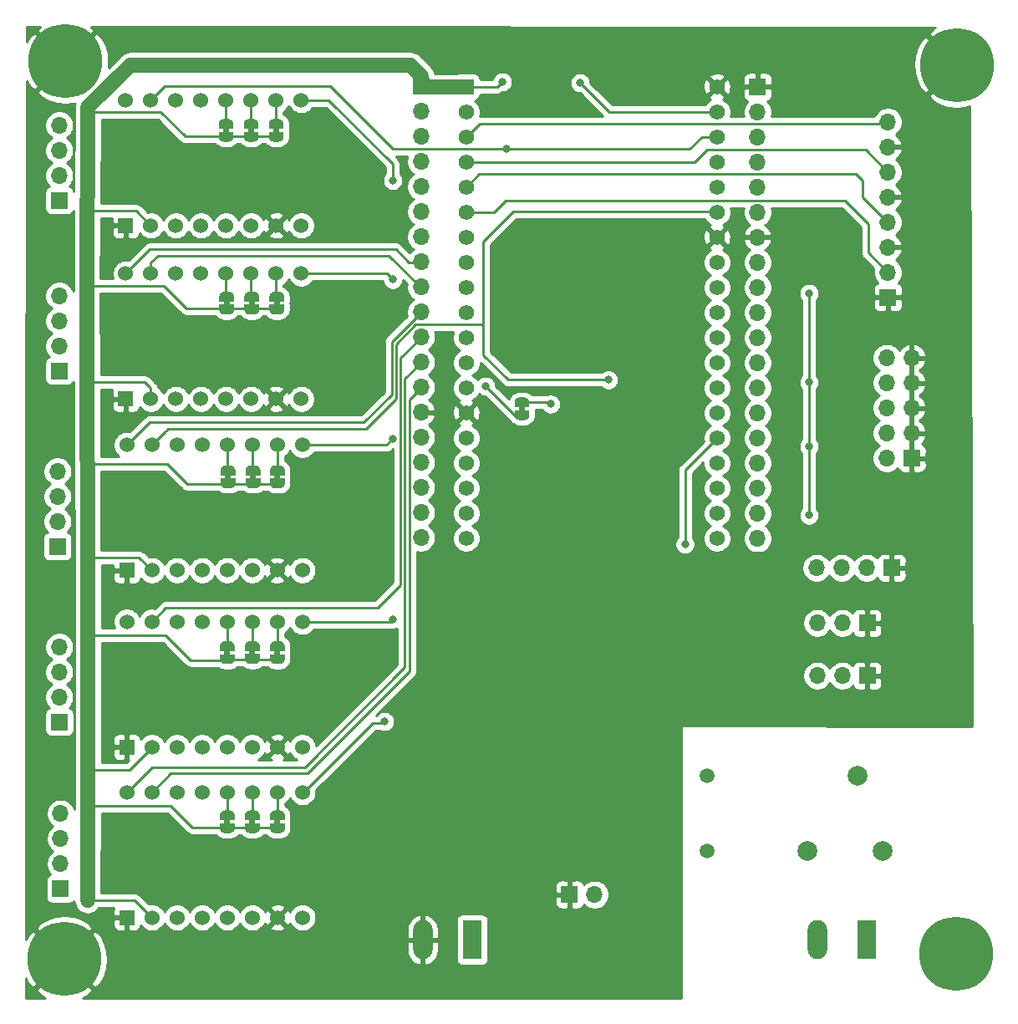
<source format=gbr>
G04 #@! TF.GenerationSoftware,KiCad,Pcbnew,(5.1.5)-3*
G04 #@! TF.CreationDate,2020-01-26T10:54:33+01:00*
G04 #@! TF.ProjectId,ESP32-cnc,45535033-322d-4636-9e63-2e6b69636164,rev?*
G04 #@! TF.SameCoordinates,Original*
G04 #@! TF.FileFunction,Copper,L2,Bot*
G04 #@! TF.FilePolarity,Positive*
%FSLAX46Y46*%
G04 Gerber Fmt 4.6, Leading zero omitted, Abs format (unit mm)*
G04 Created by KiCad (PCBNEW (5.1.5)-3) date 2020-01-26 10:54:33*
%MOMM*%
%LPD*%
G04 APERTURE LIST*
%ADD10C,0.100000*%
%ADD11R,1.560000X1.560000*%
%ADD12C,1.560000*%
%ADD13C,1.530000*%
%ADD14R,1.530000X1.530000*%
%ADD15R,1.700000X1.700000*%
%ADD16O,1.700000X1.700000*%
%ADD17C,7.500000*%
%ADD18C,1.520000*%
%ADD19C,2.000000*%
%ADD20R,1.980000X3.960000*%
%ADD21O,1.980000X3.960000*%
%ADD22C,0.800000*%
%ADD23C,0.250000*%
%ADD24C,1.500000*%
%ADD25C,0.254000*%
G04 APERTURE END LIST*
D10*
G36*
X36495000Y-116399500D02*
G01*
X36495000Y-116899500D01*
X35895000Y-116899500D01*
X35895000Y-116399500D01*
X36495000Y-116399500D01*
G37*
G36*
X39035000Y-116399500D02*
G01*
X39035000Y-116899500D01*
X38435000Y-116899500D01*
X38435000Y-116399500D01*
X39035000Y-116399500D01*
G37*
G36*
X41575000Y-116399500D02*
G01*
X41575000Y-116899500D01*
X40975000Y-116899500D01*
X40975000Y-116399500D01*
X41575000Y-116399500D01*
G37*
G36*
X36495000Y-99269500D02*
G01*
X36495000Y-99769500D01*
X35895000Y-99769500D01*
X35895000Y-99269500D01*
X36495000Y-99269500D01*
G37*
G36*
X39035000Y-99254500D02*
G01*
X39035000Y-99754500D01*
X38435000Y-99754500D01*
X38435000Y-99254500D01*
X39035000Y-99254500D01*
G37*
G36*
X41575000Y-99269500D02*
G01*
X41575000Y-99769500D01*
X40975000Y-99769500D01*
X40975000Y-99269500D01*
X41575000Y-99269500D01*
G37*
G36*
X36558500Y-81459500D02*
G01*
X36558500Y-81959500D01*
X35958500Y-81959500D01*
X35958500Y-81459500D01*
X36558500Y-81459500D01*
G37*
G36*
X39098500Y-81459500D02*
G01*
X39098500Y-81959500D01*
X38498500Y-81959500D01*
X38498500Y-81459500D01*
X39098500Y-81459500D01*
G37*
G36*
X41575000Y-81459500D02*
G01*
X41575000Y-81959500D01*
X40975000Y-81959500D01*
X40975000Y-81459500D01*
X41575000Y-81459500D01*
G37*
G36*
X36431500Y-63870000D02*
G01*
X36431500Y-64370000D01*
X35831500Y-64370000D01*
X35831500Y-63870000D01*
X36431500Y-63870000D01*
G37*
G36*
X38971500Y-63870000D02*
G01*
X38971500Y-64370000D01*
X38371500Y-64370000D01*
X38371500Y-63870000D01*
X38971500Y-63870000D01*
G37*
G36*
X41511500Y-63870000D02*
G01*
X41511500Y-64370000D01*
X40911500Y-64370000D01*
X40911500Y-63870000D01*
X41511500Y-63870000D01*
G37*
G36*
X66340000Y-74568000D02*
G01*
X66340000Y-75068000D01*
X65740000Y-75068000D01*
X65740000Y-74568000D01*
X66340000Y-74568000D01*
G37*
G36*
X36368000Y-46374000D02*
G01*
X36368000Y-46874000D01*
X35768000Y-46874000D01*
X35768000Y-46374000D01*
X36368000Y-46374000D01*
G37*
G36*
X38908000Y-46374000D02*
G01*
X38908000Y-46874000D01*
X38308000Y-46874000D01*
X38308000Y-46374000D01*
X38908000Y-46374000D01*
G37*
G36*
X41448000Y-46374000D02*
G01*
X41448000Y-46874000D01*
X40848000Y-46874000D01*
X40848000Y-46374000D01*
X41448000Y-46374000D01*
G37*
G04 #@! TA.AperFunction,SMDPad,CuDef*
G36*
X36945000Y-116799500D02*
G01*
X36945000Y-117299500D01*
X36944398Y-117299500D01*
X36944398Y-117324034D01*
X36939588Y-117372865D01*
X36930016Y-117420990D01*
X36915772Y-117467945D01*
X36896995Y-117513278D01*
X36873864Y-117556551D01*
X36846604Y-117597350D01*
X36815476Y-117635279D01*
X36780779Y-117669976D01*
X36742850Y-117701104D01*
X36702051Y-117728364D01*
X36658778Y-117751495D01*
X36613445Y-117770272D01*
X36566490Y-117784516D01*
X36518365Y-117794088D01*
X36469534Y-117798898D01*
X36445000Y-117798898D01*
X36445000Y-117799500D01*
X35945000Y-117799500D01*
X35945000Y-117798898D01*
X35920466Y-117798898D01*
X35871635Y-117794088D01*
X35823510Y-117784516D01*
X35776555Y-117770272D01*
X35731222Y-117751495D01*
X35687949Y-117728364D01*
X35647150Y-117701104D01*
X35609221Y-117669976D01*
X35574524Y-117635279D01*
X35543396Y-117597350D01*
X35516136Y-117556551D01*
X35493005Y-117513278D01*
X35474228Y-117467945D01*
X35459984Y-117420990D01*
X35450412Y-117372865D01*
X35445602Y-117324034D01*
X35445602Y-117299500D01*
X35445000Y-117299500D01*
X35445000Y-116799500D01*
X36945000Y-116799500D01*
G37*
G04 #@! TD.AperFunction*
G04 #@! TA.AperFunction,SMDPad,CuDef*
G36*
X35445602Y-115999500D02*
G01*
X35445602Y-115974966D01*
X35450412Y-115926135D01*
X35459984Y-115878010D01*
X35474228Y-115831055D01*
X35493005Y-115785722D01*
X35516136Y-115742449D01*
X35543396Y-115701650D01*
X35574524Y-115663721D01*
X35609221Y-115629024D01*
X35647150Y-115597896D01*
X35687949Y-115570636D01*
X35731222Y-115547505D01*
X35776555Y-115528728D01*
X35823510Y-115514484D01*
X35871635Y-115504912D01*
X35920466Y-115500102D01*
X35945000Y-115500102D01*
X35945000Y-115499500D01*
X36445000Y-115499500D01*
X36445000Y-115500102D01*
X36469534Y-115500102D01*
X36518365Y-115504912D01*
X36566490Y-115514484D01*
X36613445Y-115528728D01*
X36658778Y-115547505D01*
X36702051Y-115570636D01*
X36742850Y-115597896D01*
X36780779Y-115629024D01*
X36815476Y-115663721D01*
X36846604Y-115701650D01*
X36873864Y-115742449D01*
X36896995Y-115785722D01*
X36915772Y-115831055D01*
X36930016Y-115878010D01*
X36939588Y-115926135D01*
X36944398Y-115974966D01*
X36944398Y-115999500D01*
X36945000Y-115999500D01*
X36945000Y-116499500D01*
X35445000Y-116499500D01*
X35445000Y-115999500D01*
X35445602Y-115999500D01*
G37*
G04 #@! TD.AperFunction*
G04 #@! TA.AperFunction,SMDPad,CuDef*
G36*
X39485000Y-116799500D02*
G01*
X39485000Y-117299500D01*
X39484398Y-117299500D01*
X39484398Y-117324034D01*
X39479588Y-117372865D01*
X39470016Y-117420990D01*
X39455772Y-117467945D01*
X39436995Y-117513278D01*
X39413864Y-117556551D01*
X39386604Y-117597350D01*
X39355476Y-117635279D01*
X39320779Y-117669976D01*
X39282850Y-117701104D01*
X39242051Y-117728364D01*
X39198778Y-117751495D01*
X39153445Y-117770272D01*
X39106490Y-117784516D01*
X39058365Y-117794088D01*
X39009534Y-117798898D01*
X38985000Y-117798898D01*
X38985000Y-117799500D01*
X38485000Y-117799500D01*
X38485000Y-117798898D01*
X38460466Y-117798898D01*
X38411635Y-117794088D01*
X38363510Y-117784516D01*
X38316555Y-117770272D01*
X38271222Y-117751495D01*
X38227949Y-117728364D01*
X38187150Y-117701104D01*
X38149221Y-117669976D01*
X38114524Y-117635279D01*
X38083396Y-117597350D01*
X38056136Y-117556551D01*
X38033005Y-117513278D01*
X38014228Y-117467945D01*
X37999984Y-117420990D01*
X37990412Y-117372865D01*
X37985602Y-117324034D01*
X37985602Y-117299500D01*
X37985000Y-117299500D01*
X37985000Y-116799500D01*
X39485000Y-116799500D01*
G37*
G04 #@! TD.AperFunction*
G04 #@! TA.AperFunction,SMDPad,CuDef*
G36*
X37985602Y-115999500D02*
G01*
X37985602Y-115974966D01*
X37990412Y-115926135D01*
X37999984Y-115878010D01*
X38014228Y-115831055D01*
X38033005Y-115785722D01*
X38056136Y-115742449D01*
X38083396Y-115701650D01*
X38114524Y-115663721D01*
X38149221Y-115629024D01*
X38187150Y-115597896D01*
X38227949Y-115570636D01*
X38271222Y-115547505D01*
X38316555Y-115528728D01*
X38363510Y-115514484D01*
X38411635Y-115504912D01*
X38460466Y-115500102D01*
X38485000Y-115500102D01*
X38485000Y-115499500D01*
X38985000Y-115499500D01*
X38985000Y-115500102D01*
X39009534Y-115500102D01*
X39058365Y-115504912D01*
X39106490Y-115514484D01*
X39153445Y-115528728D01*
X39198778Y-115547505D01*
X39242051Y-115570636D01*
X39282850Y-115597896D01*
X39320779Y-115629024D01*
X39355476Y-115663721D01*
X39386604Y-115701650D01*
X39413864Y-115742449D01*
X39436995Y-115785722D01*
X39455772Y-115831055D01*
X39470016Y-115878010D01*
X39479588Y-115926135D01*
X39484398Y-115974966D01*
X39484398Y-115999500D01*
X39485000Y-115999500D01*
X39485000Y-116499500D01*
X37985000Y-116499500D01*
X37985000Y-115999500D01*
X37985602Y-115999500D01*
G37*
G04 #@! TD.AperFunction*
G04 #@! TA.AperFunction,SMDPad,CuDef*
G36*
X42025000Y-116799500D02*
G01*
X42025000Y-117299500D01*
X42024398Y-117299500D01*
X42024398Y-117324034D01*
X42019588Y-117372865D01*
X42010016Y-117420990D01*
X41995772Y-117467945D01*
X41976995Y-117513278D01*
X41953864Y-117556551D01*
X41926604Y-117597350D01*
X41895476Y-117635279D01*
X41860779Y-117669976D01*
X41822850Y-117701104D01*
X41782051Y-117728364D01*
X41738778Y-117751495D01*
X41693445Y-117770272D01*
X41646490Y-117784516D01*
X41598365Y-117794088D01*
X41549534Y-117798898D01*
X41525000Y-117798898D01*
X41525000Y-117799500D01*
X41025000Y-117799500D01*
X41025000Y-117798898D01*
X41000466Y-117798898D01*
X40951635Y-117794088D01*
X40903510Y-117784516D01*
X40856555Y-117770272D01*
X40811222Y-117751495D01*
X40767949Y-117728364D01*
X40727150Y-117701104D01*
X40689221Y-117669976D01*
X40654524Y-117635279D01*
X40623396Y-117597350D01*
X40596136Y-117556551D01*
X40573005Y-117513278D01*
X40554228Y-117467945D01*
X40539984Y-117420990D01*
X40530412Y-117372865D01*
X40525602Y-117324034D01*
X40525602Y-117299500D01*
X40525000Y-117299500D01*
X40525000Y-116799500D01*
X42025000Y-116799500D01*
G37*
G04 #@! TD.AperFunction*
G04 #@! TA.AperFunction,SMDPad,CuDef*
G36*
X40525602Y-115999500D02*
G01*
X40525602Y-115974966D01*
X40530412Y-115926135D01*
X40539984Y-115878010D01*
X40554228Y-115831055D01*
X40573005Y-115785722D01*
X40596136Y-115742449D01*
X40623396Y-115701650D01*
X40654524Y-115663721D01*
X40689221Y-115629024D01*
X40727150Y-115597896D01*
X40767949Y-115570636D01*
X40811222Y-115547505D01*
X40856555Y-115528728D01*
X40903510Y-115514484D01*
X40951635Y-115504912D01*
X41000466Y-115500102D01*
X41025000Y-115500102D01*
X41025000Y-115499500D01*
X41525000Y-115499500D01*
X41525000Y-115500102D01*
X41549534Y-115500102D01*
X41598365Y-115504912D01*
X41646490Y-115514484D01*
X41693445Y-115528728D01*
X41738778Y-115547505D01*
X41782051Y-115570636D01*
X41822850Y-115597896D01*
X41860779Y-115629024D01*
X41895476Y-115663721D01*
X41926604Y-115701650D01*
X41953864Y-115742449D01*
X41976995Y-115785722D01*
X41995772Y-115831055D01*
X42010016Y-115878010D01*
X42019588Y-115926135D01*
X42024398Y-115974966D01*
X42024398Y-115999500D01*
X42025000Y-115999500D01*
X42025000Y-116499500D01*
X40525000Y-116499500D01*
X40525000Y-115999500D01*
X40525602Y-115999500D01*
G37*
G04 #@! TD.AperFunction*
G04 #@! TA.AperFunction,SMDPad,CuDef*
G36*
X36945000Y-99669500D02*
G01*
X36945000Y-100169500D01*
X36944398Y-100169500D01*
X36944398Y-100194034D01*
X36939588Y-100242865D01*
X36930016Y-100290990D01*
X36915772Y-100337945D01*
X36896995Y-100383278D01*
X36873864Y-100426551D01*
X36846604Y-100467350D01*
X36815476Y-100505279D01*
X36780779Y-100539976D01*
X36742850Y-100571104D01*
X36702051Y-100598364D01*
X36658778Y-100621495D01*
X36613445Y-100640272D01*
X36566490Y-100654516D01*
X36518365Y-100664088D01*
X36469534Y-100668898D01*
X36445000Y-100668898D01*
X36445000Y-100669500D01*
X35945000Y-100669500D01*
X35945000Y-100668898D01*
X35920466Y-100668898D01*
X35871635Y-100664088D01*
X35823510Y-100654516D01*
X35776555Y-100640272D01*
X35731222Y-100621495D01*
X35687949Y-100598364D01*
X35647150Y-100571104D01*
X35609221Y-100539976D01*
X35574524Y-100505279D01*
X35543396Y-100467350D01*
X35516136Y-100426551D01*
X35493005Y-100383278D01*
X35474228Y-100337945D01*
X35459984Y-100290990D01*
X35450412Y-100242865D01*
X35445602Y-100194034D01*
X35445602Y-100169500D01*
X35445000Y-100169500D01*
X35445000Y-99669500D01*
X36945000Y-99669500D01*
G37*
G04 #@! TD.AperFunction*
G04 #@! TA.AperFunction,SMDPad,CuDef*
G36*
X35445602Y-98869500D02*
G01*
X35445602Y-98844966D01*
X35450412Y-98796135D01*
X35459984Y-98748010D01*
X35474228Y-98701055D01*
X35493005Y-98655722D01*
X35516136Y-98612449D01*
X35543396Y-98571650D01*
X35574524Y-98533721D01*
X35609221Y-98499024D01*
X35647150Y-98467896D01*
X35687949Y-98440636D01*
X35731222Y-98417505D01*
X35776555Y-98398728D01*
X35823510Y-98384484D01*
X35871635Y-98374912D01*
X35920466Y-98370102D01*
X35945000Y-98370102D01*
X35945000Y-98369500D01*
X36445000Y-98369500D01*
X36445000Y-98370102D01*
X36469534Y-98370102D01*
X36518365Y-98374912D01*
X36566490Y-98384484D01*
X36613445Y-98398728D01*
X36658778Y-98417505D01*
X36702051Y-98440636D01*
X36742850Y-98467896D01*
X36780779Y-98499024D01*
X36815476Y-98533721D01*
X36846604Y-98571650D01*
X36873864Y-98612449D01*
X36896995Y-98655722D01*
X36915772Y-98701055D01*
X36930016Y-98748010D01*
X36939588Y-98796135D01*
X36944398Y-98844966D01*
X36944398Y-98869500D01*
X36945000Y-98869500D01*
X36945000Y-99369500D01*
X35445000Y-99369500D01*
X35445000Y-98869500D01*
X35445602Y-98869500D01*
G37*
G04 #@! TD.AperFunction*
G04 #@! TA.AperFunction,SMDPad,CuDef*
G36*
X39485000Y-99654500D02*
G01*
X39485000Y-100154500D01*
X39484398Y-100154500D01*
X39484398Y-100179034D01*
X39479588Y-100227865D01*
X39470016Y-100275990D01*
X39455772Y-100322945D01*
X39436995Y-100368278D01*
X39413864Y-100411551D01*
X39386604Y-100452350D01*
X39355476Y-100490279D01*
X39320779Y-100524976D01*
X39282850Y-100556104D01*
X39242051Y-100583364D01*
X39198778Y-100606495D01*
X39153445Y-100625272D01*
X39106490Y-100639516D01*
X39058365Y-100649088D01*
X39009534Y-100653898D01*
X38985000Y-100653898D01*
X38985000Y-100654500D01*
X38485000Y-100654500D01*
X38485000Y-100653898D01*
X38460466Y-100653898D01*
X38411635Y-100649088D01*
X38363510Y-100639516D01*
X38316555Y-100625272D01*
X38271222Y-100606495D01*
X38227949Y-100583364D01*
X38187150Y-100556104D01*
X38149221Y-100524976D01*
X38114524Y-100490279D01*
X38083396Y-100452350D01*
X38056136Y-100411551D01*
X38033005Y-100368278D01*
X38014228Y-100322945D01*
X37999984Y-100275990D01*
X37990412Y-100227865D01*
X37985602Y-100179034D01*
X37985602Y-100154500D01*
X37985000Y-100154500D01*
X37985000Y-99654500D01*
X39485000Y-99654500D01*
G37*
G04 #@! TD.AperFunction*
G04 #@! TA.AperFunction,SMDPad,CuDef*
G36*
X37985602Y-98854500D02*
G01*
X37985602Y-98829966D01*
X37990412Y-98781135D01*
X37999984Y-98733010D01*
X38014228Y-98686055D01*
X38033005Y-98640722D01*
X38056136Y-98597449D01*
X38083396Y-98556650D01*
X38114524Y-98518721D01*
X38149221Y-98484024D01*
X38187150Y-98452896D01*
X38227949Y-98425636D01*
X38271222Y-98402505D01*
X38316555Y-98383728D01*
X38363510Y-98369484D01*
X38411635Y-98359912D01*
X38460466Y-98355102D01*
X38485000Y-98355102D01*
X38485000Y-98354500D01*
X38985000Y-98354500D01*
X38985000Y-98355102D01*
X39009534Y-98355102D01*
X39058365Y-98359912D01*
X39106490Y-98369484D01*
X39153445Y-98383728D01*
X39198778Y-98402505D01*
X39242051Y-98425636D01*
X39282850Y-98452896D01*
X39320779Y-98484024D01*
X39355476Y-98518721D01*
X39386604Y-98556650D01*
X39413864Y-98597449D01*
X39436995Y-98640722D01*
X39455772Y-98686055D01*
X39470016Y-98733010D01*
X39479588Y-98781135D01*
X39484398Y-98829966D01*
X39484398Y-98854500D01*
X39485000Y-98854500D01*
X39485000Y-99354500D01*
X37985000Y-99354500D01*
X37985000Y-98854500D01*
X37985602Y-98854500D01*
G37*
G04 #@! TD.AperFunction*
G04 #@! TA.AperFunction,SMDPad,CuDef*
G36*
X42025000Y-99669500D02*
G01*
X42025000Y-100169500D01*
X42024398Y-100169500D01*
X42024398Y-100194034D01*
X42019588Y-100242865D01*
X42010016Y-100290990D01*
X41995772Y-100337945D01*
X41976995Y-100383278D01*
X41953864Y-100426551D01*
X41926604Y-100467350D01*
X41895476Y-100505279D01*
X41860779Y-100539976D01*
X41822850Y-100571104D01*
X41782051Y-100598364D01*
X41738778Y-100621495D01*
X41693445Y-100640272D01*
X41646490Y-100654516D01*
X41598365Y-100664088D01*
X41549534Y-100668898D01*
X41525000Y-100668898D01*
X41525000Y-100669500D01*
X41025000Y-100669500D01*
X41025000Y-100668898D01*
X41000466Y-100668898D01*
X40951635Y-100664088D01*
X40903510Y-100654516D01*
X40856555Y-100640272D01*
X40811222Y-100621495D01*
X40767949Y-100598364D01*
X40727150Y-100571104D01*
X40689221Y-100539976D01*
X40654524Y-100505279D01*
X40623396Y-100467350D01*
X40596136Y-100426551D01*
X40573005Y-100383278D01*
X40554228Y-100337945D01*
X40539984Y-100290990D01*
X40530412Y-100242865D01*
X40525602Y-100194034D01*
X40525602Y-100169500D01*
X40525000Y-100169500D01*
X40525000Y-99669500D01*
X42025000Y-99669500D01*
G37*
G04 #@! TD.AperFunction*
G04 #@! TA.AperFunction,SMDPad,CuDef*
G36*
X40525602Y-98869500D02*
G01*
X40525602Y-98844966D01*
X40530412Y-98796135D01*
X40539984Y-98748010D01*
X40554228Y-98701055D01*
X40573005Y-98655722D01*
X40596136Y-98612449D01*
X40623396Y-98571650D01*
X40654524Y-98533721D01*
X40689221Y-98499024D01*
X40727150Y-98467896D01*
X40767949Y-98440636D01*
X40811222Y-98417505D01*
X40856555Y-98398728D01*
X40903510Y-98384484D01*
X40951635Y-98374912D01*
X41000466Y-98370102D01*
X41025000Y-98370102D01*
X41025000Y-98369500D01*
X41525000Y-98369500D01*
X41525000Y-98370102D01*
X41549534Y-98370102D01*
X41598365Y-98374912D01*
X41646490Y-98384484D01*
X41693445Y-98398728D01*
X41738778Y-98417505D01*
X41782051Y-98440636D01*
X41822850Y-98467896D01*
X41860779Y-98499024D01*
X41895476Y-98533721D01*
X41926604Y-98571650D01*
X41953864Y-98612449D01*
X41976995Y-98655722D01*
X41995772Y-98701055D01*
X42010016Y-98748010D01*
X42019588Y-98796135D01*
X42024398Y-98844966D01*
X42024398Y-98869500D01*
X42025000Y-98869500D01*
X42025000Y-99369500D01*
X40525000Y-99369500D01*
X40525000Y-98869500D01*
X40525602Y-98869500D01*
G37*
G04 #@! TD.AperFunction*
G04 #@! TA.AperFunction,SMDPad,CuDef*
G36*
X37008500Y-81859500D02*
G01*
X37008500Y-82359500D01*
X37007898Y-82359500D01*
X37007898Y-82384034D01*
X37003088Y-82432865D01*
X36993516Y-82480990D01*
X36979272Y-82527945D01*
X36960495Y-82573278D01*
X36937364Y-82616551D01*
X36910104Y-82657350D01*
X36878976Y-82695279D01*
X36844279Y-82729976D01*
X36806350Y-82761104D01*
X36765551Y-82788364D01*
X36722278Y-82811495D01*
X36676945Y-82830272D01*
X36629990Y-82844516D01*
X36581865Y-82854088D01*
X36533034Y-82858898D01*
X36508500Y-82858898D01*
X36508500Y-82859500D01*
X36008500Y-82859500D01*
X36008500Y-82858898D01*
X35983966Y-82858898D01*
X35935135Y-82854088D01*
X35887010Y-82844516D01*
X35840055Y-82830272D01*
X35794722Y-82811495D01*
X35751449Y-82788364D01*
X35710650Y-82761104D01*
X35672721Y-82729976D01*
X35638024Y-82695279D01*
X35606896Y-82657350D01*
X35579636Y-82616551D01*
X35556505Y-82573278D01*
X35537728Y-82527945D01*
X35523484Y-82480990D01*
X35513912Y-82432865D01*
X35509102Y-82384034D01*
X35509102Y-82359500D01*
X35508500Y-82359500D01*
X35508500Y-81859500D01*
X37008500Y-81859500D01*
G37*
G04 #@! TD.AperFunction*
G04 #@! TA.AperFunction,SMDPad,CuDef*
G36*
X35509102Y-81059500D02*
G01*
X35509102Y-81034966D01*
X35513912Y-80986135D01*
X35523484Y-80938010D01*
X35537728Y-80891055D01*
X35556505Y-80845722D01*
X35579636Y-80802449D01*
X35606896Y-80761650D01*
X35638024Y-80723721D01*
X35672721Y-80689024D01*
X35710650Y-80657896D01*
X35751449Y-80630636D01*
X35794722Y-80607505D01*
X35840055Y-80588728D01*
X35887010Y-80574484D01*
X35935135Y-80564912D01*
X35983966Y-80560102D01*
X36008500Y-80560102D01*
X36008500Y-80559500D01*
X36508500Y-80559500D01*
X36508500Y-80560102D01*
X36533034Y-80560102D01*
X36581865Y-80564912D01*
X36629990Y-80574484D01*
X36676945Y-80588728D01*
X36722278Y-80607505D01*
X36765551Y-80630636D01*
X36806350Y-80657896D01*
X36844279Y-80689024D01*
X36878976Y-80723721D01*
X36910104Y-80761650D01*
X36937364Y-80802449D01*
X36960495Y-80845722D01*
X36979272Y-80891055D01*
X36993516Y-80938010D01*
X37003088Y-80986135D01*
X37007898Y-81034966D01*
X37007898Y-81059500D01*
X37008500Y-81059500D01*
X37008500Y-81559500D01*
X35508500Y-81559500D01*
X35508500Y-81059500D01*
X35509102Y-81059500D01*
G37*
G04 #@! TD.AperFunction*
G04 #@! TA.AperFunction,SMDPad,CuDef*
G36*
X39548500Y-81859500D02*
G01*
X39548500Y-82359500D01*
X39547898Y-82359500D01*
X39547898Y-82384034D01*
X39543088Y-82432865D01*
X39533516Y-82480990D01*
X39519272Y-82527945D01*
X39500495Y-82573278D01*
X39477364Y-82616551D01*
X39450104Y-82657350D01*
X39418976Y-82695279D01*
X39384279Y-82729976D01*
X39346350Y-82761104D01*
X39305551Y-82788364D01*
X39262278Y-82811495D01*
X39216945Y-82830272D01*
X39169990Y-82844516D01*
X39121865Y-82854088D01*
X39073034Y-82858898D01*
X39048500Y-82858898D01*
X39048500Y-82859500D01*
X38548500Y-82859500D01*
X38548500Y-82858898D01*
X38523966Y-82858898D01*
X38475135Y-82854088D01*
X38427010Y-82844516D01*
X38380055Y-82830272D01*
X38334722Y-82811495D01*
X38291449Y-82788364D01*
X38250650Y-82761104D01*
X38212721Y-82729976D01*
X38178024Y-82695279D01*
X38146896Y-82657350D01*
X38119636Y-82616551D01*
X38096505Y-82573278D01*
X38077728Y-82527945D01*
X38063484Y-82480990D01*
X38053912Y-82432865D01*
X38049102Y-82384034D01*
X38049102Y-82359500D01*
X38048500Y-82359500D01*
X38048500Y-81859500D01*
X39548500Y-81859500D01*
G37*
G04 #@! TD.AperFunction*
G04 #@! TA.AperFunction,SMDPad,CuDef*
G36*
X38049102Y-81059500D02*
G01*
X38049102Y-81034966D01*
X38053912Y-80986135D01*
X38063484Y-80938010D01*
X38077728Y-80891055D01*
X38096505Y-80845722D01*
X38119636Y-80802449D01*
X38146896Y-80761650D01*
X38178024Y-80723721D01*
X38212721Y-80689024D01*
X38250650Y-80657896D01*
X38291449Y-80630636D01*
X38334722Y-80607505D01*
X38380055Y-80588728D01*
X38427010Y-80574484D01*
X38475135Y-80564912D01*
X38523966Y-80560102D01*
X38548500Y-80560102D01*
X38548500Y-80559500D01*
X39048500Y-80559500D01*
X39048500Y-80560102D01*
X39073034Y-80560102D01*
X39121865Y-80564912D01*
X39169990Y-80574484D01*
X39216945Y-80588728D01*
X39262278Y-80607505D01*
X39305551Y-80630636D01*
X39346350Y-80657896D01*
X39384279Y-80689024D01*
X39418976Y-80723721D01*
X39450104Y-80761650D01*
X39477364Y-80802449D01*
X39500495Y-80845722D01*
X39519272Y-80891055D01*
X39533516Y-80938010D01*
X39543088Y-80986135D01*
X39547898Y-81034966D01*
X39547898Y-81059500D01*
X39548500Y-81059500D01*
X39548500Y-81559500D01*
X38048500Y-81559500D01*
X38048500Y-81059500D01*
X38049102Y-81059500D01*
G37*
G04 #@! TD.AperFunction*
G04 #@! TA.AperFunction,SMDPad,CuDef*
G36*
X42025000Y-81859500D02*
G01*
X42025000Y-82359500D01*
X42024398Y-82359500D01*
X42024398Y-82384034D01*
X42019588Y-82432865D01*
X42010016Y-82480990D01*
X41995772Y-82527945D01*
X41976995Y-82573278D01*
X41953864Y-82616551D01*
X41926604Y-82657350D01*
X41895476Y-82695279D01*
X41860779Y-82729976D01*
X41822850Y-82761104D01*
X41782051Y-82788364D01*
X41738778Y-82811495D01*
X41693445Y-82830272D01*
X41646490Y-82844516D01*
X41598365Y-82854088D01*
X41549534Y-82858898D01*
X41525000Y-82858898D01*
X41525000Y-82859500D01*
X41025000Y-82859500D01*
X41025000Y-82858898D01*
X41000466Y-82858898D01*
X40951635Y-82854088D01*
X40903510Y-82844516D01*
X40856555Y-82830272D01*
X40811222Y-82811495D01*
X40767949Y-82788364D01*
X40727150Y-82761104D01*
X40689221Y-82729976D01*
X40654524Y-82695279D01*
X40623396Y-82657350D01*
X40596136Y-82616551D01*
X40573005Y-82573278D01*
X40554228Y-82527945D01*
X40539984Y-82480990D01*
X40530412Y-82432865D01*
X40525602Y-82384034D01*
X40525602Y-82359500D01*
X40525000Y-82359500D01*
X40525000Y-81859500D01*
X42025000Y-81859500D01*
G37*
G04 #@! TD.AperFunction*
G04 #@! TA.AperFunction,SMDPad,CuDef*
G36*
X40525602Y-81059500D02*
G01*
X40525602Y-81034966D01*
X40530412Y-80986135D01*
X40539984Y-80938010D01*
X40554228Y-80891055D01*
X40573005Y-80845722D01*
X40596136Y-80802449D01*
X40623396Y-80761650D01*
X40654524Y-80723721D01*
X40689221Y-80689024D01*
X40727150Y-80657896D01*
X40767949Y-80630636D01*
X40811222Y-80607505D01*
X40856555Y-80588728D01*
X40903510Y-80574484D01*
X40951635Y-80564912D01*
X41000466Y-80560102D01*
X41025000Y-80560102D01*
X41025000Y-80559500D01*
X41525000Y-80559500D01*
X41525000Y-80560102D01*
X41549534Y-80560102D01*
X41598365Y-80564912D01*
X41646490Y-80574484D01*
X41693445Y-80588728D01*
X41738778Y-80607505D01*
X41782051Y-80630636D01*
X41822850Y-80657896D01*
X41860779Y-80689024D01*
X41895476Y-80723721D01*
X41926604Y-80761650D01*
X41953864Y-80802449D01*
X41976995Y-80845722D01*
X41995772Y-80891055D01*
X42010016Y-80938010D01*
X42019588Y-80986135D01*
X42024398Y-81034966D01*
X42024398Y-81059500D01*
X42025000Y-81059500D01*
X42025000Y-81559500D01*
X40525000Y-81559500D01*
X40525000Y-81059500D01*
X40525602Y-81059500D01*
G37*
G04 #@! TD.AperFunction*
G04 #@! TA.AperFunction,SMDPad,CuDef*
G36*
X36881500Y-64270000D02*
G01*
X36881500Y-64770000D01*
X36880898Y-64770000D01*
X36880898Y-64794534D01*
X36876088Y-64843365D01*
X36866516Y-64891490D01*
X36852272Y-64938445D01*
X36833495Y-64983778D01*
X36810364Y-65027051D01*
X36783104Y-65067850D01*
X36751976Y-65105779D01*
X36717279Y-65140476D01*
X36679350Y-65171604D01*
X36638551Y-65198864D01*
X36595278Y-65221995D01*
X36549945Y-65240772D01*
X36502990Y-65255016D01*
X36454865Y-65264588D01*
X36406034Y-65269398D01*
X36381500Y-65269398D01*
X36381500Y-65270000D01*
X35881500Y-65270000D01*
X35881500Y-65269398D01*
X35856966Y-65269398D01*
X35808135Y-65264588D01*
X35760010Y-65255016D01*
X35713055Y-65240772D01*
X35667722Y-65221995D01*
X35624449Y-65198864D01*
X35583650Y-65171604D01*
X35545721Y-65140476D01*
X35511024Y-65105779D01*
X35479896Y-65067850D01*
X35452636Y-65027051D01*
X35429505Y-64983778D01*
X35410728Y-64938445D01*
X35396484Y-64891490D01*
X35386912Y-64843365D01*
X35382102Y-64794534D01*
X35382102Y-64770000D01*
X35381500Y-64770000D01*
X35381500Y-64270000D01*
X36881500Y-64270000D01*
G37*
G04 #@! TD.AperFunction*
G04 #@! TA.AperFunction,SMDPad,CuDef*
G36*
X35382102Y-63470000D02*
G01*
X35382102Y-63445466D01*
X35386912Y-63396635D01*
X35396484Y-63348510D01*
X35410728Y-63301555D01*
X35429505Y-63256222D01*
X35452636Y-63212949D01*
X35479896Y-63172150D01*
X35511024Y-63134221D01*
X35545721Y-63099524D01*
X35583650Y-63068396D01*
X35624449Y-63041136D01*
X35667722Y-63018005D01*
X35713055Y-62999228D01*
X35760010Y-62984984D01*
X35808135Y-62975412D01*
X35856966Y-62970602D01*
X35881500Y-62970602D01*
X35881500Y-62970000D01*
X36381500Y-62970000D01*
X36381500Y-62970602D01*
X36406034Y-62970602D01*
X36454865Y-62975412D01*
X36502990Y-62984984D01*
X36549945Y-62999228D01*
X36595278Y-63018005D01*
X36638551Y-63041136D01*
X36679350Y-63068396D01*
X36717279Y-63099524D01*
X36751976Y-63134221D01*
X36783104Y-63172150D01*
X36810364Y-63212949D01*
X36833495Y-63256222D01*
X36852272Y-63301555D01*
X36866516Y-63348510D01*
X36876088Y-63396635D01*
X36880898Y-63445466D01*
X36880898Y-63470000D01*
X36881500Y-63470000D01*
X36881500Y-63970000D01*
X35381500Y-63970000D01*
X35381500Y-63470000D01*
X35382102Y-63470000D01*
G37*
G04 #@! TD.AperFunction*
G04 #@! TA.AperFunction,SMDPad,CuDef*
G36*
X39421500Y-64270000D02*
G01*
X39421500Y-64770000D01*
X39420898Y-64770000D01*
X39420898Y-64794534D01*
X39416088Y-64843365D01*
X39406516Y-64891490D01*
X39392272Y-64938445D01*
X39373495Y-64983778D01*
X39350364Y-65027051D01*
X39323104Y-65067850D01*
X39291976Y-65105779D01*
X39257279Y-65140476D01*
X39219350Y-65171604D01*
X39178551Y-65198864D01*
X39135278Y-65221995D01*
X39089945Y-65240772D01*
X39042990Y-65255016D01*
X38994865Y-65264588D01*
X38946034Y-65269398D01*
X38921500Y-65269398D01*
X38921500Y-65270000D01*
X38421500Y-65270000D01*
X38421500Y-65269398D01*
X38396966Y-65269398D01*
X38348135Y-65264588D01*
X38300010Y-65255016D01*
X38253055Y-65240772D01*
X38207722Y-65221995D01*
X38164449Y-65198864D01*
X38123650Y-65171604D01*
X38085721Y-65140476D01*
X38051024Y-65105779D01*
X38019896Y-65067850D01*
X37992636Y-65027051D01*
X37969505Y-64983778D01*
X37950728Y-64938445D01*
X37936484Y-64891490D01*
X37926912Y-64843365D01*
X37922102Y-64794534D01*
X37922102Y-64770000D01*
X37921500Y-64770000D01*
X37921500Y-64270000D01*
X39421500Y-64270000D01*
G37*
G04 #@! TD.AperFunction*
G04 #@! TA.AperFunction,SMDPad,CuDef*
G36*
X37922102Y-63470000D02*
G01*
X37922102Y-63445466D01*
X37926912Y-63396635D01*
X37936484Y-63348510D01*
X37950728Y-63301555D01*
X37969505Y-63256222D01*
X37992636Y-63212949D01*
X38019896Y-63172150D01*
X38051024Y-63134221D01*
X38085721Y-63099524D01*
X38123650Y-63068396D01*
X38164449Y-63041136D01*
X38207722Y-63018005D01*
X38253055Y-62999228D01*
X38300010Y-62984984D01*
X38348135Y-62975412D01*
X38396966Y-62970602D01*
X38421500Y-62970602D01*
X38421500Y-62970000D01*
X38921500Y-62970000D01*
X38921500Y-62970602D01*
X38946034Y-62970602D01*
X38994865Y-62975412D01*
X39042990Y-62984984D01*
X39089945Y-62999228D01*
X39135278Y-63018005D01*
X39178551Y-63041136D01*
X39219350Y-63068396D01*
X39257279Y-63099524D01*
X39291976Y-63134221D01*
X39323104Y-63172150D01*
X39350364Y-63212949D01*
X39373495Y-63256222D01*
X39392272Y-63301555D01*
X39406516Y-63348510D01*
X39416088Y-63396635D01*
X39420898Y-63445466D01*
X39420898Y-63470000D01*
X39421500Y-63470000D01*
X39421500Y-63970000D01*
X37921500Y-63970000D01*
X37921500Y-63470000D01*
X37922102Y-63470000D01*
G37*
G04 #@! TD.AperFunction*
G04 #@! TA.AperFunction,SMDPad,CuDef*
G36*
X41961500Y-64270000D02*
G01*
X41961500Y-64770000D01*
X41960898Y-64770000D01*
X41960898Y-64794534D01*
X41956088Y-64843365D01*
X41946516Y-64891490D01*
X41932272Y-64938445D01*
X41913495Y-64983778D01*
X41890364Y-65027051D01*
X41863104Y-65067850D01*
X41831976Y-65105779D01*
X41797279Y-65140476D01*
X41759350Y-65171604D01*
X41718551Y-65198864D01*
X41675278Y-65221995D01*
X41629945Y-65240772D01*
X41582990Y-65255016D01*
X41534865Y-65264588D01*
X41486034Y-65269398D01*
X41461500Y-65269398D01*
X41461500Y-65270000D01*
X40961500Y-65270000D01*
X40961500Y-65269398D01*
X40936966Y-65269398D01*
X40888135Y-65264588D01*
X40840010Y-65255016D01*
X40793055Y-65240772D01*
X40747722Y-65221995D01*
X40704449Y-65198864D01*
X40663650Y-65171604D01*
X40625721Y-65140476D01*
X40591024Y-65105779D01*
X40559896Y-65067850D01*
X40532636Y-65027051D01*
X40509505Y-64983778D01*
X40490728Y-64938445D01*
X40476484Y-64891490D01*
X40466912Y-64843365D01*
X40462102Y-64794534D01*
X40462102Y-64770000D01*
X40461500Y-64770000D01*
X40461500Y-64270000D01*
X41961500Y-64270000D01*
G37*
G04 #@! TD.AperFunction*
G04 #@! TA.AperFunction,SMDPad,CuDef*
G36*
X40462102Y-63470000D02*
G01*
X40462102Y-63445466D01*
X40466912Y-63396635D01*
X40476484Y-63348510D01*
X40490728Y-63301555D01*
X40509505Y-63256222D01*
X40532636Y-63212949D01*
X40559896Y-63172150D01*
X40591024Y-63134221D01*
X40625721Y-63099524D01*
X40663650Y-63068396D01*
X40704449Y-63041136D01*
X40747722Y-63018005D01*
X40793055Y-62999228D01*
X40840010Y-62984984D01*
X40888135Y-62975412D01*
X40936966Y-62970602D01*
X40961500Y-62970602D01*
X40961500Y-62970000D01*
X41461500Y-62970000D01*
X41461500Y-62970602D01*
X41486034Y-62970602D01*
X41534865Y-62975412D01*
X41582990Y-62984984D01*
X41629945Y-62999228D01*
X41675278Y-63018005D01*
X41718551Y-63041136D01*
X41759350Y-63068396D01*
X41797279Y-63099524D01*
X41831976Y-63134221D01*
X41863104Y-63172150D01*
X41890364Y-63212949D01*
X41913495Y-63256222D01*
X41932272Y-63301555D01*
X41946516Y-63348510D01*
X41956088Y-63396635D01*
X41960898Y-63445466D01*
X41960898Y-63470000D01*
X41961500Y-63470000D01*
X41961500Y-63970000D01*
X40461500Y-63970000D01*
X40461500Y-63470000D01*
X40462102Y-63470000D01*
G37*
G04 #@! TD.AperFunction*
G04 #@! TA.AperFunction,SMDPad,CuDef*
G36*
X66790000Y-74968000D02*
G01*
X66790000Y-75468000D01*
X66789398Y-75468000D01*
X66789398Y-75492534D01*
X66784588Y-75541365D01*
X66775016Y-75589490D01*
X66760772Y-75636445D01*
X66741995Y-75681778D01*
X66718864Y-75725051D01*
X66691604Y-75765850D01*
X66660476Y-75803779D01*
X66625779Y-75838476D01*
X66587850Y-75869604D01*
X66547051Y-75896864D01*
X66503778Y-75919995D01*
X66458445Y-75938772D01*
X66411490Y-75953016D01*
X66363365Y-75962588D01*
X66314534Y-75967398D01*
X66290000Y-75967398D01*
X66290000Y-75968000D01*
X65790000Y-75968000D01*
X65790000Y-75967398D01*
X65765466Y-75967398D01*
X65716635Y-75962588D01*
X65668510Y-75953016D01*
X65621555Y-75938772D01*
X65576222Y-75919995D01*
X65532949Y-75896864D01*
X65492150Y-75869604D01*
X65454221Y-75838476D01*
X65419524Y-75803779D01*
X65388396Y-75765850D01*
X65361136Y-75725051D01*
X65338005Y-75681778D01*
X65319228Y-75636445D01*
X65304984Y-75589490D01*
X65295412Y-75541365D01*
X65290602Y-75492534D01*
X65290602Y-75468000D01*
X65290000Y-75468000D01*
X65290000Y-74968000D01*
X66790000Y-74968000D01*
G37*
G04 #@! TD.AperFunction*
G04 #@! TA.AperFunction,SMDPad,CuDef*
G36*
X65290602Y-74168000D02*
G01*
X65290602Y-74143466D01*
X65295412Y-74094635D01*
X65304984Y-74046510D01*
X65319228Y-73999555D01*
X65338005Y-73954222D01*
X65361136Y-73910949D01*
X65388396Y-73870150D01*
X65419524Y-73832221D01*
X65454221Y-73797524D01*
X65492150Y-73766396D01*
X65532949Y-73739136D01*
X65576222Y-73716005D01*
X65621555Y-73697228D01*
X65668510Y-73682984D01*
X65716635Y-73673412D01*
X65765466Y-73668602D01*
X65790000Y-73668602D01*
X65790000Y-73668000D01*
X66290000Y-73668000D01*
X66290000Y-73668602D01*
X66314534Y-73668602D01*
X66363365Y-73673412D01*
X66411490Y-73682984D01*
X66458445Y-73697228D01*
X66503778Y-73716005D01*
X66547051Y-73739136D01*
X66587850Y-73766396D01*
X66625779Y-73797524D01*
X66660476Y-73832221D01*
X66691604Y-73870150D01*
X66718864Y-73910949D01*
X66741995Y-73954222D01*
X66760772Y-73999555D01*
X66775016Y-74046510D01*
X66784588Y-74094635D01*
X66789398Y-74143466D01*
X66789398Y-74168000D01*
X66790000Y-74168000D01*
X66790000Y-74668000D01*
X65290000Y-74668000D01*
X65290000Y-74168000D01*
X65290602Y-74168000D01*
G37*
G04 #@! TD.AperFunction*
G04 #@! TA.AperFunction,SMDPad,CuDef*
G36*
X36818000Y-46774000D02*
G01*
X36818000Y-47274000D01*
X36817398Y-47274000D01*
X36817398Y-47298534D01*
X36812588Y-47347365D01*
X36803016Y-47395490D01*
X36788772Y-47442445D01*
X36769995Y-47487778D01*
X36746864Y-47531051D01*
X36719604Y-47571850D01*
X36688476Y-47609779D01*
X36653779Y-47644476D01*
X36615850Y-47675604D01*
X36575051Y-47702864D01*
X36531778Y-47725995D01*
X36486445Y-47744772D01*
X36439490Y-47759016D01*
X36391365Y-47768588D01*
X36342534Y-47773398D01*
X36318000Y-47773398D01*
X36318000Y-47774000D01*
X35818000Y-47774000D01*
X35818000Y-47773398D01*
X35793466Y-47773398D01*
X35744635Y-47768588D01*
X35696510Y-47759016D01*
X35649555Y-47744772D01*
X35604222Y-47725995D01*
X35560949Y-47702864D01*
X35520150Y-47675604D01*
X35482221Y-47644476D01*
X35447524Y-47609779D01*
X35416396Y-47571850D01*
X35389136Y-47531051D01*
X35366005Y-47487778D01*
X35347228Y-47442445D01*
X35332984Y-47395490D01*
X35323412Y-47347365D01*
X35318602Y-47298534D01*
X35318602Y-47274000D01*
X35318000Y-47274000D01*
X35318000Y-46774000D01*
X36818000Y-46774000D01*
G37*
G04 #@! TD.AperFunction*
G04 #@! TA.AperFunction,SMDPad,CuDef*
G36*
X35318602Y-45974000D02*
G01*
X35318602Y-45949466D01*
X35323412Y-45900635D01*
X35332984Y-45852510D01*
X35347228Y-45805555D01*
X35366005Y-45760222D01*
X35389136Y-45716949D01*
X35416396Y-45676150D01*
X35447524Y-45638221D01*
X35482221Y-45603524D01*
X35520150Y-45572396D01*
X35560949Y-45545136D01*
X35604222Y-45522005D01*
X35649555Y-45503228D01*
X35696510Y-45488984D01*
X35744635Y-45479412D01*
X35793466Y-45474602D01*
X35818000Y-45474602D01*
X35818000Y-45474000D01*
X36318000Y-45474000D01*
X36318000Y-45474602D01*
X36342534Y-45474602D01*
X36391365Y-45479412D01*
X36439490Y-45488984D01*
X36486445Y-45503228D01*
X36531778Y-45522005D01*
X36575051Y-45545136D01*
X36615850Y-45572396D01*
X36653779Y-45603524D01*
X36688476Y-45638221D01*
X36719604Y-45676150D01*
X36746864Y-45716949D01*
X36769995Y-45760222D01*
X36788772Y-45805555D01*
X36803016Y-45852510D01*
X36812588Y-45900635D01*
X36817398Y-45949466D01*
X36817398Y-45974000D01*
X36818000Y-45974000D01*
X36818000Y-46474000D01*
X35318000Y-46474000D01*
X35318000Y-45974000D01*
X35318602Y-45974000D01*
G37*
G04 #@! TD.AperFunction*
G04 #@! TA.AperFunction,SMDPad,CuDef*
G36*
X39358000Y-46774000D02*
G01*
X39358000Y-47274000D01*
X39357398Y-47274000D01*
X39357398Y-47298534D01*
X39352588Y-47347365D01*
X39343016Y-47395490D01*
X39328772Y-47442445D01*
X39309995Y-47487778D01*
X39286864Y-47531051D01*
X39259604Y-47571850D01*
X39228476Y-47609779D01*
X39193779Y-47644476D01*
X39155850Y-47675604D01*
X39115051Y-47702864D01*
X39071778Y-47725995D01*
X39026445Y-47744772D01*
X38979490Y-47759016D01*
X38931365Y-47768588D01*
X38882534Y-47773398D01*
X38858000Y-47773398D01*
X38858000Y-47774000D01*
X38358000Y-47774000D01*
X38358000Y-47773398D01*
X38333466Y-47773398D01*
X38284635Y-47768588D01*
X38236510Y-47759016D01*
X38189555Y-47744772D01*
X38144222Y-47725995D01*
X38100949Y-47702864D01*
X38060150Y-47675604D01*
X38022221Y-47644476D01*
X37987524Y-47609779D01*
X37956396Y-47571850D01*
X37929136Y-47531051D01*
X37906005Y-47487778D01*
X37887228Y-47442445D01*
X37872984Y-47395490D01*
X37863412Y-47347365D01*
X37858602Y-47298534D01*
X37858602Y-47274000D01*
X37858000Y-47274000D01*
X37858000Y-46774000D01*
X39358000Y-46774000D01*
G37*
G04 #@! TD.AperFunction*
G04 #@! TA.AperFunction,SMDPad,CuDef*
G36*
X37858602Y-45974000D02*
G01*
X37858602Y-45949466D01*
X37863412Y-45900635D01*
X37872984Y-45852510D01*
X37887228Y-45805555D01*
X37906005Y-45760222D01*
X37929136Y-45716949D01*
X37956396Y-45676150D01*
X37987524Y-45638221D01*
X38022221Y-45603524D01*
X38060150Y-45572396D01*
X38100949Y-45545136D01*
X38144222Y-45522005D01*
X38189555Y-45503228D01*
X38236510Y-45488984D01*
X38284635Y-45479412D01*
X38333466Y-45474602D01*
X38358000Y-45474602D01*
X38358000Y-45474000D01*
X38858000Y-45474000D01*
X38858000Y-45474602D01*
X38882534Y-45474602D01*
X38931365Y-45479412D01*
X38979490Y-45488984D01*
X39026445Y-45503228D01*
X39071778Y-45522005D01*
X39115051Y-45545136D01*
X39155850Y-45572396D01*
X39193779Y-45603524D01*
X39228476Y-45638221D01*
X39259604Y-45676150D01*
X39286864Y-45716949D01*
X39309995Y-45760222D01*
X39328772Y-45805555D01*
X39343016Y-45852510D01*
X39352588Y-45900635D01*
X39357398Y-45949466D01*
X39357398Y-45974000D01*
X39358000Y-45974000D01*
X39358000Y-46474000D01*
X37858000Y-46474000D01*
X37858000Y-45974000D01*
X37858602Y-45974000D01*
G37*
G04 #@! TD.AperFunction*
G04 #@! TA.AperFunction,SMDPad,CuDef*
G36*
X41898000Y-46774000D02*
G01*
X41898000Y-47274000D01*
X41897398Y-47274000D01*
X41897398Y-47298534D01*
X41892588Y-47347365D01*
X41883016Y-47395490D01*
X41868772Y-47442445D01*
X41849995Y-47487778D01*
X41826864Y-47531051D01*
X41799604Y-47571850D01*
X41768476Y-47609779D01*
X41733779Y-47644476D01*
X41695850Y-47675604D01*
X41655051Y-47702864D01*
X41611778Y-47725995D01*
X41566445Y-47744772D01*
X41519490Y-47759016D01*
X41471365Y-47768588D01*
X41422534Y-47773398D01*
X41398000Y-47773398D01*
X41398000Y-47774000D01*
X40898000Y-47774000D01*
X40898000Y-47773398D01*
X40873466Y-47773398D01*
X40824635Y-47768588D01*
X40776510Y-47759016D01*
X40729555Y-47744772D01*
X40684222Y-47725995D01*
X40640949Y-47702864D01*
X40600150Y-47675604D01*
X40562221Y-47644476D01*
X40527524Y-47609779D01*
X40496396Y-47571850D01*
X40469136Y-47531051D01*
X40446005Y-47487778D01*
X40427228Y-47442445D01*
X40412984Y-47395490D01*
X40403412Y-47347365D01*
X40398602Y-47298534D01*
X40398602Y-47274000D01*
X40398000Y-47274000D01*
X40398000Y-46774000D01*
X41898000Y-46774000D01*
G37*
G04 #@! TD.AperFunction*
G04 #@! TA.AperFunction,SMDPad,CuDef*
G36*
X40398602Y-45974000D02*
G01*
X40398602Y-45949466D01*
X40403412Y-45900635D01*
X40412984Y-45852510D01*
X40427228Y-45805555D01*
X40446005Y-45760222D01*
X40469136Y-45716949D01*
X40496396Y-45676150D01*
X40527524Y-45638221D01*
X40562221Y-45603524D01*
X40600150Y-45572396D01*
X40640949Y-45545136D01*
X40684222Y-45522005D01*
X40729555Y-45503228D01*
X40776510Y-45488984D01*
X40824635Y-45479412D01*
X40873466Y-45474602D01*
X40898000Y-45474602D01*
X40898000Y-45474000D01*
X41398000Y-45474000D01*
X41398000Y-45474602D01*
X41422534Y-45474602D01*
X41471365Y-45479412D01*
X41519490Y-45488984D01*
X41566445Y-45503228D01*
X41611778Y-45522005D01*
X41655051Y-45545136D01*
X41695850Y-45572396D01*
X41733779Y-45603524D01*
X41768476Y-45638221D01*
X41799604Y-45676150D01*
X41826864Y-45716949D01*
X41849995Y-45760222D01*
X41868772Y-45805555D01*
X41883016Y-45852510D01*
X41892588Y-45900635D01*
X41897398Y-45949466D01*
X41897398Y-45974000D01*
X41898000Y-45974000D01*
X41898000Y-46474000D01*
X40398000Y-46474000D01*
X40398000Y-45974000D01*
X40398602Y-45974000D01*
G37*
G04 #@! TD.AperFunction*
D11*
X60401200Y-42214800D03*
D12*
X60401200Y-44754800D03*
X60401200Y-87934800D03*
X60401200Y-47294800D03*
X60401200Y-49834800D03*
X60401200Y-52374800D03*
X60401200Y-54914800D03*
X60401200Y-57454800D03*
X60401200Y-59994800D03*
X60401200Y-62534800D03*
X60401200Y-65074800D03*
X60401200Y-67614800D03*
X60401200Y-70154800D03*
X60401200Y-72694800D03*
X60401200Y-75234800D03*
X60401200Y-77774800D03*
X60401200Y-80314800D03*
X60401200Y-82854800D03*
X60401200Y-85394800D03*
X85801200Y-42214800D03*
X85801200Y-44754800D03*
X85801200Y-47294800D03*
X85801200Y-49834800D03*
X85801200Y-52374800D03*
X85801200Y-54914800D03*
X85801200Y-57454800D03*
X85801200Y-59994800D03*
X85801200Y-62534800D03*
X85801200Y-65074800D03*
X85801200Y-67614800D03*
X85801200Y-70154800D03*
X85801200Y-72694800D03*
X85801200Y-75234800D03*
X85801200Y-77774800D03*
X85801200Y-80314800D03*
X85801200Y-82854800D03*
X85801200Y-85394800D03*
X85801200Y-87934800D03*
D13*
X25908000Y-43561000D03*
X28448000Y-43561000D03*
X30988000Y-43561000D03*
X33528000Y-43561000D03*
X36068000Y-43561000D03*
X38608000Y-43561000D03*
X41148000Y-43561000D03*
X43688000Y-43561000D03*
X43688000Y-56261000D03*
X41148000Y-56261000D03*
X38608000Y-56261000D03*
X36068000Y-56261000D03*
X33528000Y-56261000D03*
X30988000Y-56261000D03*
X28448000Y-56261000D03*
D14*
X25908000Y-56261000D03*
D13*
X26035000Y-113650000D03*
X28575000Y-113650000D03*
X31115000Y-113650000D03*
X33655000Y-113650000D03*
X36195000Y-113650000D03*
X38735000Y-113650000D03*
X41275000Y-113650000D03*
X43815000Y-113650000D03*
X43815000Y-126350000D03*
X41275000Y-126350000D03*
X38735000Y-126350000D03*
X36195000Y-126350000D03*
X33655000Y-126350000D03*
X31115000Y-126350000D03*
X28575000Y-126350000D03*
D14*
X26035000Y-126350000D03*
D13*
X26016000Y-78481000D03*
X28556000Y-78481000D03*
X31096000Y-78481000D03*
X33636000Y-78481000D03*
X36176000Y-78481000D03*
X38716000Y-78481000D03*
X41256000Y-78481000D03*
X43796000Y-78481000D03*
X43796000Y-91181000D03*
X41256000Y-91181000D03*
X38716000Y-91181000D03*
X36176000Y-91181000D03*
X33636000Y-91181000D03*
X31096000Y-91181000D03*
X28556000Y-91181000D03*
D14*
X26016000Y-91181000D03*
D15*
X105537000Y-79819500D03*
D16*
X102997000Y-79819500D03*
X105537000Y-77279500D03*
X102997000Y-77279500D03*
X105537000Y-74739500D03*
X102997000Y-74739500D03*
X105537000Y-72199500D03*
X102997000Y-72199500D03*
X105537000Y-69659500D03*
X102997000Y-69659500D03*
D17*
X110000000Y-130000000D03*
X110109000Y-40005000D03*
X19685000Y-130556000D03*
X19812000Y-39624000D03*
D18*
X84760000Y-119620000D03*
D19*
X94920000Y-119620000D03*
X102540000Y-119620000D03*
X100000000Y-112000000D03*
D18*
X84760000Y-112000000D03*
D13*
X26016000Y-96393000D03*
X28556000Y-96393000D03*
X31096000Y-96393000D03*
X33636000Y-96393000D03*
X36176000Y-96393000D03*
X38716000Y-96393000D03*
X41256000Y-96393000D03*
X43796000Y-96393000D03*
X43796000Y-109093000D03*
X41256000Y-109093000D03*
X38716000Y-109093000D03*
X36176000Y-109093000D03*
X33636000Y-109093000D03*
X31096000Y-109093000D03*
X28556000Y-109093000D03*
D14*
X26016000Y-109093000D03*
D13*
X25908000Y-61121000D03*
X28448000Y-61121000D03*
X30988000Y-61121000D03*
X33528000Y-61121000D03*
X36068000Y-61121000D03*
X38608000Y-61121000D03*
X41148000Y-61121000D03*
X43688000Y-61121000D03*
X43688000Y-73821000D03*
X41148000Y-73821000D03*
X38608000Y-73821000D03*
X36068000Y-73821000D03*
X33528000Y-73821000D03*
X30988000Y-73821000D03*
X28448000Y-73821000D03*
D14*
X25908000Y-73821000D03*
D15*
X19304000Y-123444000D03*
D16*
X19304000Y-120904000D03*
X19304000Y-118364000D03*
X19304000Y-115824000D03*
D15*
X19177000Y-106553000D03*
D16*
X19177000Y-104013000D03*
X19177000Y-101473000D03*
X19177000Y-98933000D03*
D15*
X19177000Y-70993000D03*
D16*
X19177000Y-68453000D03*
X19177000Y-65913000D03*
X19177000Y-63373000D03*
D15*
X18986500Y-88773000D03*
D16*
X18986500Y-86233000D03*
X18986500Y-83693000D03*
X18986500Y-81153000D03*
D15*
X19177000Y-53721000D03*
D16*
X19177000Y-51181000D03*
X19177000Y-48641000D03*
X19177000Y-46101000D03*
D15*
X101028500Y-96520000D03*
D16*
X98488500Y-96520000D03*
X95948500Y-96520000D03*
D15*
X101028500Y-101854000D03*
D16*
X98488500Y-101854000D03*
X95948500Y-101854000D03*
D15*
X103505000Y-90932000D03*
D16*
X100965000Y-90932000D03*
X98425000Y-90932000D03*
X95885000Y-90932000D03*
D15*
X89914440Y-42219360D03*
D16*
X89914440Y-44759360D03*
X89914440Y-47299360D03*
X89914440Y-49839360D03*
X89914440Y-52379360D03*
X89914440Y-54919360D03*
X89914440Y-57459360D03*
X89914440Y-59999360D03*
X89914440Y-62539360D03*
X89914440Y-65079360D03*
X89914440Y-67619360D03*
X89914440Y-70159360D03*
X89914440Y-72699360D03*
X89914440Y-75239360D03*
X89914440Y-77779360D03*
X89914440Y-80319360D03*
X89914440Y-82859360D03*
X89914440Y-85399360D03*
X89914440Y-87939360D03*
D15*
X70866000Y-124015500D03*
D16*
X73406000Y-124015500D03*
D15*
X55812400Y-42164000D03*
D16*
X55812400Y-44704000D03*
X55812400Y-47244000D03*
X55812400Y-49784000D03*
X55812400Y-52324000D03*
X55812400Y-54864000D03*
X55812400Y-57404000D03*
X55812400Y-59944000D03*
X55812400Y-62484000D03*
X55812400Y-65024000D03*
X55812400Y-67564000D03*
X55812400Y-70104000D03*
X55812400Y-72644000D03*
X55812400Y-75184000D03*
X55812400Y-77724000D03*
X55812400Y-80264000D03*
X55812400Y-82804000D03*
X55812400Y-85344000D03*
X55812400Y-87884000D03*
D15*
X103127000Y-63540000D03*
D16*
X103127000Y-61000000D03*
X103127000Y-58460000D03*
X103127000Y-55920000D03*
X103127000Y-53380000D03*
X103127000Y-50840000D03*
X103127000Y-48300000D03*
X103127000Y-45760000D03*
D20*
X61000000Y-128600000D03*
D21*
X56000000Y-128600000D03*
X96000000Y-128600000D03*
D20*
X101000000Y-128600000D03*
D22*
X58801000Y-110236000D03*
X57213500Y-110236000D03*
X57213500Y-109029500D03*
X58674000Y-108902500D03*
X58737500Y-107759500D03*
X57213500Y-107759500D03*
X75184000Y-41783000D03*
X76835000Y-98552000D03*
X64000000Y-81000000D03*
X67714500Y-81000000D03*
X67714500Y-85000000D03*
X64000000Y-85000000D03*
X64000000Y-83000000D03*
X67714500Y-83000000D03*
X44143000Y-81000000D03*
X44143000Y-99000000D03*
X44143000Y-46000000D03*
X44143000Y-116000000D03*
X87000000Y-99000000D03*
X89000000Y-99000000D03*
X91000000Y-99000000D03*
X91000000Y-101000000D03*
X89000000Y-101000000D03*
X87000000Y-101000000D03*
X87000000Y-103000000D03*
X89000000Y-103000000D03*
X91000000Y-103000000D03*
X104000000Y-99000000D03*
X106000000Y-99000000D03*
X106000000Y-101000000D03*
X106000000Y-103000000D03*
X104000000Y-103000000D03*
X104000000Y-101000000D03*
X94000000Y-39000000D03*
X96000000Y-39000000D03*
X98000000Y-39000000D03*
X100000000Y-39000000D03*
X49000000Y-38000000D03*
X51000000Y-38000000D03*
X53000000Y-38000000D03*
X55000000Y-38000000D03*
X76708000Y-69342000D03*
X76708000Y-75057000D03*
X75184000Y-56642000D03*
X76454000Y-58039000D03*
X77851000Y-59436000D03*
X76835000Y-96774000D03*
X76835000Y-94996000D03*
X75311000Y-94996000D03*
X75311000Y-96774000D03*
X75311000Y-98552000D03*
X71501000Y-58293000D03*
X71501000Y-59817000D03*
X71501000Y-61341000D03*
X73025000Y-61341000D03*
X73152000Y-59944000D03*
X74549000Y-61341000D03*
X58000000Y-108243000D03*
X58000000Y-109767000D03*
X64058800Y-41706800D03*
X95123000Y-72136000D03*
X95123000Y-78613000D03*
X95123000Y-85598000D03*
X62357000Y-72532592D03*
X95123004Y-63119000D03*
X52971693Y-96116987D03*
X52971693Y-77838307D03*
X52959000Y-61722000D03*
X52959000Y-51689000D03*
X52133500Y-106489500D03*
X71932800Y-41808400D03*
X82558362Y-88536681D03*
X74803000Y-71882000D03*
X64516000Y-48514004D03*
X68953500Y-74351000D03*
D23*
X60396640Y-75239360D02*
X60401200Y-75234800D01*
X55816960Y-54914800D02*
X55812400Y-54919360D01*
X101127000Y-59000000D02*
X103127000Y-61000000D01*
X63195200Y-54914800D02*
X64365641Y-53744359D01*
X64365641Y-53744359D02*
X98765859Y-53744359D01*
X60401200Y-54914800D02*
X63195200Y-54914800D01*
X98765859Y-53744359D02*
X101127000Y-56105500D01*
X101127000Y-56105500D02*
X101127000Y-59000000D01*
X55816960Y-52374800D02*
X55812400Y-52379360D01*
X100565001Y-53358001D02*
X103127000Y-55920000D01*
X100565001Y-51733501D02*
X100565001Y-53358001D01*
X99885500Y-51054000D02*
X100565001Y-51733501D01*
X60401200Y-52374800D02*
X61722000Y-51054000D01*
X61722000Y-51054000D02*
X99885500Y-51054000D01*
X55816960Y-49834800D02*
X55812400Y-49839360D01*
X100864500Y-48577500D02*
X103127000Y-50840000D01*
X84772500Y-48577500D02*
X100864500Y-48577500D01*
X60401200Y-49834800D02*
X83515200Y-49834800D01*
X83515200Y-49834800D02*
X84772500Y-48577500D01*
X55816960Y-47294800D02*
X55812400Y-47299360D01*
X60401200Y-47294800D02*
X61761639Y-45934361D01*
X102952639Y-45934361D02*
X103127000Y-45760000D01*
X61761639Y-45934361D02*
X102952639Y-45934361D01*
X26837400Y-124612400D02*
X28575000Y-126350000D01*
X28448000Y-72739127D02*
X27819473Y-72110600D01*
X28448000Y-73821000D02*
X28448000Y-72739127D01*
X28448000Y-56261000D02*
X26974800Y-54787800D01*
X28556000Y-91181000D02*
X27265600Y-89890600D01*
X60401200Y-42214800D02*
X63550800Y-42214800D01*
X63550800Y-42214800D02*
X64058800Y-41706800D01*
X28556000Y-109093000D02*
X26270000Y-111379000D01*
D24*
X22098000Y-107289600D02*
X22098000Y-111379000D01*
X22098000Y-111379000D02*
X22098000Y-114935000D01*
X22098000Y-114935000D02*
X22047200Y-124612400D01*
X22098000Y-107289600D02*
X22098000Y-97663000D01*
X22098000Y-97663000D02*
X21971000Y-62357000D01*
X21971000Y-62357000D02*
X22098000Y-44704000D01*
D23*
X95123000Y-78613000D02*
X95123000Y-72644000D01*
X95123000Y-72644000D02*
X95123000Y-72136000D01*
X26974800Y-54787800D02*
X21869400Y-54787800D01*
X27787600Y-72110600D02*
X21971000Y-72110600D01*
X27813000Y-72136000D02*
X27787600Y-72110600D01*
X27178000Y-89890600D02*
X21818600Y-89890600D01*
X22047200Y-124612400D02*
X26797000Y-124612400D01*
X26289000Y-111379000D02*
X22098000Y-111379000D01*
D24*
X22098000Y-44294002D02*
X22098000Y-44704000D01*
X26387002Y-40005000D02*
X22098000Y-44294002D01*
X55816960Y-42214800D02*
X55812400Y-42219360D01*
X60401200Y-42214800D02*
X55816960Y-42214800D01*
X55812400Y-42219360D02*
X55812400Y-41080400D01*
X54737000Y-40005000D02*
X26387002Y-40005000D01*
X55812400Y-41080400D02*
X54737000Y-40005000D01*
D23*
X66040000Y-75468000D02*
X65292408Y-75468000D01*
X65292408Y-75468000D02*
X62357000Y-72532592D01*
X30099000Y-80391000D02*
X30035500Y-80391000D01*
X41275000Y-82453000D02*
X32161000Y-82453000D01*
X32161000Y-82453000D02*
X30099000Y-80391000D01*
X22606000Y-80391000D02*
X21844000Y-79629000D01*
X30099000Y-80391000D02*
X22606000Y-80391000D01*
X39355592Y-64658000D02*
X41148000Y-64658000D01*
X32082500Y-64658000D02*
X39355592Y-64658000D01*
X21971000Y-62357000D02*
X29781500Y-62357000D01*
X29781500Y-62357000D02*
X32082500Y-64658000D01*
X22161500Y-44767500D02*
X22098000Y-44704000D01*
X41148000Y-47259000D02*
X31955500Y-47259000D01*
X29464000Y-44767500D02*
X22161500Y-44767500D01*
X31955500Y-47259000D02*
X29464000Y-44767500D01*
X36195000Y-100012500D02*
X36195000Y-100203000D01*
X36385500Y-100203000D02*
X36195000Y-100012500D01*
X41275000Y-100281500D02*
X41275000Y-100203000D01*
X41275000Y-100203000D02*
X36385500Y-100203000D01*
X32448500Y-100266500D02*
X29972000Y-97790000D01*
X36195000Y-100012500D02*
X35941000Y-100266500D01*
X35941000Y-100266500D02*
X32448500Y-100266500D01*
X22225000Y-97790000D02*
X22098000Y-97663000D01*
X29972000Y-97790000D02*
X22225000Y-97790000D01*
X32654000Y-117236000D02*
X30416500Y-114998500D01*
X41275000Y-117236000D02*
X32654000Y-117236000D01*
X22161500Y-114998500D02*
X22098000Y-114935000D01*
X30416500Y-114998500D02*
X22161500Y-114998500D01*
X95123000Y-72136000D02*
X95123000Y-63119004D01*
X95123000Y-63119004D02*
X95123004Y-63119000D01*
X95123000Y-85598000D02*
X95123000Y-78613000D01*
X55816960Y-44754800D02*
X55812400Y-44759360D01*
X55816960Y-57454800D02*
X55812400Y-57459360D01*
X28560000Y-111125000D02*
X44069000Y-111125000D01*
X44069000Y-111125000D02*
X54187389Y-101006611D01*
X26035000Y-113650000D02*
X28560000Y-111125000D01*
X55812400Y-70159360D02*
X55816960Y-70154800D01*
X54187389Y-101006611D02*
X54187389Y-71784371D01*
X54187389Y-71784371D02*
X55812400Y-70159360D01*
X28297000Y-76200000D02*
X28321000Y-76200000D01*
X26016000Y-78481000D02*
X28297000Y-76200000D01*
X55812400Y-65079360D02*
X55816960Y-65074800D01*
X52837357Y-68054403D02*
X55812400Y-65079360D01*
X52837357Y-73400643D02*
X52837357Y-68054403D01*
X28321000Y-76200000D02*
X50038000Y-76200000D01*
X50038000Y-76200000D02*
X52837357Y-73400643D01*
X25908000Y-61121000D02*
X28355000Y-58674000D01*
X53284959Y-58674000D02*
X28448000Y-58674000D01*
X54610319Y-59999360D02*
X53284959Y-58674000D01*
X55816960Y-59994800D02*
X55812400Y-59999360D01*
X55812400Y-59999360D02*
X54610319Y-59999360D01*
X55816960Y-77774800D02*
X55812400Y-77779360D01*
X53052000Y-96300000D02*
X53052000Y-96197294D01*
X53052000Y-96197294D02*
X52971693Y-96116987D01*
X44877873Y-78481000D02*
X44882873Y-78486000D01*
X43796000Y-78481000D02*
X44877873Y-78481000D01*
X43739873Y-78486000D02*
X52324000Y-78486000D01*
X52324000Y-78486000D02*
X52971693Y-77838307D01*
X52358000Y-61121000D02*
X52959000Y-61722000D01*
X43688000Y-61121000D02*
X52358000Y-61121000D01*
X52959000Y-50038000D02*
X52959000Y-51689000D01*
X43688000Y-43561000D02*
X46482000Y-43561000D01*
X46482000Y-43561000D02*
X52959000Y-50038000D01*
X52695680Y-96393000D02*
X52971693Y-96116987D01*
X43796000Y-96393000D02*
X52695680Y-96393000D01*
X50927000Y-106616500D02*
X52006500Y-106616500D01*
X43815000Y-113650000D02*
X43893500Y-113650000D01*
X52006500Y-106616500D02*
X52133500Y-106489500D01*
X43893500Y-113650000D02*
X50927000Y-106616500D01*
X74879200Y-44754800D02*
X85801200Y-44754800D01*
X71932800Y-41808400D02*
X74879200Y-44754800D01*
X85801200Y-77774800D02*
X82558362Y-81017638D01*
X82558362Y-81017638D02*
X82558362Y-87970996D01*
X82558362Y-87970996D02*
X82558362Y-88536681D01*
X62126359Y-57888641D02*
X62126359Y-66444359D01*
X85801200Y-54914800D02*
X85750400Y-54864000D01*
X65151000Y-54864000D02*
X62126359Y-57888641D01*
X85750400Y-54864000D02*
X65151000Y-54864000D01*
X62126359Y-66444359D02*
X62126359Y-69365359D01*
X62126359Y-69365359D02*
X64643000Y-71882000D01*
X64643000Y-71882000D02*
X74803000Y-71882000D01*
X61976000Y-66294000D02*
X62126359Y-66444359D01*
X55258379Y-66294000D02*
X61976000Y-66294000D01*
X30226000Y-76835000D02*
X50292000Y-76835000D01*
X50292000Y-76835000D02*
X53287367Y-73839633D01*
X30035500Y-77025500D02*
X30226000Y-76835000D01*
X53287367Y-73839633D02*
X53287367Y-68265012D01*
X53287367Y-68265012D02*
X55258379Y-66294000D01*
X29948000Y-77089000D02*
X29972000Y-77089000D01*
X28556000Y-78481000D02*
X29948000Y-77089000D01*
X83057996Y-48514004D02*
X65081685Y-48514004D01*
X84277200Y-47294800D02*
X83057996Y-48514004D01*
X85801200Y-47294800D02*
X84277200Y-47294800D01*
X65081685Y-48514004D02*
X64516000Y-48514004D01*
X63950315Y-48514004D02*
X64516000Y-48514004D01*
X52959004Y-48514004D02*
X63950315Y-48514004D01*
X28448000Y-43561000D02*
X29845000Y-42164000D01*
X46609000Y-42164000D02*
X52959004Y-48514004D01*
X29845000Y-42164000D02*
X46609000Y-42164000D01*
X44196000Y-111760000D02*
X44323000Y-111760000D01*
X28575000Y-113650000D02*
X30465000Y-111760000D01*
X30465000Y-111760000D02*
X44196000Y-111760000D01*
X55812400Y-72699360D02*
X55816960Y-72694800D01*
X54637400Y-73874360D02*
X55812400Y-72699360D01*
X44324411Y-111760000D02*
X54637400Y-101447011D01*
X54637400Y-101447011D02*
X54637400Y-73874360D01*
X55816960Y-87934800D02*
X55812400Y-87939360D01*
X66040000Y-74168000D02*
X68770500Y-74168000D01*
X68770500Y-74168000D02*
X68953500Y-74351000D01*
X28556000Y-96393000D02*
X29953000Y-94996000D01*
X55812400Y-67619360D02*
X55816960Y-67614800D01*
X53737377Y-92693623D02*
X53737377Y-69694383D01*
X29972000Y-94996000D02*
X51435000Y-94996000D01*
X53737377Y-69694383D02*
X55812400Y-67619360D01*
X51435000Y-94996000D02*
X53737377Y-92693623D01*
X28448000Y-60039127D02*
X28448000Y-61121000D01*
X52582040Y-59309000D02*
X29178127Y-59309000D01*
X55816960Y-62534800D02*
X55812400Y-62539360D01*
X29178127Y-59309000D02*
X28448000Y-60039127D01*
X55812400Y-62539360D02*
X52582040Y-59309000D01*
X41148000Y-43561000D02*
X41148000Y-45959000D01*
X38608000Y-45959000D02*
X38608000Y-43561000D01*
X36068000Y-43561000D02*
X36068000Y-45959000D01*
X41148000Y-61121000D02*
X41148000Y-63358000D01*
X38608000Y-61121000D02*
X38608000Y-63358000D01*
X36068000Y-61121000D02*
X36068000Y-63358000D01*
X41256000Y-81134000D02*
X41275000Y-81153000D01*
X41256000Y-78481000D02*
X41256000Y-81134000D01*
X38716000Y-81134000D02*
X38735000Y-81153000D01*
X38716000Y-78481000D02*
X38716000Y-81134000D01*
X36176000Y-81134000D02*
X36195000Y-81153000D01*
X36176000Y-78481000D02*
X36176000Y-81134000D01*
X41275000Y-96412000D02*
X41256000Y-96393000D01*
X41275000Y-98791000D02*
X41275000Y-96412000D01*
X38716000Y-98962500D02*
X38735000Y-98981500D01*
X38716000Y-96393000D02*
X38716000Y-98772000D01*
X36176000Y-98962500D02*
X36195000Y-98981500D01*
X36176000Y-96393000D02*
X36176000Y-98772000D01*
X41275000Y-113650000D02*
X41275000Y-115936000D01*
X38735000Y-113650000D02*
X38735000Y-115936000D01*
X36195000Y-113650000D02*
X36195000Y-115936000D01*
D25*
G36*
X17215118Y-36128071D02*
G01*
X16899733Y-36532128D01*
X19812000Y-39444395D01*
X22724267Y-36532128D01*
X22411897Y-36131934D01*
X107930654Y-36195497D01*
X107699430Y-36316001D01*
X107622912Y-36367128D01*
X107196733Y-36913128D01*
X110109000Y-39825395D01*
X110123143Y-39811253D01*
X110302748Y-39990858D01*
X110288605Y-40005000D01*
X110302748Y-40019143D01*
X110123143Y-40198748D01*
X110109000Y-40184605D01*
X107196733Y-43096872D01*
X107622912Y-43642872D01*
X108380395Y-44057983D01*
X109204307Y-44317339D01*
X110062986Y-44410976D01*
X110923434Y-44335293D01*
X111377556Y-44202699D01*
X111671964Y-107005439D01*
X82296309Y-106934000D01*
X82271527Y-106936380D01*
X82247685Y-106943549D01*
X82225700Y-106955232D01*
X82206416Y-106970979D01*
X82190575Y-106990186D01*
X82178786Y-107012114D01*
X82171501Y-107035921D01*
X82169000Y-107060855D01*
X82137645Y-134536946D01*
X21583965Y-134511105D01*
X22094570Y-134244999D01*
X22171088Y-134193872D01*
X22597267Y-133647872D01*
X19685000Y-130735605D01*
X16772733Y-133647872D01*
X17198912Y-134193872D01*
X17774824Y-134509479D01*
X15754002Y-134508617D01*
X15756973Y-132506921D01*
X15996001Y-132965570D01*
X16047128Y-133042088D01*
X16593128Y-133468267D01*
X19505395Y-130556000D01*
X19864605Y-130556000D01*
X22776872Y-133468267D01*
X23322872Y-133042088D01*
X23737983Y-132284605D01*
X23997339Y-131460693D01*
X24090976Y-130602014D01*
X24015293Y-129741566D01*
X23773199Y-128912417D01*
X23676568Y-128727000D01*
X54375000Y-128727000D01*
X54375000Y-129717000D01*
X54431000Y-130031582D01*
X54547296Y-130329194D01*
X54719419Y-130598399D01*
X54940754Y-130828852D01*
X55202795Y-131011696D01*
X55495472Y-131139905D01*
X55621135Y-131170218D01*
X55873000Y-131050740D01*
X55873000Y-128727000D01*
X56127000Y-128727000D01*
X56127000Y-131050740D01*
X56378865Y-131170218D01*
X56504528Y-131139905D01*
X56797205Y-131011696D01*
X57059246Y-130828852D01*
X57280581Y-130598399D01*
X57452704Y-130329194D01*
X57569000Y-130031582D01*
X57625000Y-129717000D01*
X57625000Y-128727000D01*
X56127000Y-128727000D01*
X55873000Y-128727000D01*
X54375000Y-128727000D01*
X23676568Y-128727000D01*
X23373999Y-128146430D01*
X23322872Y-128069912D01*
X22776872Y-127643733D01*
X19864605Y-130556000D01*
X19505395Y-130556000D01*
X16593128Y-127643733D01*
X16047128Y-128069912D01*
X15762787Y-128588769D01*
X15764455Y-127464128D01*
X16772733Y-127464128D01*
X19685000Y-130376395D01*
X22597267Y-127464128D01*
X22324756Y-127115000D01*
X24631928Y-127115000D01*
X24644188Y-127239482D01*
X24680498Y-127359180D01*
X24739463Y-127469494D01*
X24818815Y-127566185D01*
X24915506Y-127645537D01*
X25025820Y-127704502D01*
X25145518Y-127740812D01*
X25270000Y-127753072D01*
X25749250Y-127750000D01*
X25908000Y-127591250D01*
X25908000Y-126477000D01*
X24793750Y-126477000D01*
X24635000Y-126635750D01*
X24631928Y-127115000D01*
X22324756Y-127115000D01*
X22171088Y-126918128D01*
X21413605Y-126503017D01*
X20589693Y-126243661D01*
X19731014Y-126150024D01*
X18870566Y-126225707D01*
X18041417Y-126467801D01*
X17275430Y-126867001D01*
X17198912Y-126918128D01*
X16772733Y-127464128D01*
X15764455Y-127464128D01*
X15796748Y-105703000D01*
X17688928Y-105703000D01*
X17688928Y-107403000D01*
X17701188Y-107527482D01*
X17737498Y-107647180D01*
X17796463Y-107757494D01*
X17875815Y-107854185D01*
X17972506Y-107933537D01*
X18082820Y-107992502D01*
X18202518Y-108028812D01*
X18327000Y-108041072D01*
X20027000Y-108041072D01*
X20151482Y-108028812D01*
X20271180Y-107992502D01*
X20381494Y-107933537D01*
X20478185Y-107854185D01*
X20557537Y-107757494D01*
X20616502Y-107647180D01*
X20652812Y-107527482D01*
X20665072Y-107403000D01*
X20665072Y-105703000D01*
X20652812Y-105578518D01*
X20616502Y-105458820D01*
X20557537Y-105348506D01*
X20478185Y-105251815D01*
X20381494Y-105172463D01*
X20271180Y-105113498D01*
X20198620Y-105091487D01*
X20330475Y-104959632D01*
X20492990Y-104716411D01*
X20604932Y-104446158D01*
X20662000Y-104159260D01*
X20662000Y-103866740D01*
X20604932Y-103579842D01*
X20492990Y-103309589D01*
X20330475Y-103066368D01*
X20123632Y-102859525D01*
X19949240Y-102743000D01*
X20123632Y-102626475D01*
X20330475Y-102419632D01*
X20492990Y-102176411D01*
X20604932Y-101906158D01*
X20662000Y-101619260D01*
X20662000Y-101326740D01*
X20604932Y-101039842D01*
X20492990Y-100769589D01*
X20330475Y-100526368D01*
X20123632Y-100319525D01*
X19949240Y-100203000D01*
X20123632Y-100086475D01*
X20330475Y-99879632D01*
X20492990Y-99636411D01*
X20604932Y-99366158D01*
X20662000Y-99079260D01*
X20662000Y-98786740D01*
X20604932Y-98499842D01*
X20492990Y-98229589D01*
X20330475Y-97986368D01*
X20123632Y-97779525D01*
X19880411Y-97617010D01*
X19610158Y-97505068D01*
X19323260Y-97448000D01*
X19030740Y-97448000D01*
X18743842Y-97505068D01*
X18473589Y-97617010D01*
X18230368Y-97779525D01*
X18023525Y-97986368D01*
X17861010Y-98229589D01*
X17749068Y-98499842D01*
X17692000Y-98786740D01*
X17692000Y-99079260D01*
X17749068Y-99366158D01*
X17861010Y-99636411D01*
X18023525Y-99879632D01*
X18230368Y-100086475D01*
X18404760Y-100203000D01*
X18230368Y-100319525D01*
X18023525Y-100526368D01*
X17861010Y-100769589D01*
X17749068Y-101039842D01*
X17692000Y-101326740D01*
X17692000Y-101619260D01*
X17749068Y-101906158D01*
X17861010Y-102176411D01*
X18023525Y-102419632D01*
X18230368Y-102626475D01*
X18404760Y-102743000D01*
X18230368Y-102859525D01*
X18023525Y-103066368D01*
X17861010Y-103309589D01*
X17749068Y-103579842D01*
X17692000Y-103866740D01*
X17692000Y-104159260D01*
X17749068Y-104446158D01*
X17861010Y-104716411D01*
X18023525Y-104959632D01*
X18155380Y-105091487D01*
X18082820Y-105113498D01*
X17972506Y-105172463D01*
X17875815Y-105251815D01*
X17796463Y-105348506D01*
X17737498Y-105458820D01*
X17701188Y-105578518D01*
X17688928Y-105703000D01*
X15796748Y-105703000D01*
X15823134Y-87923000D01*
X17498428Y-87923000D01*
X17498428Y-89623000D01*
X17510688Y-89747482D01*
X17546998Y-89867180D01*
X17605963Y-89977494D01*
X17685315Y-90074185D01*
X17782006Y-90153537D01*
X17892320Y-90212502D01*
X18012018Y-90248812D01*
X18136500Y-90261072D01*
X19836500Y-90261072D01*
X19960982Y-90248812D01*
X20080680Y-90212502D01*
X20190994Y-90153537D01*
X20287685Y-90074185D01*
X20367037Y-89977494D01*
X20426002Y-89867180D01*
X20462312Y-89747482D01*
X20474572Y-89623000D01*
X20474572Y-87923000D01*
X20462312Y-87798518D01*
X20426002Y-87678820D01*
X20367037Y-87568506D01*
X20287685Y-87471815D01*
X20190994Y-87392463D01*
X20080680Y-87333498D01*
X20008120Y-87311487D01*
X20139975Y-87179632D01*
X20302490Y-86936411D01*
X20414432Y-86666158D01*
X20471500Y-86379260D01*
X20471500Y-86086740D01*
X20414432Y-85799842D01*
X20302490Y-85529589D01*
X20139975Y-85286368D01*
X19933132Y-85079525D01*
X19758740Y-84963000D01*
X19933132Y-84846475D01*
X20139975Y-84639632D01*
X20302490Y-84396411D01*
X20414432Y-84126158D01*
X20471500Y-83839260D01*
X20471500Y-83546740D01*
X20414432Y-83259842D01*
X20302490Y-82989589D01*
X20139975Y-82746368D01*
X19933132Y-82539525D01*
X19758740Y-82423000D01*
X19933132Y-82306475D01*
X20139975Y-82099632D01*
X20302490Y-81856411D01*
X20414432Y-81586158D01*
X20471500Y-81299260D01*
X20471500Y-81006740D01*
X20414432Y-80719842D01*
X20302490Y-80449589D01*
X20139975Y-80206368D01*
X19933132Y-79999525D01*
X19689911Y-79837010D01*
X19419658Y-79725068D01*
X19132760Y-79668000D01*
X18840240Y-79668000D01*
X18553342Y-79725068D01*
X18283089Y-79837010D01*
X18039868Y-79999525D01*
X17833025Y-80206368D01*
X17670510Y-80449589D01*
X17558568Y-80719842D01*
X17501500Y-81006740D01*
X17501500Y-81299260D01*
X17558568Y-81586158D01*
X17670510Y-81856411D01*
X17833025Y-82099632D01*
X18039868Y-82306475D01*
X18214260Y-82423000D01*
X18039868Y-82539525D01*
X17833025Y-82746368D01*
X17670510Y-82989589D01*
X17558568Y-83259842D01*
X17501500Y-83546740D01*
X17501500Y-83839260D01*
X17558568Y-84126158D01*
X17670510Y-84396411D01*
X17833025Y-84639632D01*
X18039868Y-84846475D01*
X18214260Y-84963000D01*
X18039868Y-85079525D01*
X17833025Y-85286368D01*
X17670510Y-85529589D01*
X17558568Y-85799842D01*
X17501500Y-86086740D01*
X17501500Y-86379260D01*
X17558568Y-86666158D01*
X17670510Y-86936411D01*
X17833025Y-87179632D01*
X17964880Y-87311487D01*
X17892320Y-87333498D01*
X17782006Y-87392463D01*
X17685315Y-87471815D01*
X17605963Y-87568506D01*
X17546998Y-87678820D01*
X17510688Y-87798518D01*
X17498428Y-87923000D01*
X15823134Y-87923000D01*
X15890222Y-42715872D01*
X16899733Y-42715872D01*
X17325912Y-43261872D01*
X18083395Y-43676983D01*
X18907307Y-43936339D01*
X19765986Y-44029976D01*
X20626434Y-43954293D01*
X20766099Y-43913514D01*
X20734253Y-44018498D01*
X20733040Y-44022496D01*
X20713000Y-44225966D01*
X20713000Y-44225973D01*
X20706300Y-44294002D01*
X20713000Y-44362031D01*
X20713000Y-44699115D01*
X20654949Y-52768215D01*
X20652812Y-52746518D01*
X20616502Y-52626820D01*
X20557537Y-52516506D01*
X20478185Y-52419815D01*
X20381494Y-52340463D01*
X20271180Y-52281498D01*
X20198620Y-52259487D01*
X20330475Y-52127632D01*
X20492990Y-51884411D01*
X20604932Y-51614158D01*
X20662000Y-51327260D01*
X20662000Y-51034740D01*
X20604932Y-50747842D01*
X20492990Y-50477589D01*
X20330475Y-50234368D01*
X20123632Y-50027525D01*
X19949240Y-49911000D01*
X20123632Y-49794475D01*
X20330475Y-49587632D01*
X20492990Y-49344411D01*
X20604932Y-49074158D01*
X20662000Y-48787260D01*
X20662000Y-48494740D01*
X20604932Y-48207842D01*
X20492990Y-47937589D01*
X20330475Y-47694368D01*
X20123632Y-47487525D01*
X19949240Y-47371000D01*
X20123632Y-47254475D01*
X20330475Y-47047632D01*
X20492990Y-46804411D01*
X20604932Y-46534158D01*
X20662000Y-46247260D01*
X20662000Y-45954740D01*
X20604932Y-45667842D01*
X20492990Y-45397589D01*
X20330475Y-45154368D01*
X20123632Y-44947525D01*
X19880411Y-44785010D01*
X19610158Y-44673068D01*
X19323260Y-44616000D01*
X19030740Y-44616000D01*
X18743842Y-44673068D01*
X18473589Y-44785010D01*
X18230368Y-44947525D01*
X18023525Y-45154368D01*
X17861010Y-45397589D01*
X17749068Y-45667842D01*
X17692000Y-45954740D01*
X17692000Y-46247260D01*
X17749068Y-46534158D01*
X17861010Y-46804411D01*
X18023525Y-47047632D01*
X18230368Y-47254475D01*
X18404760Y-47371000D01*
X18230368Y-47487525D01*
X18023525Y-47694368D01*
X17861010Y-47937589D01*
X17749068Y-48207842D01*
X17692000Y-48494740D01*
X17692000Y-48787260D01*
X17749068Y-49074158D01*
X17861010Y-49344411D01*
X18023525Y-49587632D01*
X18230368Y-49794475D01*
X18404760Y-49911000D01*
X18230368Y-50027525D01*
X18023525Y-50234368D01*
X17861010Y-50477589D01*
X17749068Y-50747842D01*
X17692000Y-51034740D01*
X17692000Y-51327260D01*
X17749068Y-51614158D01*
X17861010Y-51884411D01*
X18023525Y-52127632D01*
X18155380Y-52259487D01*
X18082820Y-52281498D01*
X17972506Y-52340463D01*
X17875815Y-52419815D01*
X17796463Y-52516506D01*
X17737498Y-52626820D01*
X17701188Y-52746518D01*
X17688928Y-52871000D01*
X17688928Y-54571000D01*
X17701188Y-54695482D01*
X17737498Y-54815180D01*
X17796463Y-54925494D01*
X17875815Y-55022185D01*
X17972506Y-55101537D01*
X18082820Y-55160502D01*
X18202518Y-55196812D01*
X18327000Y-55209072D01*
X20027000Y-55209072D01*
X20151482Y-55196812D01*
X20271180Y-55160502D01*
X20381494Y-55101537D01*
X20478185Y-55022185D01*
X20557537Y-54925494D01*
X20616502Y-54815180D01*
X20640799Y-54735084D01*
X20586472Y-62286493D01*
X20585765Y-62293946D01*
X20585983Y-62354495D01*
X20585547Y-62415071D01*
X20586228Y-62422530D01*
X20587941Y-62898821D01*
X20492990Y-62669589D01*
X20330475Y-62426368D01*
X20123632Y-62219525D01*
X19880411Y-62057010D01*
X19610158Y-61945068D01*
X19323260Y-61888000D01*
X19030740Y-61888000D01*
X18743842Y-61945068D01*
X18473589Y-62057010D01*
X18230368Y-62219525D01*
X18023525Y-62426368D01*
X17861010Y-62669589D01*
X17749068Y-62939842D01*
X17692000Y-63226740D01*
X17692000Y-63519260D01*
X17749068Y-63806158D01*
X17861010Y-64076411D01*
X18023525Y-64319632D01*
X18230368Y-64526475D01*
X18404760Y-64643000D01*
X18230368Y-64759525D01*
X18023525Y-64966368D01*
X17861010Y-65209589D01*
X17749068Y-65479842D01*
X17692000Y-65766740D01*
X17692000Y-66059260D01*
X17749068Y-66346158D01*
X17861010Y-66616411D01*
X18023525Y-66859632D01*
X18230368Y-67066475D01*
X18404760Y-67183000D01*
X18230368Y-67299525D01*
X18023525Y-67506368D01*
X17861010Y-67749589D01*
X17749068Y-68019842D01*
X17692000Y-68306740D01*
X17692000Y-68599260D01*
X17749068Y-68886158D01*
X17861010Y-69156411D01*
X18023525Y-69399632D01*
X18155380Y-69531487D01*
X18082820Y-69553498D01*
X17972506Y-69612463D01*
X17875815Y-69691815D01*
X17796463Y-69788506D01*
X17737498Y-69898820D01*
X17701188Y-70018518D01*
X17688928Y-70143000D01*
X17688928Y-71843000D01*
X17701188Y-71967482D01*
X17737498Y-72087180D01*
X17796463Y-72197494D01*
X17875815Y-72294185D01*
X17972506Y-72373537D01*
X18082820Y-72432502D01*
X18202518Y-72468812D01*
X18327000Y-72481072D01*
X20027000Y-72481072D01*
X20151482Y-72468812D01*
X20271180Y-72432502D01*
X20381494Y-72373537D01*
X20478185Y-72294185D01*
X20557537Y-72197494D01*
X20616502Y-72087180D01*
X20620940Y-72072551D01*
X20713001Y-97665682D01*
X20713000Y-107221563D01*
X20713000Y-107221564D01*
X20713001Y-111310954D01*
X20713000Y-111310964D01*
X20713001Y-114931326D01*
X20710856Y-115339960D01*
X20619990Y-115120589D01*
X20457475Y-114877368D01*
X20250632Y-114670525D01*
X20007411Y-114508010D01*
X19737158Y-114396068D01*
X19450260Y-114339000D01*
X19157740Y-114339000D01*
X18870842Y-114396068D01*
X18600589Y-114508010D01*
X18357368Y-114670525D01*
X18150525Y-114877368D01*
X17988010Y-115120589D01*
X17876068Y-115390842D01*
X17819000Y-115677740D01*
X17819000Y-115970260D01*
X17876068Y-116257158D01*
X17988010Y-116527411D01*
X18150525Y-116770632D01*
X18357368Y-116977475D01*
X18531760Y-117094000D01*
X18357368Y-117210525D01*
X18150525Y-117417368D01*
X17988010Y-117660589D01*
X17876068Y-117930842D01*
X17819000Y-118217740D01*
X17819000Y-118510260D01*
X17876068Y-118797158D01*
X17988010Y-119067411D01*
X18150525Y-119310632D01*
X18357368Y-119517475D01*
X18531760Y-119634000D01*
X18357368Y-119750525D01*
X18150525Y-119957368D01*
X17988010Y-120200589D01*
X17876068Y-120470842D01*
X17819000Y-120757740D01*
X17819000Y-121050260D01*
X17876068Y-121337158D01*
X17988010Y-121607411D01*
X18150525Y-121850632D01*
X18282380Y-121982487D01*
X18209820Y-122004498D01*
X18099506Y-122063463D01*
X18002815Y-122142815D01*
X17923463Y-122239506D01*
X17864498Y-122349820D01*
X17828188Y-122469518D01*
X17815928Y-122594000D01*
X17815928Y-124294000D01*
X17828188Y-124418482D01*
X17864498Y-124538180D01*
X17923463Y-124648494D01*
X18002815Y-124745185D01*
X18099506Y-124824537D01*
X18209820Y-124883502D01*
X18329518Y-124919812D01*
X18454000Y-124932072D01*
X20154000Y-124932072D01*
X20278482Y-124919812D01*
X20398180Y-124883502D01*
X20508494Y-124824537D01*
X20605185Y-124745185D01*
X20662110Y-124675822D01*
X20680834Y-124876738D01*
X20758659Y-125138224D01*
X20886001Y-125379503D01*
X21057967Y-125591301D01*
X21267949Y-125765482D01*
X21507878Y-125895350D01*
X21768532Y-125975915D01*
X22039895Y-126004081D01*
X22311538Y-125978766D01*
X22573024Y-125900941D01*
X22814303Y-125773599D01*
X23026101Y-125601633D01*
X23200282Y-125391651D01*
X23210702Y-125372400D01*
X24670918Y-125372400D01*
X24644188Y-125460518D01*
X24631928Y-125585000D01*
X24635000Y-126064250D01*
X24793750Y-126223000D01*
X25908000Y-126223000D01*
X25908000Y-126203000D01*
X26162000Y-126203000D01*
X26162000Y-126223000D01*
X26182000Y-126223000D01*
X26182000Y-126477000D01*
X26162000Y-126477000D01*
X26162000Y-127591250D01*
X26320750Y-127750000D01*
X26800000Y-127753072D01*
X26924482Y-127740812D01*
X27044180Y-127704502D01*
X27154494Y-127645537D01*
X27251185Y-127566185D01*
X27330537Y-127469494D01*
X27389502Y-127359180D01*
X27425812Y-127239482D01*
X27433488Y-127161541D01*
X27487549Y-127242448D01*
X27682552Y-127437451D01*
X27911851Y-127590664D01*
X28166635Y-127696199D01*
X28437112Y-127750000D01*
X28712888Y-127750000D01*
X28983365Y-127696199D01*
X29238149Y-127590664D01*
X29467448Y-127437451D01*
X29662451Y-127242448D01*
X29815664Y-127013149D01*
X29845000Y-126942326D01*
X29874336Y-127013149D01*
X30027549Y-127242448D01*
X30222552Y-127437451D01*
X30451851Y-127590664D01*
X30706635Y-127696199D01*
X30977112Y-127750000D01*
X31252888Y-127750000D01*
X31523365Y-127696199D01*
X31778149Y-127590664D01*
X32007448Y-127437451D01*
X32202451Y-127242448D01*
X32355664Y-127013149D01*
X32385000Y-126942326D01*
X32414336Y-127013149D01*
X32567549Y-127242448D01*
X32762552Y-127437451D01*
X32991851Y-127590664D01*
X33246635Y-127696199D01*
X33517112Y-127750000D01*
X33792888Y-127750000D01*
X34063365Y-127696199D01*
X34318149Y-127590664D01*
X34547448Y-127437451D01*
X34742451Y-127242448D01*
X34895664Y-127013149D01*
X34925000Y-126942326D01*
X34954336Y-127013149D01*
X35107549Y-127242448D01*
X35302552Y-127437451D01*
X35531851Y-127590664D01*
X35786635Y-127696199D01*
X36057112Y-127750000D01*
X36332888Y-127750000D01*
X36603365Y-127696199D01*
X36858149Y-127590664D01*
X37087448Y-127437451D01*
X37282451Y-127242448D01*
X37435664Y-127013149D01*
X37465000Y-126942326D01*
X37494336Y-127013149D01*
X37647549Y-127242448D01*
X37842552Y-127437451D01*
X38071851Y-127590664D01*
X38326635Y-127696199D01*
X38597112Y-127750000D01*
X38872888Y-127750000D01*
X39143365Y-127696199D01*
X39398149Y-127590664D01*
X39627448Y-127437451D01*
X39747192Y-127317707D01*
X40486898Y-127317707D01*
X40554240Y-127558106D01*
X40803780Y-127675506D01*
X41071427Y-127741967D01*
X41346899Y-127754936D01*
X41619607Y-127713914D01*
X41879072Y-127620478D01*
X41995760Y-127558106D01*
X42063102Y-127317707D01*
X41275000Y-126529605D01*
X40486898Y-127317707D01*
X39747192Y-127317707D01*
X39822451Y-127242448D01*
X39975664Y-127013149D01*
X40002482Y-126948406D01*
X40004522Y-126954072D01*
X40066894Y-127070760D01*
X40307293Y-127138102D01*
X41095395Y-126350000D01*
X41454605Y-126350000D01*
X42242707Y-127138102D01*
X42483106Y-127070760D01*
X42544312Y-126940664D01*
X42574336Y-127013149D01*
X42727549Y-127242448D01*
X42922552Y-127437451D01*
X43151851Y-127590664D01*
X43406635Y-127696199D01*
X43677112Y-127750000D01*
X43952888Y-127750000D01*
X44223365Y-127696199D01*
X44478149Y-127590664D01*
X44639279Y-127483000D01*
X54375000Y-127483000D01*
X54375000Y-128473000D01*
X55873000Y-128473000D01*
X55873000Y-126149260D01*
X56127000Y-126149260D01*
X56127000Y-128473000D01*
X57625000Y-128473000D01*
X57625000Y-127483000D01*
X57569000Y-127168418D01*
X57452704Y-126870806D01*
X57292345Y-126620000D01*
X59371928Y-126620000D01*
X59371928Y-130580000D01*
X59384188Y-130704482D01*
X59420498Y-130824180D01*
X59479463Y-130934494D01*
X59558815Y-131031185D01*
X59655506Y-131110537D01*
X59765820Y-131169502D01*
X59885518Y-131205812D01*
X60010000Y-131218072D01*
X61990000Y-131218072D01*
X62114482Y-131205812D01*
X62234180Y-131169502D01*
X62344494Y-131110537D01*
X62441185Y-131031185D01*
X62520537Y-130934494D01*
X62579502Y-130824180D01*
X62615812Y-130704482D01*
X62628072Y-130580000D01*
X62628072Y-126620000D01*
X62615812Y-126495518D01*
X62579502Y-126375820D01*
X62520537Y-126265506D01*
X62441185Y-126168815D01*
X62344494Y-126089463D01*
X62234180Y-126030498D01*
X62114482Y-125994188D01*
X61990000Y-125981928D01*
X60010000Y-125981928D01*
X59885518Y-125994188D01*
X59765820Y-126030498D01*
X59655506Y-126089463D01*
X59558815Y-126168815D01*
X59479463Y-126265506D01*
X59420498Y-126375820D01*
X59384188Y-126495518D01*
X59371928Y-126620000D01*
X57292345Y-126620000D01*
X57280581Y-126601601D01*
X57059246Y-126371148D01*
X56797205Y-126188304D01*
X56504528Y-126060095D01*
X56378865Y-126029782D01*
X56127000Y-126149260D01*
X55873000Y-126149260D01*
X55621135Y-126029782D01*
X55495472Y-126060095D01*
X55202795Y-126188304D01*
X54940754Y-126371148D01*
X54719419Y-126601601D01*
X54547296Y-126870806D01*
X54431000Y-127168418D01*
X54375000Y-127483000D01*
X44639279Y-127483000D01*
X44707448Y-127437451D01*
X44902451Y-127242448D01*
X45055664Y-127013149D01*
X45161199Y-126758365D01*
X45215000Y-126487888D01*
X45215000Y-126212112D01*
X45161199Y-125941635D01*
X45055664Y-125686851D01*
X44902451Y-125457552D01*
X44707448Y-125262549D01*
X44478149Y-125109336D01*
X44223365Y-125003801D01*
X43952888Y-124950000D01*
X43677112Y-124950000D01*
X43406635Y-125003801D01*
X43151851Y-125109336D01*
X42922552Y-125262549D01*
X42727549Y-125457552D01*
X42574336Y-125686851D01*
X42547518Y-125751594D01*
X42545478Y-125745928D01*
X42483106Y-125629240D01*
X42242707Y-125561898D01*
X41454605Y-126350000D01*
X41095395Y-126350000D01*
X40307293Y-125561898D01*
X40066894Y-125629240D01*
X40005688Y-125759336D01*
X39975664Y-125686851D01*
X39822451Y-125457552D01*
X39747192Y-125382293D01*
X40486898Y-125382293D01*
X41275000Y-126170395D01*
X42063102Y-125382293D01*
X41995760Y-125141894D01*
X41746220Y-125024494D01*
X41478573Y-124958033D01*
X41203101Y-124945064D01*
X40930393Y-124986086D01*
X40670928Y-125079522D01*
X40554240Y-125141894D01*
X40486898Y-125382293D01*
X39747192Y-125382293D01*
X39627448Y-125262549D01*
X39398149Y-125109336D01*
X39143365Y-125003801D01*
X38872888Y-124950000D01*
X38597112Y-124950000D01*
X38326635Y-125003801D01*
X38071851Y-125109336D01*
X37842552Y-125262549D01*
X37647549Y-125457552D01*
X37494336Y-125686851D01*
X37465000Y-125757674D01*
X37435664Y-125686851D01*
X37282451Y-125457552D01*
X37087448Y-125262549D01*
X36858149Y-125109336D01*
X36603365Y-125003801D01*
X36332888Y-124950000D01*
X36057112Y-124950000D01*
X35786635Y-125003801D01*
X35531851Y-125109336D01*
X35302552Y-125262549D01*
X35107549Y-125457552D01*
X34954336Y-125686851D01*
X34925000Y-125757674D01*
X34895664Y-125686851D01*
X34742451Y-125457552D01*
X34547448Y-125262549D01*
X34318149Y-125109336D01*
X34063365Y-125003801D01*
X33792888Y-124950000D01*
X33517112Y-124950000D01*
X33246635Y-125003801D01*
X32991851Y-125109336D01*
X32762552Y-125262549D01*
X32567549Y-125457552D01*
X32414336Y-125686851D01*
X32385000Y-125757674D01*
X32355664Y-125686851D01*
X32202451Y-125457552D01*
X32007448Y-125262549D01*
X31778149Y-125109336D01*
X31523365Y-125003801D01*
X31252888Y-124950000D01*
X30977112Y-124950000D01*
X30706635Y-125003801D01*
X30451851Y-125109336D01*
X30222552Y-125262549D01*
X30027549Y-125457552D01*
X29874336Y-125686851D01*
X29845000Y-125757674D01*
X29815664Y-125686851D01*
X29662451Y-125457552D01*
X29467448Y-125262549D01*
X29238149Y-125109336D01*
X28983365Y-125003801D01*
X28712888Y-124950000D01*
X28437112Y-124950000D01*
X28280879Y-124981077D01*
X28165302Y-124865500D01*
X69377928Y-124865500D01*
X69390188Y-124989982D01*
X69426498Y-125109680D01*
X69485463Y-125219994D01*
X69564815Y-125316685D01*
X69661506Y-125396037D01*
X69771820Y-125455002D01*
X69891518Y-125491312D01*
X70016000Y-125503572D01*
X70580250Y-125500500D01*
X70739000Y-125341750D01*
X70739000Y-124142500D01*
X69539750Y-124142500D01*
X69381000Y-124301250D01*
X69377928Y-124865500D01*
X28165302Y-124865500D01*
X27348402Y-124048601D01*
X27261676Y-123977426D01*
X27129646Y-123906854D01*
X26986385Y-123863398D01*
X26837400Y-123848724D01*
X26800078Y-123852400D01*
X23436208Y-123852400D01*
X23439813Y-123165500D01*
X69377928Y-123165500D01*
X69381000Y-123729750D01*
X69539750Y-123888500D01*
X70739000Y-123888500D01*
X70739000Y-122689250D01*
X70993000Y-122689250D01*
X70993000Y-123888500D01*
X71013000Y-123888500D01*
X71013000Y-124142500D01*
X70993000Y-124142500D01*
X70993000Y-125341750D01*
X71151750Y-125500500D01*
X71716000Y-125503572D01*
X71840482Y-125491312D01*
X71960180Y-125455002D01*
X72070494Y-125396037D01*
X72167185Y-125316685D01*
X72246537Y-125219994D01*
X72305502Y-125109680D01*
X72327513Y-125037120D01*
X72459368Y-125168975D01*
X72702589Y-125331490D01*
X72972842Y-125443432D01*
X73259740Y-125500500D01*
X73552260Y-125500500D01*
X73839158Y-125443432D01*
X74109411Y-125331490D01*
X74352632Y-125168975D01*
X74559475Y-124962132D01*
X74721990Y-124718911D01*
X74833932Y-124448658D01*
X74891000Y-124161760D01*
X74891000Y-123869240D01*
X74833932Y-123582342D01*
X74721990Y-123312089D01*
X74559475Y-123068868D01*
X74352632Y-122862025D01*
X74109411Y-122699510D01*
X73839158Y-122587568D01*
X73552260Y-122530500D01*
X73259740Y-122530500D01*
X72972842Y-122587568D01*
X72702589Y-122699510D01*
X72459368Y-122862025D01*
X72327513Y-122993880D01*
X72305502Y-122921320D01*
X72246537Y-122811006D01*
X72167185Y-122714315D01*
X72070494Y-122634963D01*
X71960180Y-122575998D01*
X71840482Y-122539688D01*
X71716000Y-122527428D01*
X71151750Y-122530500D01*
X70993000Y-122689250D01*
X70739000Y-122689250D01*
X70580250Y-122530500D01*
X70016000Y-122527428D01*
X69891518Y-122539688D01*
X69771820Y-122575998D01*
X69661506Y-122634963D01*
X69564815Y-122714315D01*
X69485463Y-122811006D01*
X69426498Y-122921320D01*
X69390188Y-123041018D01*
X69377928Y-123165500D01*
X23439813Y-123165500D01*
X23478696Y-115758500D01*
X30101699Y-115758500D01*
X32090201Y-117747003D01*
X32113999Y-117776001D01*
X32229724Y-117870974D01*
X32361753Y-117941546D01*
X32505014Y-117985003D01*
X32616667Y-117996000D01*
X32616677Y-117996000D01*
X32654000Y-117999676D01*
X32691323Y-117996000D01*
X35048318Y-117996000D01*
X35107310Y-118067882D01*
X35176618Y-118137190D01*
X35273309Y-118216542D01*
X35354808Y-118270998D01*
X35465125Y-118329964D01*
X35555681Y-118367473D01*
X35675377Y-118403782D01*
X35771510Y-118422904D01*
X35895991Y-118435164D01*
X35920550Y-118435164D01*
X35945000Y-118437572D01*
X36445000Y-118437572D01*
X36469450Y-118435164D01*
X36494009Y-118435164D01*
X36618490Y-118422904D01*
X36714623Y-118403782D01*
X36834319Y-118367473D01*
X36924875Y-118329964D01*
X37035192Y-118270998D01*
X37116691Y-118216542D01*
X37213382Y-118137190D01*
X37282690Y-118067882D01*
X37341682Y-117996000D01*
X37588318Y-117996000D01*
X37647310Y-118067882D01*
X37716618Y-118137190D01*
X37813309Y-118216542D01*
X37894808Y-118270998D01*
X38005125Y-118329964D01*
X38095681Y-118367473D01*
X38215377Y-118403782D01*
X38311510Y-118422904D01*
X38435991Y-118435164D01*
X38460550Y-118435164D01*
X38485000Y-118437572D01*
X38985000Y-118437572D01*
X39009450Y-118435164D01*
X39034009Y-118435164D01*
X39158490Y-118422904D01*
X39254623Y-118403782D01*
X39374319Y-118367473D01*
X39464875Y-118329964D01*
X39575192Y-118270998D01*
X39656691Y-118216542D01*
X39753382Y-118137190D01*
X39822690Y-118067882D01*
X39881682Y-117996000D01*
X40128318Y-117996000D01*
X40187310Y-118067882D01*
X40256618Y-118137190D01*
X40353309Y-118216542D01*
X40434808Y-118270998D01*
X40545125Y-118329964D01*
X40635681Y-118367473D01*
X40755377Y-118403782D01*
X40851510Y-118422904D01*
X40975991Y-118435164D01*
X41000550Y-118435164D01*
X41025000Y-118437572D01*
X41525000Y-118437572D01*
X41549450Y-118435164D01*
X41574009Y-118435164D01*
X41698490Y-118422904D01*
X41794623Y-118403782D01*
X41914319Y-118367473D01*
X42004875Y-118329964D01*
X42115192Y-118270998D01*
X42196691Y-118216542D01*
X42293382Y-118137190D01*
X42362690Y-118067882D01*
X42442042Y-117971191D01*
X42496498Y-117889692D01*
X42555464Y-117779375D01*
X42592973Y-117688819D01*
X42629282Y-117569123D01*
X42648404Y-117472990D01*
X42660664Y-117348509D01*
X42660664Y-117323950D01*
X42663072Y-117299500D01*
X42663072Y-116799500D01*
X42650812Y-116675018D01*
X42643071Y-116649500D01*
X42650812Y-116623982D01*
X42663072Y-116499500D01*
X42663072Y-115999500D01*
X42660664Y-115975050D01*
X42660664Y-115950491D01*
X42648404Y-115826010D01*
X42629282Y-115729877D01*
X42592973Y-115610181D01*
X42555464Y-115519625D01*
X42496498Y-115409308D01*
X42442042Y-115327809D01*
X42362690Y-115231118D01*
X42293382Y-115161810D01*
X42196691Y-115082458D01*
X42115192Y-115028002D01*
X42035000Y-114985138D01*
X42035000Y-114825950D01*
X42167448Y-114737451D01*
X42362451Y-114542448D01*
X42515664Y-114313149D01*
X42545000Y-114242326D01*
X42574336Y-114313149D01*
X42727549Y-114542448D01*
X42922552Y-114737451D01*
X43151851Y-114890664D01*
X43406635Y-114996199D01*
X43677112Y-115050000D01*
X43952888Y-115050000D01*
X44223365Y-114996199D01*
X44478149Y-114890664D01*
X44707448Y-114737451D01*
X44902451Y-114542448D01*
X45055664Y-114313149D01*
X45161199Y-114058365D01*
X45215000Y-113787888D01*
X45215000Y-113512112D01*
X45196947Y-113421354D01*
X51241802Y-107376500D01*
X51598039Y-107376500D01*
X51643244Y-107406705D01*
X51831602Y-107484726D01*
X52031561Y-107524500D01*
X52235439Y-107524500D01*
X52435398Y-107484726D01*
X52623756Y-107406705D01*
X52793274Y-107293437D01*
X52937437Y-107149274D01*
X53050705Y-106979756D01*
X53128726Y-106791398D01*
X53168500Y-106591439D01*
X53168500Y-106387561D01*
X53128726Y-106187602D01*
X53050705Y-105999244D01*
X52937437Y-105829726D01*
X52793274Y-105685563D01*
X52623756Y-105572295D01*
X52435398Y-105494274D01*
X52235439Y-105454500D01*
X52031561Y-105454500D01*
X51831602Y-105494274D01*
X51643244Y-105572295D01*
X51473726Y-105685563D01*
X51329563Y-105829726D01*
X51311673Y-105856500D01*
X51302713Y-105856500D01*
X55148404Y-102010809D01*
X55177401Y-101987012D01*
X55203732Y-101954928D01*
X55272374Y-101871288D01*
X55342946Y-101739258D01*
X55351167Y-101712157D01*
X55352506Y-101707740D01*
X94463500Y-101707740D01*
X94463500Y-102000260D01*
X94520568Y-102287158D01*
X94632510Y-102557411D01*
X94795025Y-102800632D01*
X95001868Y-103007475D01*
X95245089Y-103169990D01*
X95515342Y-103281932D01*
X95802240Y-103339000D01*
X96094760Y-103339000D01*
X96381658Y-103281932D01*
X96651911Y-103169990D01*
X96895132Y-103007475D01*
X97101975Y-102800632D01*
X97218500Y-102626240D01*
X97335025Y-102800632D01*
X97541868Y-103007475D01*
X97785089Y-103169990D01*
X98055342Y-103281932D01*
X98342240Y-103339000D01*
X98634760Y-103339000D01*
X98921658Y-103281932D01*
X99191911Y-103169990D01*
X99435132Y-103007475D01*
X99566987Y-102875620D01*
X99588998Y-102948180D01*
X99647963Y-103058494D01*
X99727315Y-103155185D01*
X99824006Y-103234537D01*
X99934320Y-103293502D01*
X100054018Y-103329812D01*
X100178500Y-103342072D01*
X100742750Y-103339000D01*
X100901500Y-103180250D01*
X100901500Y-101981000D01*
X101155500Y-101981000D01*
X101155500Y-103180250D01*
X101314250Y-103339000D01*
X101878500Y-103342072D01*
X102002982Y-103329812D01*
X102122680Y-103293502D01*
X102232994Y-103234537D01*
X102329685Y-103155185D01*
X102409037Y-103058494D01*
X102468002Y-102948180D01*
X102504312Y-102828482D01*
X102516572Y-102704000D01*
X102513500Y-102139750D01*
X102354750Y-101981000D01*
X101155500Y-101981000D01*
X100901500Y-101981000D01*
X100881500Y-101981000D01*
X100881500Y-101727000D01*
X100901500Y-101727000D01*
X100901500Y-100527750D01*
X101155500Y-100527750D01*
X101155500Y-101727000D01*
X102354750Y-101727000D01*
X102513500Y-101568250D01*
X102516572Y-101004000D01*
X102504312Y-100879518D01*
X102468002Y-100759820D01*
X102409037Y-100649506D01*
X102329685Y-100552815D01*
X102232994Y-100473463D01*
X102122680Y-100414498D01*
X102002982Y-100378188D01*
X101878500Y-100365928D01*
X101314250Y-100369000D01*
X101155500Y-100527750D01*
X100901500Y-100527750D01*
X100742750Y-100369000D01*
X100178500Y-100365928D01*
X100054018Y-100378188D01*
X99934320Y-100414498D01*
X99824006Y-100473463D01*
X99727315Y-100552815D01*
X99647963Y-100649506D01*
X99588998Y-100759820D01*
X99566987Y-100832380D01*
X99435132Y-100700525D01*
X99191911Y-100538010D01*
X98921658Y-100426068D01*
X98634760Y-100369000D01*
X98342240Y-100369000D01*
X98055342Y-100426068D01*
X97785089Y-100538010D01*
X97541868Y-100700525D01*
X97335025Y-100907368D01*
X97218500Y-101081760D01*
X97101975Y-100907368D01*
X96895132Y-100700525D01*
X96651911Y-100538010D01*
X96381658Y-100426068D01*
X96094760Y-100369000D01*
X95802240Y-100369000D01*
X95515342Y-100426068D01*
X95245089Y-100538010D01*
X95001868Y-100700525D01*
X94795025Y-100907368D01*
X94632510Y-101150589D01*
X94520568Y-101420842D01*
X94463500Y-101707740D01*
X55352506Y-101707740D01*
X55386403Y-101595997D01*
X55397400Y-101484344D01*
X55397400Y-101484334D01*
X55401076Y-101447011D01*
X55397400Y-101409688D01*
X55397400Y-96373740D01*
X94463500Y-96373740D01*
X94463500Y-96666260D01*
X94520568Y-96953158D01*
X94632510Y-97223411D01*
X94795025Y-97466632D01*
X95001868Y-97673475D01*
X95245089Y-97835990D01*
X95515342Y-97947932D01*
X95802240Y-98005000D01*
X96094760Y-98005000D01*
X96381658Y-97947932D01*
X96651911Y-97835990D01*
X96895132Y-97673475D01*
X97101975Y-97466632D01*
X97218500Y-97292240D01*
X97335025Y-97466632D01*
X97541868Y-97673475D01*
X97785089Y-97835990D01*
X98055342Y-97947932D01*
X98342240Y-98005000D01*
X98634760Y-98005000D01*
X98921658Y-97947932D01*
X99191911Y-97835990D01*
X99435132Y-97673475D01*
X99566987Y-97541620D01*
X99588998Y-97614180D01*
X99647963Y-97724494D01*
X99727315Y-97821185D01*
X99824006Y-97900537D01*
X99934320Y-97959502D01*
X100054018Y-97995812D01*
X100178500Y-98008072D01*
X100742750Y-98005000D01*
X100901500Y-97846250D01*
X100901500Y-96647000D01*
X101155500Y-96647000D01*
X101155500Y-97846250D01*
X101314250Y-98005000D01*
X101878500Y-98008072D01*
X102002982Y-97995812D01*
X102122680Y-97959502D01*
X102232994Y-97900537D01*
X102329685Y-97821185D01*
X102409037Y-97724494D01*
X102468002Y-97614180D01*
X102504312Y-97494482D01*
X102516572Y-97370000D01*
X102513500Y-96805750D01*
X102354750Y-96647000D01*
X101155500Y-96647000D01*
X100901500Y-96647000D01*
X100881500Y-96647000D01*
X100881500Y-96393000D01*
X100901500Y-96393000D01*
X100901500Y-95193750D01*
X101155500Y-95193750D01*
X101155500Y-96393000D01*
X102354750Y-96393000D01*
X102513500Y-96234250D01*
X102516572Y-95670000D01*
X102504312Y-95545518D01*
X102468002Y-95425820D01*
X102409037Y-95315506D01*
X102329685Y-95218815D01*
X102232994Y-95139463D01*
X102122680Y-95080498D01*
X102002982Y-95044188D01*
X101878500Y-95031928D01*
X101314250Y-95035000D01*
X101155500Y-95193750D01*
X100901500Y-95193750D01*
X100742750Y-95035000D01*
X100178500Y-95031928D01*
X100054018Y-95044188D01*
X99934320Y-95080498D01*
X99824006Y-95139463D01*
X99727315Y-95218815D01*
X99647963Y-95315506D01*
X99588998Y-95425820D01*
X99566987Y-95498380D01*
X99435132Y-95366525D01*
X99191911Y-95204010D01*
X98921658Y-95092068D01*
X98634760Y-95035000D01*
X98342240Y-95035000D01*
X98055342Y-95092068D01*
X97785089Y-95204010D01*
X97541868Y-95366525D01*
X97335025Y-95573368D01*
X97218500Y-95747760D01*
X97101975Y-95573368D01*
X96895132Y-95366525D01*
X96651911Y-95204010D01*
X96381658Y-95092068D01*
X96094760Y-95035000D01*
X95802240Y-95035000D01*
X95515342Y-95092068D01*
X95245089Y-95204010D01*
X95001868Y-95366525D01*
X94795025Y-95573368D01*
X94632510Y-95816589D01*
X94520568Y-96086842D01*
X94463500Y-96373740D01*
X55397400Y-96373740D01*
X55397400Y-90785740D01*
X94400000Y-90785740D01*
X94400000Y-91078260D01*
X94457068Y-91365158D01*
X94569010Y-91635411D01*
X94731525Y-91878632D01*
X94938368Y-92085475D01*
X95181589Y-92247990D01*
X95451842Y-92359932D01*
X95738740Y-92417000D01*
X96031260Y-92417000D01*
X96318158Y-92359932D01*
X96588411Y-92247990D01*
X96831632Y-92085475D01*
X97038475Y-91878632D01*
X97155000Y-91704240D01*
X97271525Y-91878632D01*
X97478368Y-92085475D01*
X97721589Y-92247990D01*
X97991842Y-92359932D01*
X98278740Y-92417000D01*
X98571260Y-92417000D01*
X98858158Y-92359932D01*
X99128411Y-92247990D01*
X99371632Y-92085475D01*
X99578475Y-91878632D01*
X99695000Y-91704240D01*
X99811525Y-91878632D01*
X100018368Y-92085475D01*
X100261589Y-92247990D01*
X100531842Y-92359932D01*
X100818740Y-92417000D01*
X101111260Y-92417000D01*
X101398158Y-92359932D01*
X101668411Y-92247990D01*
X101911632Y-92085475D01*
X102043487Y-91953620D01*
X102065498Y-92026180D01*
X102124463Y-92136494D01*
X102203815Y-92233185D01*
X102300506Y-92312537D01*
X102410820Y-92371502D01*
X102530518Y-92407812D01*
X102655000Y-92420072D01*
X103219250Y-92417000D01*
X103378000Y-92258250D01*
X103378000Y-91059000D01*
X103632000Y-91059000D01*
X103632000Y-92258250D01*
X103790750Y-92417000D01*
X104355000Y-92420072D01*
X104479482Y-92407812D01*
X104599180Y-92371502D01*
X104709494Y-92312537D01*
X104806185Y-92233185D01*
X104885537Y-92136494D01*
X104944502Y-92026180D01*
X104980812Y-91906482D01*
X104993072Y-91782000D01*
X104990000Y-91217750D01*
X104831250Y-91059000D01*
X103632000Y-91059000D01*
X103378000Y-91059000D01*
X103358000Y-91059000D01*
X103358000Y-90805000D01*
X103378000Y-90805000D01*
X103378000Y-89605750D01*
X103632000Y-89605750D01*
X103632000Y-90805000D01*
X104831250Y-90805000D01*
X104990000Y-90646250D01*
X104993072Y-90082000D01*
X104980812Y-89957518D01*
X104944502Y-89837820D01*
X104885537Y-89727506D01*
X104806185Y-89630815D01*
X104709494Y-89551463D01*
X104599180Y-89492498D01*
X104479482Y-89456188D01*
X104355000Y-89443928D01*
X103790750Y-89447000D01*
X103632000Y-89605750D01*
X103378000Y-89605750D01*
X103219250Y-89447000D01*
X102655000Y-89443928D01*
X102530518Y-89456188D01*
X102410820Y-89492498D01*
X102300506Y-89551463D01*
X102203815Y-89630815D01*
X102124463Y-89727506D01*
X102065498Y-89837820D01*
X102043487Y-89910380D01*
X101911632Y-89778525D01*
X101668411Y-89616010D01*
X101398158Y-89504068D01*
X101111260Y-89447000D01*
X100818740Y-89447000D01*
X100531842Y-89504068D01*
X100261589Y-89616010D01*
X100018368Y-89778525D01*
X99811525Y-89985368D01*
X99695000Y-90159760D01*
X99578475Y-89985368D01*
X99371632Y-89778525D01*
X99128411Y-89616010D01*
X98858158Y-89504068D01*
X98571260Y-89447000D01*
X98278740Y-89447000D01*
X97991842Y-89504068D01*
X97721589Y-89616010D01*
X97478368Y-89778525D01*
X97271525Y-89985368D01*
X97155000Y-90159760D01*
X97038475Y-89985368D01*
X96831632Y-89778525D01*
X96588411Y-89616010D01*
X96318158Y-89504068D01*
X96031260Y-89447000D01*
X95738740Y-89447000D01*
X95451842Y-89504068D01*
X95181589Y-89616010D01*
X94938368Y-89778525D01*
X94731525Y-89985368D01*
X94569010Y-90228589D01*
X94457068Y-90498842D01*
X94400000Y-90785740D01*
X55397400Y-90785740D01*
X55397400Y-89315544D01*
X55666140Y-89369000D01*
X55958660Y-89369000D01*
X56245558Y-89311932D01*
X56515811Y-89199990D01*
X56759032Y-89037475D01*
X56965875Y-88830632D01*
X57128390Y-88587411D01*
X57240332Y-88317158D01*
X57297400Y-88030260D01*
X57297400Y-87737740D01*
X57240332Y-87450842D01*
X57128390Y-87180589D01*
X56965875Y-86937368D01*
X56759032Y-86730525D01*
X56584640Y-86614000D01*
X56759032Y-86497475D01*
X56965875Y-86290632D01*
X57128390Y-86047411D01*
X57240332Y-85777158D01*
X57297400Y-85490260D01*
X57297400Y-85197740D01*
X57240332Y-84910842D01*
X57128390Y-84640589D01*
X56965875Y-84397368D01*
X56759032Y-84190525D01*
X56584640Y-84074000D01*
X56759032Y-83957475D01*
X56965875Y-83750632D01*
X57128390Y-83507411D01*
X57240332Y-83237158D01*
X57297400Y-82950260D01*
X57297400Y-82657740D01*
X57240332Y-82370842D01*
X57128390Y-82100589D01*
X56965875Y-81857368D01*
X56759032Y-81650525D01*
X56584640Y-81534000D01*
X56759032Y-81417475D01*
X56965875Y-81210632D01*
X57128390Y-80967411D01*
X57240332Y-80697158D01*
X57297400Y-80410260D01*
X57297400Y-80117740D01*
X57240332Y-79830842D01*
X57128390Y-79560589D01*
X56965875Y-79317368D01*
X56759032Y-79110525D01*
X56584640Y-78994000D01*
X56759032Y-78877475D01*
X56965875Y-78670632D01*
X57128390Y-78427411D01*
X57240332Y-78157158D01*
X57297400Y-77870260D01*
X57297400Y-77635435D01*
X58986200Y-77635435D01*
X58986200Y-77914165D01*
X59040577Y-78187540D01*
X59147243Y-78445054D01*
X59302097Y-78676810D01*
X59499190Y-78873903D01*
X59730946Y-79028757D01*
X59769677Y-79044800D01*
X59730946Y-79060843D01*
X59499190Y-79215697D01*
X59302097Y-79412790D01*
X59147243Y-79644546D01*
X59040577Y-79902060D01*
X58986200Y-80175435D01*
X58986200Y-80454165D01*
X59040577Y-80727540D01*
X59147243Y-80985054D01*
X59302097Y-81216810D01*
X59499190Y-81413903D01*
X59730946Y-81568757D01*
X59769677Y-81584800D01*
X59730946Y-81600843D01*
X59499190Y-81755697D01*
X59302097Y-81952790D01*
X59147243Y-82184546D01*
X59040577Y-82442060D01*
X58986200Y-82715435D01*
X58986200Y-82994165D01*
X59040577Y-83267540D01*
X59147243Y-83525054D01*
X59302097Y-83756810D01*
X59499190Y-83953903D01*
X59730946Y-84108757D01*
X59769677Y-84124800D01*
X59730946Y-84140843D01*
X59499190Y-84295697D01*
X59302097Y-84492790D01*
X59147243Y-84724546D01*
X59040577Y-84982060D01*
X58986200Y-85255435D01*
X58986200Y-85534165D01*
X59040577Y-85807540D01*
X59147243Y-86065054D01*
X59302097Y-86296810D01*
X59499190Y-86493903D01*
X59730946Y-86648757D01*
X59769677Y-86664800D01*
X59730946Y-86680843D01*
X59499190Y-86835697D01*
X59302097Y-87032790D01*
X59147243Y-87264546D01*
X59040577Y-87522060D01*
X58986200Y-87795435D01*
X58986200Y-88074165D01*
X59040577Y-88347540D01*
X59147243Y-88605054D01*
X59302097Y-88836810D01*
X59499190Y-89033903D01*
X59730946Y-89188757D01*
X59988460Y-89295423D01*
X60261835Y-89349800D01*
X60540565Y-89349800D01*
X60813940Y-89295423D01*
X61071454Y-89188757D01*
X61303210Y-89033903D01*
X61500303Y-88836810D01*
X61655157Y-88605054D01*
X61725702Y-88434742D01*
X81523362Y-88434742D01*
X81523362Y-88638620D01*
X81563136Y-88838579D01*
X81641157Y-89026937D01*
X81754425Y-89196455D01*
X81898588Y-89340618D01*
X82068106Y-89453886D01*
X82256464Y-89531907D01*
X82456423Y-89571681D01*
X82660301Y-89571681D01*
X82860260Y-89531907D01*
X83048618Y-89453886D01*
X83218136Y-89340618D01*
X83362299Y-89196455D01*
X83475567Y-89026937D01*
X83553588Y-88838579D01*
X83593362Y-88638620D01*
X83593362Y-88434742D01*
X83553588Y-88234783D01*
X83475567Y-88046425D01*
X83362299Y-87876907D01*
X83318362Y-87832970D01*
X83318362Y-81332439D01*
X84386200Y-80264602D01*
X84386200Y-80454165D01*
X84440577Y-80727540D01*
X84547243Y-80985054D01*
X84702097Y-81216810D01*
X84899190Y-81413903D01*
X85130946Y-81568757D01*
X85169677Y-81584800D01*
X85130946Y-81600843D01*
X84899190Y-81755697D01*
X84702097Y-81952790D01*
X84547243Y-82184546D01*
X84440577Y-82442060D01*
X84386200Y-82715435D01*
X84386200Y-82994165D01*
X84440577Y-83267540D01*
X84547243Y-83525054D01*
X84702097Y-83756810D01*
X84899190Y-83953903D01*
X85130946Y-84108757D01*
X85169677Y-84124800D01*
X85130946Y-84140843D01*
X84899190Y-84295697D01*
X84702097Y-84492790D01*
X84547243Y-84724546D01*
X84440577Y-84982060D01*
X84386200Y-85255435D01*
X84386200Y-85534165D01*
X84440577Y-85807540D01*
X84547243Y-86065054D01*
X84702097Y-86296810D01*
X84899190Y-86493903D01*
X85130946Y-86648757D01*
X85169677Y-86664800D01*
X85130946Y-86680843D01*
X84899190Y-86835697D01*
X84702097Y-87032790D01*
X84547243Y-87264546D01*
X84440577Y-87522060D01*
X84386200Y-87795435D01*
X84386200Y-88074165D01*
X84440577Y-88347540D01*
X84547243Y-88605054D01*
X84702097Y-88836810D01*
X84899190Y-89033903D01*
X85130946Y-89188757D01*
X85388460Y-89295423D01*
X85661835Y-89349800D01*
X85940565Y-89349800D01*
X86213940Y-89295423D01*
X86471454Y-89188757D01*
X86703210Y-89033903D01*
X86900303Y-88836810D01*
X87055157Y-88605054D01*
X87161823Y-88347540D01*
X87216200Y-88074165D01*
X87216200Y-87795435D01*
X87161823Y-87522060D01*
X87055157Y-87264546D01*
X86900303Y-87032790D01*
X86703210Y-86835697D01*
X86471454Y-86680843D01*
X86432723Y-86664800D01*
X86471454Y-86648757D01*
X86703210Y-86493903D01*
X86900303Y-86296810D01*
X87055157Y-86065054D01*
X87161823Y-85807540D01*
X87216200Y-85534165D01*
X87216200Y-85255435D01*
X87161823Y-84982060D01*
X87055157Y-84724546D01*
X86900303Y-84492790D01*
X86703210Y-84295697D01*
X86471454Y-84140843D01*
X86432723Y-84124800D01*
X86471454Y-84108757D01*
X86703210Y-83953903D01*
X86900303Y-83756810D01*
X87055157Y-83525054D01*
X87161823Y-83267540D01*
X87216200Y-82994165D01*
X87216200Y-82715435D01*
X87161823Y-82442060D01*
X87055157Y-82184546D01*
X86900303Y-81952790D01*
X86703210Y-81755697D01*
X86471454Y-81600843D01*
X86432723Y-81584800D01*
X86471454Y-81568757D01*
X86703210Y-81413903D01*
X86900303Y-81216810D01*
X87055157Y-80985054D01*
X87161823Y-80727540D01*
X87216200Y-80454165D01*
X87216200Y-80175435D01*
X87161823Y-79902060D01*
X87055157Y-79644546D01*
X86900303Y-79412790D01*
X86703210Y-79215697D01*
X86471454Y-79060843D01*
X86432723Y-79044800D01*
X86471454Y-79028757D01*
X86703210Y-78873903D01*
X86900303Y-78676810D01*
X87055157Y-78445054D01*
X87161823Y-78187540D01*
X87216200Y-77914165D01*
X87216200Y-77635435D01*
X87161823Y-77362060D01*
X87055157Y-77104546D01*
X86900303Y-76872790D01*
X86703210Y-76675697D01*
X86471454Y-76520843D01*
X86432723Y-76504800D01*
X86471454Y-76488757D01*
X86703210Y-76333903D01*
X86900303Y-76136810D01*
X87055157Y-75905054D01*
X87161823Y-75647540D01*
X87216200Y-75374165D01*
X87216200Y-75095435D01*
X87161823Y-74822060D01*
X87055157Y-74564546D01*
X86900303Y-74332790D01*
X86703210Y-74135697D01*
X86471454Y-73980843D01*
X86432723Y-73964800D01*
X86471454Y-73948757D01*
X86703210Y-73793903D01*
X86900303Y-73596810D01*
X87055157Y-73365054D01*
X87161823Y-73107540D01*
X87216200Y-72834165D01*
X87216200Y-72555435D01*
X87161823Y-72282060D01*
X87055157Y-72024546D01*
X86900303Y-71792790D01*
X86703210Y-71595697D01*
X86471454Y-71440843D01*
X86432723Y-71424800D01*
X86471454Y-71408757D01*
X86703210Y-71253903D01*
X86900303Y-71056810D01*
X87055157Y-70825054D01*
X87161823Y-70567540D01*
X87216200Y-70294165D01*
X87216200Y-70015435D01*
X87161823Y-69742060D01*
X87055157Y-69484546D01*
X86900303Y-69252790D01*
X86703210Y-69055697D01*
X86471454Y-68900843D01*
X86432723Y-68884800D01*
X86471454Y-68868757D01*
X86703210Y-68713903D01*
X86900303Y-68516810D01*
X87055157Y-68285054D01*
X87161823Y-68027540D01*
X87216200Y-67754165D01*
X87216200Y-67475435D01*
X87161823Y-67202060D01*
X87055157Y-66944546D01*
X86900303Y-66712790D01*
X86703210Y-66515697D01*
X86471454Y-66360843D01*
X86432723Y-66344800D01*
X86471454Y-66328757D01*
X86703210Y-66173903D01*
X86900303Y-65976810D01*
X87055157Y-65745054D01*
X87161823Y-65487540D01*
X87216200Y-65214165D01*
X87216200Y-64935435D01*
X87161823Y-64662060D01*
X87055157Y-64404546D01*
X86900303Y-64172790D01*
X86703210Y-63975697D01*
X86471454Y-63820843D01*
X86432723Y-63804800D01*
X86471454Y-63788757D01*
X86703210Y-63633903D01*
X86900303Y-63436810D01*
X87055157Y-63205054D01*
X87161823Y-62947540D01*
X87216200Y-62674165D01*
X87216200Y-62395435D01*
X87161823Y-62122060D01*
X87055157Y-61864546D01*
X86900303Y-61632790D01*
X86703210Y-61435697D01*
X86471454Y-61280843D01*
X86432723Y-61264800D01*
X86471454Y-61248757D01*
X86703210Y-61093903D01*
X86900303Y-60896810D01*
X87055157Y-60665054D01*
X87161823Y-60407540D01*
X87216200Y-60134165D01*
X87216200Y-59855435D01*
X87215736Y-59853100D01*
X88429440Y-59853100D01*
X88429440Y-60145620D01*
X88486508Y-60432518D01*
X88598450Y-60702771D01*
X88760965Y-60945992D01*
X88967808Y-61152835D01*
X89142200Y-61269360D01*
X88967808Y-61385885D01*
X88760965Y-61592728D01*
X88598450Y-61835949D01*
X88486508Y-62106202D01*
X88429440Y-62393100D01*
X88429440Y-62685620D01*
X88486508Y-62972518D01*
X88598450Y-63242771D01*
X88760965Y-63485992D01*
X88967808Y-63692835D01*
X89142200Y-63809360D01*
X88967808Y-63925885D01*
X88760965Y-64132728D01*
X88598450Y-64375949D01*
X88486508Y-64646202D01*
X88429440Y-64933100D01*
X88429440Y-65225620D01*
X88486508Y-65512518D01*
X88598450Y-65782771D01*
X88760965Y-66025992D01*
X88967808Y-66232835D01*
X89142200Y-66349360D01*
X88967808Y-66465885D01*
X88760965Y-66672728D01*
X88598450Y-66915949D01*
X88486508Y-67186202D01*
X88429440Y-67473100D01*
X88429440Y-67765620D01*
X88486508Y-68052518D01*
X88598450Y-68322771D01*
X88760965Y-68565992D01*
X88967808Y-68772835D01*
X89142200Y-68889360D01*
X88967808Y-69005885D01*
X88760965Y-69212728D01*
X88598450Y-69455949D01*
X88486508Y-69726202D01*
X88429440Y-70013100D01*
X88429440Y-70305620D01*
X88486508Y-70592518D01*
X88598450Y-70862771D01*
X88760965Y-71105992D01*
X88967808Y-71312835D01*
X89142200Y-71429360D01*
X88967808Y-71545885D01*
X88760965Y-71752728D01*
X88598450Y-71995949D01*
X88486508Y-72266202D01*
X88429440Y-72553100D01*
X88429440Y-72845620D01*
X88486508Y-73132518D01*
X88598450Y-73402771D01*
X88760965Y-73645992D01*
X88967808Y-73852835D01*
X89142200Y-73969360D01*
X88967808Y-74085885D01*
X88760965Y-74292728D01*
X88598450Y-74535949D01*
X88486508Y-74806202D01*
X88429440Y-75093100D01*
X88429440Y-75385620D01*
X88486508Y-75672518D01*
X88598450Y-75942771D01*
X88760965Y-76185992D01*
X88967808Y-76392835D01*
X89142200Y-76509360D01*
X88967808Y-76625885D01*
X88760965Y-76832728D01*
X88598450Y-77075949D01*
X88486508Y-77346202D01*
X88429440Y-77633100D01*
X88429440Y-77925620D01*
X88486508Y-78212518D01*
X88598450Y-78482771D01*
X88760965Y-78725992D01*
X88967808Y-78932835D01*
X89142200Y-79049360D01*
X88967808Y-79165885D01*
X88760965Y-79372728D01*
X88598450Y-79615949D01*
X88486508Y-79886202D01*
X88429440Y-80173100D01*
X88429440Y-80465620D01*
X88486508Y-80752518D01*
X88598450Y-81022771D01*
X88760965Y-81265992D01*
X88967808Y-81472835D01*
X89142200Y-81589360D01*
X88967808Y-81705885D01*
X88760965Y-81912728D01*
X88598450Y-82155949D01*
X88486508Y-82426202D01*
X88429440Y-82713100D01*
X88429440Y-83005620D01*
X88486508Y-83292518D01*
X88598450Y-83562771D01*
X88760965Y-83805992D01*
X88967808Y-84012835D01*
X89142200Y-84129360D01*
X88967808Y-84245885D01*
X88760965Y-84452728D01*
X88598450Y-84695949D01*
X88486508Y-84966202D01*
X88429440Y-85253100D01*
X88429440Y-85545620D01*
X88486508Y-85832518D01*
X88598450Y-86102771D01*
X88760965Y-86345992D01*
X88967808Y-86552835D01*
X89142200Y-86669360D01*
X88967808Y-86785885D01*
X88760965Y-86992728D01*
X88598450Y-87235949D01*
X88486508Y-87506202D01*
X88429440Y-87793100D01*
X88429440Y-88085620D01*
X88486508Y-88372518D01*
X88598450Y-88642771D01*
X88760965Y-88885992D01*
X88967808Y-89092835D01*
X89211029Y-89255350D01*
X89481282Y-89367292D01*
X89768180Y-89424360D01*
X90060700Y-89424360D01*
X90347598Y-89367292D01*
X90617851Y-89255350D01*
X90861072Y-89092835D01*
X91067915Y-88885992D01*
X91230430Y-88642771D01*
X91342372Y-88372518D01*
X91399440Y-88085620D01*
X91399440Y-87793100D01*
X91342372Y-87506202D01*
X91230430Y-87235949D01*
X91067915Y-86992728D01*
X90861072Y-86785885D01*
X90686680Y-86669360D01*
X90861072Y-86552835D01*
X91067915Y-86345992D01*
X91230430Y-86102771D01*
X91342372Y-85832518D01*
X91399440Y-85545620D01*
X91399440Y-85253100D01*
X91342372Y-84966202D01*
X91230430Y-84695949D01*
X91067915Y-84452728D01*
X90861072Y-84245885D01*
X90686680Y-84129360D01*
X90861072Y-84012835D01*
X91067915Y-83805992D01*
X91230430Y-83562771D01*
X91342372Y-83292518D01*
X91399440Y-83005620D01*
X91399440Y-82713100D01*
X91342372Y-82426202D01*
X91230430Y-82155949D01*
X91067915Y-81912728D01*
X90861072Y-81705885D01*
X90686680Y-81589360D01*
X90861072Y-81472835D01*
X91067915Y-81265992D01*
X91230430Y-81022771D01*
X91342372Y-80752518D01*
X91399440Y-80465620D01*
X91399440Y-80173100D01*
X91342372Y-79886202D01*
X91230430Y-79615949D01*
X91067915Y-79372728D01*
X90861072Y-79165885D01*
X90686680Y-79049360D01*
X90861072Y-78932835D01*
X91067915Y-78725992D01*
X91230430Y-78482771D01*
X91342372Y-78212518D01*
X91399440Y-77925620D01*
X91399440Y-77633100D01*
X91342372Y-77346202D01*
X91230430Y-77075949D01*
X91067915Y-76832728D01*
X90861072Y-76625885D01*
X90686680Y-76509360D01*
X90861072Y-76392835D01*
X91067915Y-76185992D01*
X91230430Y-75942771D01*
X91342372Y-75672518D01*
X91399440Y-75385620D01*
X91399440Y-75093100D01*
X91342372Y-74806202D01*
X91230430Y-74535949D01*
X91067915Y-74292728D01*
X90861072Y-74085885D01*
X90686680Y-73969360D01*
X90861072Y-73852835D01*
X91067915Y-73645992D01*
X91230430Y-73402771D01*
X91342372Y-73132518D01*
X91399440Y-72845620D01*
X91399440Y-72553100D01*
X91342372Y-72266202D01*
X91246217Y-72034061D01*
X94088000Y-72034061D01*
X94088000Y-72237939D01*
X94127774Y-72437898D01*
X94205795Y-72626256D01*
X94319063Y-72795774D01*
X94363001Y-72839712D01*
X94363000Y-77909289D01*
X94319063Y-77953226D01*
X94205795Y-78122744D01*
X94127774Y-78311102D01*
X94088000Y-78511061D01*
X94088000Y-78714939D01*
X94127774Y-78914898D01*
X94205795Y-79103256D01*
X94319063Y-79272774D01*
X94363001Y-79316712D01*
X94363000Y-84894289D01*
X94319063Y-84938226D01*
X94205795Y-85107744D01*
X94127774Y-85296102D01*
X94088000Y-85496061D01*
X94088000Y-85699939D01*
X94127774Y-85899898D01*
X94205795Y-86088256D01*
X94319063Y-86257774D01*
X94463226Y-86401937D01*
X94632744Y-86515205D01*
X94821102Y-86593226D01*
X95021061Y-86633000D01*
X95224939Y-86633000D01*
X95424898Y-86593226D01*
X95613256Y-86515205D01*
X95782774Y-86401937D01*
X95926937Y-86257774D01*
X96040205Y-86088256D01*
X96118226Y-85899898D01*
X96158000Y-85699939D01*
X96158000Y-85496061D01*
X96118226Y-85296102D01*
X96040205Y-85107744D01*
X95926937Y-84938226D01*
X95883000Y-84894289D01*
X95883000Y-79316711D01*
X95926937Y-79272774D01*
X96040205Y-79103256D01*
X96118226Y-78914898D01*
X96158000Y-78714939D01*
X96158000Y-78511061D01*
X96118226Y-78311102D01*
X96040205Y-78122744D01*
X95926937Y-77953226D01*
X95883000Y-77909289D01*
X95883000Y-72839711D01*
X95926937Y-72795774D01*
X96040205Y-72626256D01*
X96118226Y-72437898D01*
X96158000Y-72237939D01*
X96158000Y-72034061D01*
X96118226Y-71834102D01*
X96040205Y-71645744D01*
X95926937Y-71476226D01*
X95883000Y-71432289D01*
X95883000Y-69513240D01*
X101512000Y-69513240D01*
X101512000Y-69805760D01*
X101569068Y-70092658D01*
X101681010Y-70362911D01*
X101843525Y-70606132D01*
X102050368Y-70812975D01*
X102224760Y-70929500D01*
X102050368Y-71046025D01*
X101843525Y-71252868D01*
X101681010Y-71496089D01*
X101569068Y-71766342D01*
X101512000Y-72053240D01*
X101512000Y-72345760D01*
X101569068Y-72632658D01*
X101681010Y-72902911D01*
X101843525Y-73146132D01*
X102050368Y-73352975D01*
X102224760Y-73469500D01*
X102050368Y-73586025D01*
X101843525Y-73792868D01*
X101681010Y-74036089D01*
X101569068Y-74306342D01*
X101512000Y-74593240D01*
X101512000Y-74885760D01*
X101569068Y-75172658D01*
X101681010Y-75442911D01*
X101843525Y-75686132D01*
X102050368Y-75892975D01*
X102224760Y-76009500D01*
X102050368Y-76126025D01*
X101843525Y-76332868D01*
X101681010Y-76576089D01*
X101569068Y-76846342D01*
X101512000Y-77133240D01*
X101512000Y-77425760D01*
X101569068Y-77712658D01*
X101681010Y-77982911D01*
X101843525Y-78226132D01*
X102050368Y-78432975D01*
X102224760Y-78549500D01*
X102050368Y-78666025D01*
X101843525Y-78872868D01*
X101681010Y-79116089D01*
X101569068Y-79386342D01*
X101512000Y-79673240D01*
X101512000Y-79965760D01*
X101569068Y-80252658D01*
X101681010Y-80522911D01*
X101843525Y-80766132D01*
X102050368Y-80972975D01*
X102293589Y-81135490D01*
X102563842Y-81247432D01*
X102850740Y-81304500D01*
X103143260Y-81304500D01*
X103430158Y-81247432D01*
X103700411Y-81135490D01*
X103943632Y-80972975D01*
X104075487Y-80841120D01*
X104097498Y-80913680D01*
X104156463Y-81023994D01*
X104235815Y-81120685D01*
X104332506Y-81200037D01*
X104442820Y-81259002D01*
X104562518Y-81295312D01*
X104687000Y-81307572D01*
X105251250Y-81304500D01*
X105410000Y-81145750D01*
X105410000Y-79946500D01*
X105664000Y-79946500D01*
X105664000Y-81145750D01*
X105822750Y-81304500D01*
X106387000Y-81307572D01*
X106511482Y-81295312D01*
X106631180Y-81259002D01*
X106741494Y-81200037D01*
X106838185Y-81120685D01*
X106917537Y-81023994D01*
X106976502Y-80913680D01*
X107012812Y-80793982D01*
X107025072Y-80669500D01*
X107022000Y-80105250D01*
X106863250Y-79946500D01*
X105664000Y-79946500D01*
X105410000Y-79946500D01*
X105390000Y-79946500D01*
X105390000Y-79692500D01*
X105410000Y-79692500D01*
X105410000Y-77406500D01*
X105664000Y-77406500D01*
X105664000Y-79692500D01*
X106863250Y-79692500D01*
X107022000Y-79533750D01*
X107025072Y-78969500D01*
X107012812Y-78845018D01*
X106976502Y-78725320D01*
X106917537Y-78615006D01*
X106838185Y-78518315D01*
X106741494Y-78438963D01*
X106631180Y-78379998D01*
X106550534Y-78355534D01*
X106634588Y-78279769D01*
X106808641Y-78046420D01*
X106933825Y-77783599D01*
X106978476Y-77636390D01*
X106857155Y-77406500D01*
X105664000Y-77406500D01*
X105410000Y-77406500D01*
X105390000Y-77406500D01*
X105390000Y-77152500D01*
X105410000Y-77152500D01*
X105410000Y-74866500D01*
X105664000Y-74866500D01*
X105664000Y-77152500D01*
X106857155Y-77152500D01*
X106978476Y-76922610D01*
X106933825Y-76775401D01*
X106808641Y-76512580D01*
X106634588Y-76279231D01*
X106418355Y-76084322D01*
X106292745Y-76009500D01*
X106418355Y-75934678D01*
X106634588Y-75739769D01*
X106808641Y-75506420D01*
X106933825Y-75243599D01*
X106978476Y-75096390D01*
X106857155Y-74866500D01*
X105664000Y-74866500D01*
X105410000Y-74866500D01*
X105390000Y-74866500D01*
X105390000Y-74612500D01*
X105410000Y-74612500D01*
X105410000Y-72326500D01*
X105664000Y-72326500D01*
X105664000Y-74612500D01*
X106857155Y-74612500D01*
X106978476Y-74382610D01*
X106933825Y-74235401D01*
X106808641Y-73972580D01*
X106634588Y-73739231D01*
X106418355Y-73544322D01*
X106292745Y-73469500D01*
X106418355Y-73394678D01*
X106634588Y-73199769D01*
X106808641Y-72966420D01*
X106933825Y-72703599D01*
X106978476Y-72556390D01*
X106857155Y-72326500D01*
X105664000Y-72326500D01*
X105410000Y-72326500D01*
X105390000Y-72326500D01*
X105390000Y-72072500D01*
X105410000Y-72072500D01*
X105410000Y-69786500D01*
X105664000Y-69786500D01*
X105664000Y-72072500D01*
X106857155Y-72072500D01*
X106978476Y-71842610D01*
X106933825Y-71695401D01*
X106808641Y-71432580D01*
X106634588Y-71199231D01*
X106418355Y-71004322D01*
X106292745Y-70929500D01*
X106418355Y-70854678D01*
X106634588Y-70659769D01*
X106808641Y-70426420D01*
X106933825Y-70163599D01*
X106978476Y-70016390D01*
X106857155Y-69786500D01*
X105664000Y-69786500D01*
X105410000Y-69786500D01*
X105390000Y-69786500D01*
X105390000Y-69532500D01*
X105410000Y-69532500D01*
X105410000Y-68338686D01*
X105664000Y-68338686D01*
X105664000Y-69532500D01*
X106857155Y-69532500D01*
X106978476Y-69302610D01*
X106933825Y-69155401D01*
X106808641Y-68892580D01*
X106634588Y-68659231D01*
X106418355Y-68464322D01*
X106168252Y-68315343D01*
X105893891Y-68218019D01*
X105664000Y-68338686D01*
X105410000Y-68338686D01*
X105180109Y-68218019D01*
X104905748Y-68315343D01*
X104655645Y-68464322D01*
X104439412Y-68659231D01*
X104268100Y-68888906D01*
X104150475Y-68712868D01*
X103943632Y-68506025D01*
X103700411Y-68343510D01*
X103430158Y-68231568D01*
X103143260Y-68174500D01*
X102850740Y-68174500D01*
X102563842Y-68231568D01*
X102293589Y-68343510D01*
X102050368Y-68506025D01*
X101843525Y-68712868D01*
X101681010Y-68956089D01*
X101569068Y-69226342D01*
X101512000Y-69513240D01*
X95883000Y-69513240D01*
X95883000Y-64390000D01*
X101638928Y-64390000D01*
X101651188Y-64514482D01*
X101687498Y-64634180D01*
X101746463Y-64744494D01*
X101825815Y-64841185D01*
X101922506Y-64920537D01*
X102032820Y-64979502D01*
X102152518Y-65015812D01*
X102277000Y-65028072D01*
X102841250Y-65025000D01*
X103000000Y-64866250D01*
X103000000Y-63667000D01*
X103254000Y-63667000D01*
X103254000Y-64866250D01*
X103412750Y-65025000D01*
X103977000Y-65028072D01*
X104101482Y-65015812D01*
X104221180Y-64979502D01*
X104331494Y-64920537D01*
X104428185Y-64841185D01*
X104507537Y-64744494D01*
X104566502Y-64634180D01*
X104602812Y-64514482D01*
X104615072Y-64390000D01*
X104612000Y-63825750D01*
X104453250Y-63667000D01*
X103254000Y-63667000D01*
X103000000Y-63667000D01*
X101800750Y-63667000D01*
X101642000Y-63825750D01*
X101638928Y-64390000D01*
X95883000Y-64390000D01*
X95883000Y-63822715D01*
X95926941Y-63778774D01*
X96040209Y-63609256D01*
X96118230Y-63420898D01*
X96158004Y-63220939D01*
X96158004Y-63017061D01*
X96118230Y-62817102D01*
X96040209Y-62628744D01*
X95926941Y-62459226D01*
X95782778Y-62315063D01*
X95613260Y-62201795D01*
X95424902Y-62123774D01*
X95224943Y-62084000D01*
X95021065Y-62084000D01*
X94821106Y-62123774D01*
X94632748Y-62201795D01*
X94463230Y-62315063D01*
X94319067Y-62459226D01*
X94205799Y-62628744D01*
X94127778Y-62817102D01*
X94088004Y-63017061D01*
X94088004Y-63220939D01*
X94127778Y-63420898D01*
X94205799Y-63609256D01*
X94319067Y-63778774D01*
X94363001Y-63822708D01*
X94363000Y-71432289D01*
X94319063Y-71476226D01*
X94205795Y-71645744D01*
X94127774Y-71834102D01*
X94088000Y-72034061D01*
X91246217Y-72034061D01*
X91230430Y-71995949D01*
X91067915Y-71752728D01*
X90861072Y-71545885D01*
X90686680Y-71429360D01*
X90861072Y-71312835D01*
X91067915Y-71105992D01*
X91230430Y-70862771D01*
X91342372Y-70592518D01*
X91399440Y-70305620D01*
X91399440Y-70013100D01*
X91342372Y-69726202D01*
X91230430Y-69455949D01*
X91067915Y-69212728D01*
X90861072Y-69005885D01*
X90686680Y-68889360D01*
X90861072Y-68772835D01*
X91067915Y-68565992D01*
X91230430Y-68322771D01*
X91342372Y-68052518D01*
X91399440Y-67765620D01*
X91399440Y-67473100D01*
X91342372Y-67186202D01*
X91230430Y-66915949D01*
X91067915Y-66672728D01*
X90861072Y-66465885D01*
X90686680Y-66349360D01*
X90861072Y-66232835D01*
X91067915Y-66025992D01*
X91230430Y-65782771D01*
X91342372Y-65512518D01*
X91399440Y-65225620D01*
X91399440Y-64933100D01*
X91342372Y-64646202D01*
X91230430Y-64375949D01*
X91067915Y-64132728D01*
X90861072Y-63925885D01*
X90686680Y-63809360D01*
X90861072Y-63692835D01*
X91067915Y-63485992D01*
X91230430Y-63242771D01*
X91342372Y-62972518D01*
X91399440Y-62685620D01*
X91399440Y-62393100D01*
X91342372Y-62106202D01*
X91230430Y-61835949D01*
X91067915Y-61592728D01*
X90861072Y-61385885D01*
X90686680Y-61269360D01*
X90861072Y-61152835D01*
X91067915Y-60945992D01*
X91230430Y-60702771D01*
X91342372Y-60432518D01*
X91399440Y-60145620D01*
X91399440Y-59853100D01*
X91342372Y-59566202D01*
X91230430Y-59295949D01*
X91067915Y-59052728D01*
X90861072Y-58845885D01*
X90678906Y-58724165D01*
X90795795Y-58654538D01*
X91012028Y-58459629D01*
X91186081Y-58226280D01*
X91311265Y-57963459D01*
X91355916Y-57816250D01*
X91234595Y-57586360D01*
X90041440Y-57586360D01*
X90041440Y-57606360D01*
X89787440Y-57606360D01*
X89787440Y-57586360D01*
X88594285Y-57586360D01*
X88472964Y-57816250D01*
X88517615Y-57963459D01*
X88642799Y-58226280D01*
X88816852Y-58459629D01*
X89033085Y-58654538D01*
X89149974Y-58724165D01*
X88967808Y-58845885D01*
X88760965Y-59052728D01*
X88598450Y-59295949D01*
X88486508Y-59566202D01*
X88429440Y-59853100D01*
X87215736Y-59853100D01*
X87161823Y-59582060D01*
X87055157Y-59324546D01*
X86900303Y-59092790D01*
X86703210Y-58895697D01*
X86471454Y-58740843D01*
X86435675Y-58726023D01*
X86530855Y-58675149D01*
X86600016Y-58433221D01*
X85801200Y-57634405D01*
X85002384Y-58433221D01*
X85071545Y-58675149D01*
X85173479Y-58723225D01*
X85130946Y-58740843D01*
X84899190Y-58895697D01*
X84702097Y-59092790D01*
X84547243Y-59324546D01*
X84440577Y-59582060D01*
X84386200Y-59855435D01*
X84386200Y-60134165D01*
X84440577Y-60407540D01*
X84547243Y-60665054D01*
X84702097Y-60896810D01*
X84899190Y-61093903D01*
X85130946Y-61248757D01*
X85169677Y-61264800D01*
X85130946Y-61280843D01*
X84899190Y-61435697D01*
X84702097Y-61632790D01*
X84547243Y-61864546D01*
X84440577Y-62122060D01*
X84386200Y-62395435D01*
X84386200Y-62674165D01*
X84440577Y-62947540D01*
X84547243Y-63205054D01*
X84702097Y-63436810D01*
X84899190Y-63633903D01*
X85130946Y-63788757D01*
X85169677Y-63804800D01*
X85130946Y-63820843D01*
X84899190Y-63975697D01*
X84702097Y-64172790D01*
X84547243Y-64404546D01*
X84440577Y-64662060D01*
X84386200Y-64935435D01*
X84386200Y-65214165D01*
X84440577Y-65487540D01*
X84547243Y-65745054D01*
X84702097Y-65976810D01*
X84899190Y-66173903D01*
X85130946Y-66328757D01*
X85169677Y-66344800D01*
X85130946Y-66360843D01*
X84899190Y-66515697D01*
X84702097Y-66712790D01*
X84547243Y-66944546D01*
X84440577Y-67202060D01*
X84386200Y-67475435D01*
X84386200Y-67754165D01*
X84440577Y-68027540D01*
X84547243Y-68285054D01*
X84702097Y-68516810D01*
X84899190Y-68713903D01*
X85130946Y-68868757D01*
X85169677Y-68884800D01*
X85130946Y-68900843D01*
X84899190Y-69055697D01*
X84702097Y-69252790D01*
X84547243Y-69484546D01*
X84440577Y-69742060D01*
X84386200Y-70015435D01*
X84386200Y-70294165D01*
X84440577Y-70567540D01*
X84547243Y-70825054D01*
X84702097Y-71056810D01*
X84899190Y-71253903D01*
X85130946Y-71408757D01*
X85169677Y-71424800D01*
X85130946Y-71440843D01*
X84899190Y-71595697D01*
X84702097Y-71792790D01*
X84547243Y-72024546D01*
X84440577Y-72282060D01*
X84386200Y-72555435D01*
X84386200Y-72834165D01*
X84440577Y-73107540D01*
X84547243Y-73365054D01*
X84702097Y-73596810D01*
X84899190Y-73793903D01*
X85130946Y-73948757D01*
X85169677Y-73964800D01*
X85130946Y-73980843D01*
X84899190Y-74135697D01*
X84702097Y-74332790D01*
X84547243Y-74564546D01*
X84440577Y-74822060D01*
X84386200Y-75095435D01*
X84386200Y-75374165D01*
X84440577Y-75647540D01*
X84547243Y-75905054D01*
X84702097Y-76136810D01*
X84899190Y-76333903D01*
X85130946Y-76488757D01*
X85169677Y-76504800D01*
X85130946Y-76520843D01*
X84899190Y-76675697D01*
X84702097Y-76872790D01*
X84547243Y-77104546D01*
X84440577Y-77362060D01*
X84386200Y-77635435D01*
X84386200Y-77914165D01*
X84419520Y-78081678D01*
X82047365Y-80453834D01*
X82018361Y-80477637D01*
X81981206Y-80522911D01*
X81923388Y-80593362D01*
X81861191Y-80709724D01*
X81852816Y-80725392D01*
X81809359Y-80868653D01*
X81798362Y-80980306D01*
X81798362Y-80980316D01*
X81794686Y-81017638D01*
X81798362Y-81054961D01*
X81798363Y-87832969D01*
X81754425Y-87876907D01*
X81641157Y-88046425D01*
X81563136Y-88234783D01*
X81523362Y-88434742D01*
X61725702Y-88434742D01*
X61761823Y-88347540D01*
X61816200Y-88074165D01*
X61816200Y-87795435D01*
X61761823Y-87522060D01*
X61655157Y-87264546D01*
X61500303Y-87032790D01*
X61303210Y-86835697D01*
X61071454Y-86680843D01*
X61032723Y-86664800D01*
X61071454Y-86648757D01*
X61303210Y-86493903D01*
X61500303Y-86296810D01*
X61655157Y-86065054D01*
X61761823Y-85807540D01*
X61816200Y-85534165D01*
X61816200Y-85255435D01*
X61761823Y-84982060D01*
X61655157Y-84724546D01*
X61500303Y-84492790D01*
X61303210Y-84295697D01*
X61071454Y-84140843D01*
X61032723Y-84124800D01*
X61071454Y-84108757D01*
X61303210Y-83953903D01*
X61500303Y-83756810D01*
X61655157Y-83525054D01*
X61761823Y-83267540D01*
X61816200Y-82994165D01*
X61816200Y-82715435D01*
X61761823Y-82442060D01*
X61655157Y-82184546D01*
X61500303Y-81952790D01*
X61303210Y-81755697D01*
X61071454Y-81600843D01*
X61032723Y-81584800D01*
X61071454Y-81568757D01*
X61303210Y-81413903D01*
X61500303Y-81216810D01*
X61655157Y-80985054D01*
X61761823Y-80727540D01*
X61816200Y-80454165D01*
X61816200Y-80175435D01*
X61761823Y-79902060D01*
X61655157Y-79644546D01*
X61500303Y-79412790D01*
X61303210Y-79215697D01*
X61071454Y-79060843D01*
X61032723Y-79044800D01*
X61071454Y-79028757D01*
X61303210Y-78873903D01*
X61500303Y-78676810D01*
X61655157Y-78445054D01*
X61761823Y-78187540D01*
X61816200Y-77914165D01*
X61816200Y-77635435D01*
X61761823Y-77362060D01*
X61655157Y-77104546D01*
X61500303Y-76872790D01*
X61303210Y-76675697D01*
X61071454Y-76520843D01*
X61035675Y-76506023D01*
X61130855Y-76455149D01*
X61200016Y-76213221D01*
X60401200Y-75414405D01*
X59602384Y-76213221D01*
X59671545Y-76455149D01*
X59773479Y-76503225D01*
X59730946Y-76520843D01*
X59499190Y-76675697D01*
X59302097Y-76872790D01*
X59147243Y-77104546D01*
X59040577Y-77362060D01*
X58986200Y-77635435D01*
X57297400Y-77635435D01*
X57297400Y-77577740D01*
X57240332Y-77290842D01*
X57128390Y-77020589D01*
X56965875Y-76777368D01*
X56759032Y-76570525D01*
X56576866Y-76448805D01*
X56693755Y-76379178D01*
X56909988Y-76184269D01*
X57084041Y-75950920D01*
X57209225Y-75688099D01*
X57253876Y-75540890D01*
X57132555Y-75311000D01*
X55939400Y-75311000D01*
X55939400Y-75331000D01*
X55685400Y-75331000D01*
X55685400Y-75311000D01*
X55665400Y-75311000D01*
X55665400Y-75306103D01*
X58981143Y-75306103D01*
X59022340Y-75581772D01*
X59116525Y-75844108D01*
X59180851Y-75964455D01*
X59422779Y-76033616D01*
X60221595Y-75234800D01*
X60580805Y-75234800D01*
X61379621Y-76033616D01*
X61621549Y-75964455D01*
X61740448Y-75712357D01*
X61807881Y-75441906D01*
X61821257Y-75163497D01*
X61780060Y-74887828D01*
X61685875Y-74625492D01*
X61621549Y-74505145D01*
X61379621Y-74435984D01*
X60580805Y-75234800D01*
X60221595Y-75234800D01*
X59422779Y-74435984D01*
X59180851Y-74505145D01*
X59061952Y-74757243D01*
X58994519Y-75027694D01*
X58981143Y-75306103D01*
X55665400Y-75306103D01*
X55665400Y-75057000D01*
X55685400Y-75057000D01*
X55685400Y-75037000D01*
X55939400Y-75037000D01*
X55939400Y-75057000D01*
X57132555Y-75057000D01*
X57253876Y-74827110D01*
X57209225Y-74679901D01*
X57084041Y-74417080D01*
X56909988Y-74183731D01*
X56693755Y-73988822D01*
X56576866Y-73919195D01*
X56759032Y-73797475D01*
X56965875Y-73590632D01*
X57128390Y-73347411D01*
X57240332Y-73077158D01*
X57297400Y-72790260D01*
X57297400Y-72497740D01*
X57240332Y-72210842D01*
X57128390Y-71940589D01*
X56965875Y-71697368D01*
X56759032Y-71490525D01*
X56584640Y-71374000D01*
X56759032Y-71257475D01*
X56965875Y-71050632D01*
X57128390Y-70807411D01*
X57240332Y-70537158D01*
X57297400Y-70250260D01*
X57297400Y-69957740D01*
X57240332Y-69670842D01*
X57128390Y-69400589D01*
X56965875Y-69157368D01*
X56759032Y-68950525D01*
X56584640Y-68834000D01*
X56759032Y-68717475D01*
X56965875Y-68510632D01*
X57128390Y-68267411D01*
X57240332Y-67997158D01*
X57297400Y-67710260D01*
X57297400Y-67417740D01*
X57240332Y-67130842D01*
X57208503Y-67054000D01*
X59101906Y-67054000D01*
X59040577Y-67202060D01*
X58986200Y-67475435D01*
X58986200Y-67754165D01*
X59040577Y-68027540D01*
X59147243Y-68285054D01*
X59302097Y-68516810D01*
X59499190Y-68713903D01*
X59730946Y-68868757D01*
X59769677Y-68884800D01*
X59730946Y-68900843D01*
X59499190Y-69055697D01*
X59302097Y-69252790D01*
X59147243Y-69484546D01*
X59040577Y-69742060D01*
X58986200Y-70015435D01*
X58986200Y-70294165D01*
X59040577Y-70567540D01*
X59147243Y-70825054D01*
X59302097Y-71056810D01*
X59499190Y-71253903D01*
X59730946Y-71408757D01*
X59769677Y-71424800D01*
X59730946Y-71440843D01*
X59499190Y-71595697D01*
X59302097Y-71792790D01*
X59147243Y-72024546D01*
X59040577Y-72282060D01*
X58986200Y-72555435D01*
X58986200Y-72834165D01*
X59040577Y-73107540D01*
X59147243Y-73365054D01*
X59302097Y-73596810D01*
X59499190Y-73793903D01*
X59730946Y-73948757D01*
X59766725Y-73963577D01*
X59671545Y-74014451D01*
X59602384Y-74256379D01*
X60401200Y-75055195D01*
X61200016Y-74256379D01*
X61130855Y-74014451D01*
X61028921Y-73966375D01*
X61071454Y-73948757D01*
X61303210Y-73793903D01*
X61500303Y-73596810D01*
X61655157Y-73365054D01*
X61675834Y-73315137D01*
X61697226Y-73336529D01*
X61866744Y-73449797D01*
X62055102Y-73527818D01*
X62255061Y-73567592D01*
X62317199Y-73567592D01*
X64728609Y-75979003D01*
X64752407Y-76008001D01*
X64824496Y-76067163D01*
X64872958Y-76139691D01*
X64952310Y-76236382D01*
X65021618Y-76305690D01*
X65118309Y-76385042D01*
X65199808Y-76439498D01*
X65310125Y-76498464D01*
X65400681Y-76535973D01*
X65520377Y-76572282D01*
X65616510Y-76591404D01*
X65740991Y-76603664D01*
X65765550Y-76603664D01*
X65790000Y-76606072D01*
X66290000Y-76606072D01*
X66314450Y-76603664D01*
X66339009Y-76603664D01*
X66463490Y-76591404D01*
X66559623Y-76572282D01*
X66679319Y-76535973D01*
X66769875Y-76498464D01*
X66880192Y-76439498D01*
X66961691Y-76385042D01*
X67058382Y-76305690D01*
X67127690Y-76236382D01*
X67207042Y-76139691D01*
X67261498Y-76058192D01*
X67320464Y-75947875D01*
X67357973Y-75857319D01*
X67394282Y-75737623D01*
X67413404Y-75641490D01*
X67425664Y-75517009D01*
X67425664Y-75492450D01*
X67428072Y-75468000D01*
X67428072Y-74968000D01*
X67424132Y-74928000D01*
X68094255Y-74928000D01*
X68149563Y-75010774D01*
X68293726Y-75154937D01*
X68463244Y-75268205D01*
X68651602Y-75346226D01*
X68851561Y-75386000D01*
X69055439Y-75386000D01*
X69255398Y-75346226D01*
X69443756Y-75268205D01*
X69613274Y-75154937D01*
X69757437Y-75010774D01*
X69870705Y-74841256D01*
X69948726Y-74652898D01*
X69988500Y-74452939D01*
X69988500Y-74249061D01*
X69948726Y-74049102D01*
X69870705Y-73860744D01*
X69757437Y-73691226D01*
X69613274Y-73547063D01*
X69443756Y-73433795D01*
X69255398Y-73355774D01*
X69055439Y-73316000D01*
X68851561Y-73316000D01*
X68651602Y-73355774D01*
X68525518Y-73408000D01*
X67134569Y-73408000D01*
X67127690Y-73399618D01*
X67058382Y-73330310D01*
X66961691Y-73250958D01*
X66880192Y-73196502D01*
X66769875Y-73137536D01*
X66679319Y-73100027D01*
X66559623Y-73063718D01*
X66463490Y-73044596D01*
X66339009Y-73032336D01*
X66314450Y-73032336D01*
X66290000Y-73029928D01*
X65790000Y-73029928D01*
X65765550Y-73032336D01*
X65740991Y-73032336D01*
X65616510Y-73044596D01*
X65520377Y-73063718D01*
X65400681Y-73100027D01*
X65310125Y-73137536D01*
X65199808Y-73196502D01*
X65118309Y-73250958D01*
X65021618Y-73330310D01*
X64952310Y-73399618D01*
X64872958Y-73496309D01*
X64818502Y-73577808D01*
X64759536Y-73688125D01*
X64722027Y-73778681D01*
X64711755Y-73812545D01*
X63392000Y-72492791D01*
X63392000Y-72430653D01*
X63352226Y-72230694D01*
X63274205Y-72042336D01*
X63160937Y-71872818D01*
X63016774Y-71728655D01*
X62847256Y-71615387D01*
X62658898Y-71537366D01*
X62458939Y-71497592D01*
X62255061Y-71497592D01*
X62055102Y-71537366D01*
X61866744Y-71615387D01*
X61697226Y-71728655D01*
X61553490Y-71872391D01*
X61500303Y-71792790D01*
X61303210Y-71595697D01*
X61071454Y-71440843D01*
X61032723Y-71424800D01*
X61071454Y-71408757D01*
X61303210Y-71253903D01*
X61500303Y-71056810D01*
X61655157Y-70825054D01*
X61761823Y-70567540D01*
X61816200Y-70294165D01*
X61816200Y-70130001D01*
X64079201Y-72393003D01*
X64102999Y-72422001D01*
X64218724Y-72516974D01*
X64350753Y-72587546D01*
X64494014Y-72631003D01*
X64605667Y-72642000D01*
X64605677Y-72642000D01*
X64643000Y-72645676D01*
X64680323Y-72642000D01*
X74099289Y-72642000D01*
X74143226Y-72685937D01*
X74312744Y-72799205D01*
X74501102Y-72877226D01*
X74701061Y-72917000D01*
X74904939Y-72917000D01*
X75104898Y-72877226D01*
X75293256Y-72799205D01*
X75462774Y-72685937D01*
X75606937Y-72541774D01*
X75720205Y-72372256D01*
X75798226Y-72183898D01*
X75838000Y-71983939D01*
X75838000Y-71780061D01*
X75798226Y-71580102D01*
X75720205Y-71391744D01*
X75606937Y-71222226D01*
X75462774Y-71078063D01*
X75293256Y-70964795D01*
X75104898Y-70886774D01*
X74904939Y-70847000D01*
X74701061Y-70847000D01*
X74501102Y-70886774D01*
X74312744Y-70964795D01*
X74143226Y-71078063D01*
X74099289Y-71122000D01*
X64957802Y-71122000D01*
X62886359Y-69050558D01*
X62886359Y-66481684D01*
X62890035Y-66444359D01*
X62886359Y-66407034D01*
X62886359Y-58203442D01*
X63563698Y-57526103D01*
X84381143Y-57526103D01*
X84422340Y-57801772D01*
X84516525Y-58064108D01*
X84580851Y-58184455D01*
X84822779Y-58253616D01*
X85621595Y-57454800D01*
X85980805Y-57454800D01*
X86779621Y-58253616D01*
X87021549Y-58184455D01*
X87140448Y-57932357D01*
X87207881Y-57661906D01*
X87221257Y-57383497D01*
X87180060Y-57107828D01*
X87085875Y-56845492D01*
X87021549Y-56725145D01*
X86779621Y-56655984D01*
X85980805Y-57454800D01*
X85621595Y-57454800D01*
X84822779Y-56655984D01*
X84580851Y-56725145D01*
X84461952Y-56977243D01*
X84394519Y-57247694D01*
X84381143Y-57526103D01*
X63563698Y-57526103D01*
X65465802Y-55624000D01*
X84573266Y-55624000D01*
X84702097Y-55816810D01*
X84899190Y-56013903D01*
X85130946Y-56168757D01*
X85166725Y-56183577D01*
X85071545Y-56234451D01*
X85002384Y-56476379D01*
X85801200Y-57275195D01*
X86600016Y-56476379D01*
X86530855Y-56234451D01*
X86428921Y-56186375D01*
X86471454Y-56168757D01*
X86703210Y-56013903D01*
X86900303Y-55816810D01*
X87055157Y-55585054D01*
X87161823Y-55327540D01*
X87216200Y-55054165D01*
X87216200Y-54775435D01*
X87162280Y-54504359D01*
X88482896Y-54504359D01*
X88429440Y-54773100D01*
X88429440Y-55065620D01*
X88486508Y-55352518D01*
X88598450Y-55622771D01*
X88760965Y-55865992D01*
X88967808Y-56072835D01*
X89149974Y-56194555D01*
X89033085Y-56264182D01*
X88816852Y-56459091D01*
X88642799Y-56692440D01*
X88517615Y-56955261D01*
X88472964Y-57102470D01*
X88594285Y-57332360D01*
X89787440Y-57332360D01*
X89787440Y-57312360D01*
X90041440Y-57312360D01*
X90041440Y-57332360D01*
X91234595Y-57332360D01*
X91355916Y-57102470D01*
X91311265Y-56955261D01*
X91186081Y-56692440D01*
X91012028Y-56459091D01*
X90795795Y-56264182D01*
X90678906Y-56194555D01*
X90861072Y-56072835D01*
X91067915Y-55865992D01*
X91230430Y-55622771D01*
X91342372Y-55352518D01*
X91399440Y-55065620D01*
X91399440Y-54773100D01*
X91345984Y-54504359D01*
X98451058Y-54504359D01*
X100367000Y-56420302D01*
X100367001Y-58962668D01*
X100363324Y-59000000D01*
X100367001Y-59037333D01*
X100377998Y-59148986D01*
X100391180Y-59192442D01*
X100421454Y-59292246D01*
X100492026Y-59424276D01*
X100553455Y-59499126D01*
X100587000Y-59540001D01*
X100615998Y-59563799D01*
X101685790Y-60633592D01*
X101642000Y-60853740D01*
X101642000Y-61146260D01*
X101699068Y-61433158D01*
X101811010Y-61703411D01*
X101973525Y-61946632D01*
X102105380Y-62078487D01*
X102032820Y-62100498D01*
X101922506Y-62159463D01*
X101825815Y-62238815D01*
X101746463Y-62335506D01*
X101687498Y-62445820D01*
X101651188Y-62565518D01*
X101638928Y-62690000D01*
X101642000Y-63254250D01*
X101800750Y-63413000D01*
X103000000Y-63413000D01*
X103000000Y-63393000D01*
X103254000Y-63393000D01*
X103254000Y-63413000D01*
X104453250Y-63413000D01*
X104612000Y-63254250D01*
X104615072Y-62690000D01*
X104602812Y-62565518D01*
X104566502Y-62445820D01*
X104507537Y-62335506D01*
X104428185Y-62238815D01*
X104331494Y-62159463D01*
X104221180Y-62100498D01*
X104148620Y-62078487D01*
X104280475Y-61946632D01*
X104442990Y-61703411D01*
X104554932Y-61433158D01*
X104612000Y-61146260D01*
X104612000Y-60853740D01*
X104554932Y-60566842D01*
X104442990Y-60296589D01*
X104280475Y-60053368D01*
X104073632Y-59846525D01*
X103891466Y-59724805D01*
X104008355Y-59655178D01*
X104224588Y-59460269D01*
X104398641Y-59226920D01*
X104523825Y-58964099D01*
X104568476Y-58816890D01*
X104447155Y-58587000D01*
X103254000Y-58587000D01*
X103254000Y-58607000D01*
X103000000Y-58607000D01*
X103000000Y-58587000D01*
X102980000Y-58587000D01*
X102980000Y-58333000D01*
X103000000Y-58333000D01*
X103000000Y-58313000D01*
X103254000Y-58313000D01*
X103254000Y-58333000D01*
X104447155Y-58333000D01*
X104568476Y-58103110D01*
X104523825Y-57955901D01*
X104398641Y-57693080D01*
X104224588Y-57459731D01*
X104008355Y-57264822D01*
X103891466Y-57195195D01*
X104073632Y-57073475D01*
X104280475Y-56866632D01*
X104442990Y-56623411D01*
X104554932Y-56353158D01*
X104612000Y-56066260D01*
X104612000Y-55773740D01*
X104554932Y-55486842D01*
X104442990Y-55216589D01*
X104280475Y-54973368D01*
X104073632Y-54766525D01*
X103891466Y-54644805D01*
X104008355Y-54575178D01*
X104224588Y-54380269D01*
X104398641Y-54146920D01*
X104523825Y-53884099D01*
X104568476Y-53736890D01*
X104447155Y-53507000D01*
X103254000Y-53507000D01*
X103254000Y-53527000D01*
X103000000Y-53527000D01*
X103000000Y-53507000D01*
X102980000Y-53507000D01*
X102980000Y-53253000D01*
X103000000Y-53253000D01*
X103000000Y-53233000D01*
X103254000Y-53233000D01*
X103254000Y-53253000D01*
X104447155Y-53253000D01*
X104568476Y-53023110D01*
X104523825Y-52875901D01*
X104398641Y-52613080D01*
X104224588Y-52379731D01*
X104008355Y-52184822D01*
X103891466Y-52115195D01*
X104073632Y-51993475D01*
X104280475Y-51786632D01*
X104442990Y-51543411D01*
X104554932Y-51273158D01*
X104612000Y-50986260D01*
X104612000Y-50693740D01*
X104554932Y-50406842D01*
X104442990Y-50136589D01*
X104280475Y-49893368D01*
X104073632Y-49686525D01*
X103891466Y-49564805D01*
X104008355Y-49495178D01*
X104224588Y-49300269D01*
X104398641Y-49066920D01*
X104523825Y-48804099D01*
X104568476Y-48656890D01*
X104447155Y-48427000D01*
X103254000Y-48427000D01*
X103254000Y-48447000D01*
X103000000Y-48447000D01*
X103000000Y-48427000D01*
X102980000Y-48427000D01*
X102980000Y-48173000D01*
X103000000Y-48173000D01*
X103000000Y-48153000D01*
X103254000Y-48153000D01*
X103254000Y-48173000D01*
X104447155Y-48173000D01*
X104568476Y-47943110D01*
X104523825Y-47795901D01*
X104398641Y-47533080D01*
X104224588Y-47299731D01*
X104008355Y-47104822D01*
X103891466Y-47035195D01*
X104073632Y-46913475D01*
X104280475Y-46706632D01*
X104442990Y-46463411D01*
X104554932Y-46193158D01*
X104612000Y-45906260D01*
X104612000Y-45613740D01*
X104554932Y-45326842D01*
X104442990Y-45056589D01*
X104280475Y-44813368D01*
X104073632Y-44606525D01*
X103830411Y-44444010D01*
X103560158Y-44332068D01*
X103273260Y-44275000D01*
X102980740Y-44275000D01*
X102693842Y-44332068D01*
X102423589Y-44444010D01*
X102180368Y-44606525D01*
X101973525Y-44813368D01*
X101811010Y-45056589D01*
X101762227Y-45174361D01*
X91345984Y-45174361D01*
X91399440Y-44905620D01*
X91399440Y-44613100D01*
X91342372Y-44326202D01*
X91230430Y-44055949D01*
X91067915Y-43812728D01*
X90936060Y-43680873D01*
X91008620Y-43658862D01*
X91118934Y-43599897D01*
X91215625Y-43520545D01*
X91294977Y-43423854D01*
X91353942Y-43313540D01*
X91390252Y-43193842D01*
X91402512Y-43069360D01*
X91399440Y-42505110D01*
X91240690Y-42346360D01*
X90041440Y-42346360D01*
X90041440Y-42366360D01*
X89787440Y-42366360D01*
X89787440Y-42346360D01*
X88588190Y-42346360D01*
X88429440Y-42505110D01*
X88426368Y-43069360D01*
X88438628Y-43193842D01*
X88474938Y-43313540D01*
X88533903Y-43423854D01*
X88613255Y-43520545D01*
X88709946Y-43599897D01*
X88820260Y-43658862D01*
X88892820Y-43680873D01*
X88760965Y-43812728D01*
X88598450Y-44055949D01*
X88486508Y-44326202D01*
X88429440Y-44613100D01*
X88429440Y-44905620D01*
X88482896Y-45174361D01*
X87158998Y-45174361D01*
X87161823Y-45167540D01*
X87216200Y-44894165D01*
X87216200Y-44615435D01*
X87161823Y-44342060D01*
X87055157Y-44084546D01*
X86900303Y-43852790D01*
X86703210Y-43655697D01*
X86471454Y-43500843D01*
X86435675Y-43486023D01*
X86530855Y-43435149D01*
X86600016Y-43193221D01*
X85801200Y-42394405D01*
X85002384Y-43193221D01*
X85071545Y-43435149D01*
X85173479Y-43483225D01*
X85130946Y-43500843D01*
X84899190Y-43655697D01*
X84702097Y-43852790D01*
X84607209Y-43994800D01*
X75194002Y-43994800D01*
X73485305Y-42286103D01*
X84381143Y-42286103D01*
X84422340Y-42561772D01*
X84516525Y-42824108D01*
X84580851Y-42944455D01*
X84822779Y-43013616D01*
X85621595Y-42214800D01*
X85980805Y-42214800D01*
X86779621Y-43013616D01*
X87021549Y-42944455D01*
X87140448Y-42692357D01*
X87207881Y-42421906D01*
X87221257Y-42143497D01*
X87180060Y-41867828D01*
X87085875Y-41605492D01*
X87021549Y-41485145D01*
X86779621Y-41415984D01*
X85980805Y-42214800D01*
X85621595Y-42214800D01*
X84822779Y-41415984D01*
X84580851Y-41485145D01*
X84461952Y-41737243D01*
X84394519Y-42007694D01*
X84381143Y-42286103D01*
X73485305Y-42286103D01*
X72967800Y-41768599D01*
X72967800Y-41706461D01*
X72928026Y-41506502D01*
X72850005Y-41318144D01*
X72795372Y-41236379D01*
X85002384Y-41236379D01*
X85801200Y-42035195D01*
X86467035Y-41369360D01*
X88426368Y-41369360D01*
X88429440Y-41933610D01*
X88588190Y-42092360D01*
X89787440Y-42092360D01*
X89787440Y-40893110D01*
X90041440Y-40893110D01*
X90041440Y-42092360D01*
X91240690Y-42092360D01*
X91399440Y-41933610D01*
X91402512Y-41369360D01*
X91390252Y-41244878D01*
X91353942Y-41125180D01*
X91294977Y-41014866D01*
X91215625Y-40918175D01*
X91118934Y-40838823D01*
X91008620Y-40779858D01*
X90888922Y-40743548D01*
X90764440Y-40731288D01*
X90200190Y-40734360D01*
X90041440Y-40893110D01*
X89787440Y-40893110D01*
X89628690Y-40734360D01*
X89064440Y-40731288D01*
X88939958Y-40743548D01*
X88820260Y-40779858D01*
X88709946Y-40838823D01*
X88613255Y-40918175D01*
X88533903Y-41014866D01*
X88474938Y-41125180D01*
X88438628Y-41244878D01*
X88426368Y-41369360D01*
X86467035Y-41369360D01*
X86600016Y-41236379D01*
X86530855Y-40994451D01*
X86278757Y-40875552D01*
X86008306Y-40808119D01*
X85729897Y-40794743D01*
X85454228Y-40835940D01*
X85191892Y-40930125D01*
X85071545Y-40994451D01*
X85002384Y-41236379D01*
X72795372Y-41236379D01*
X72736737Y-41148626D01*
X72592574Y-41004463D01*
X72423056Y-40891195D01*
X72234698Y-40813174D01*
X72034739Y-40773400D01*
X71830861Y-40773400D01*
X71630902Y-40813174D01*
X71442544Y-40891195D01*
X71273026Y-41004463D01*
X71128863Y-41148626D01*
X71015595Y-41318144D01*
X70937574Y-41506502D01*
X70897800Y-41706461D01*
X70897800Y-41910339D01*
X70937574Y-42110298D01*
X71015595Y-42298656D01*
X71128863Y-42468174D01*
X71273026Y-42612337D01*
X71442544Y-42725605D01*
X71630902Y-42803626D01*
X71830861Y-42843400D01*
X71892999Y-42843400D01*
X74223959Y-45174361D01*
X61798961Y-45174361D01*
X61761638Y-45170685D01*
X61760473Y-45170800D01*
X61761823Y-45167540D01*
X61816200Y-44894165D01*
X61816200Y-44615435D01*
X61761823Y-44342060D01*
X61655157Y-44084546D01*
X61500303Y-43852790D01*
X61303210Y-43655697D01*
X61257764Y-43625331D01*
X61305682Y-43620612D01*
X61425380Y-43584302D01*
X61535694Y-43525337D01*
X61632385Y-43445985D01*
X61711737Y-43349294D01*
X61770702Y-43238980D01*
X61807012Y-43119282D01*
X61819272Y-42994800D01*
X61819272Y-42974800D01*
X63513478Y-42974800D01*
X63550800Y-42978476D01*
X63588122Y-42974800D01*
X63588133Y-42974800D01*
X63699786Y-42963803D01*
X63843047Y-42920346D01*
X63975076Y-42849774D01*
X64090801Y-42754801D01*
X64101471Y-42741800D01*
X64160739Y-42741800D01*
X64360698Y-42702026D01*
X64549056Y-42624005D01*
X64718574Y-42510737D01*
X64862737Y-42366574D01*
X64976005Y-42197056D01*
X65054026Y-42008698D01*
X65093800Y-41808739D01*
X65093800Y-41604861D01*
X65054026Y-41404902D01*
X64976005Y-41216544D01*
X64862737Y-41047026D01*
X64718574Y-40902863D01*
X64549056Y-40789595D01*
X64360698Y-40711574D01*
X64160739Y-40671800D01*
X63956861Y-40671800D01*
X63756902Y-40711574D01*
X63568544Y-40789595D01*
X63399026Y-40902863D01*
X63254863Y-41047026D01*
X63141595Y-41216544D01*
X63063574Y-41404902D01*
X63053649Y-41454800D01*
X61819272Y-41454800D01*
X61819272Y-41434800D01*
X61807012Y-41310318D01*
X61770702Y-41190620D01*
X61711737Y-41080306D01*
X61632385Y-40983615D01*
X61535694Y-40904263D01*
X61425380Y-40845298D01*
X61305682Y-40808988D01*
X61181200Y-40796728D01*
X59621200Y-40796728D01*
X59496718Y-40808988D01*
X59428110Y-40829800D01*
X57179419Y-40829800D01*
X57177360Y-40808893D01*
X57098164Y-40547819D01*
X56969557Y-40307212D01*
X56796481Y-40096319D01*
X56743636Y-40052950D01*
X56649672Y-39958986D01*
X105703024Y-39958986D01*
X105778707Y-40819434D01*
X106020801Y-41648583D01*
X106420001Y-42414570D01*
X106471128Y-42491088D01*
X107017128Y-42917267D01*
X109929395Y-40005000D01*
X107017128Y-37092733D01*
X106471128Y-37518912D01*
X106056017Y-38276395D01*
X105796661Y-39100307D01*
X105703024Y-39958986D01*
X56649672Y-39958986D01*
X55764454Y-39073769D01*
X55721081Y-39020919D01*
X55510188Y-38847843D01*
X55269581Y-38719236D01*
X55008507Y-38640040D01*
X54805037Y-38620000D01*
X54805029Y-38620000D01*
X54737000Y-38613300D01*
X54668971Y-38620000D01*
X26455031Y-38620000D01*
X26387002Y-38613300D01*
X26318973Y-38620000D01*
X26318965Y-38620000D01*
X26115495Y-38640040D01*
X25854421Y-38719236D01*
X25613814Y-38847843D01*
X25455768Y-38977548D01*
X25455766Y-38977550D01*
X25402921Y-39020919D01*
X25359552Y-39073764D01*
X24151231Y-40282085D01*
X24217976Y-39670014D01*
X24142293Y-38809566D01*
X23900199Y-37980417D01*
X23500999Y-37214430D01*
X23449872Y-37137912D01*
X22903872Y-36711733D01*
X19991605Y-39624000D01*
X20005748Y-39638143D01*
X19826143Y-39817748D01*
X19812000Y-39803605D01*
X16899733Y-42715872D01*
X15890222Y-42715872D01*
X15891893Y-41590119D01*
X16123001Y-42033570D01*
X16174128Y-42110088D01*
X16720128Y-42536267D01*
X19632395Y-39624000D01*
X16720128Y-36711733D01*
X16174128Y-37137912D01*
X15897752Y-37642236D01*
X15900000Y-36127094D01*
X17215118Y-36128071D01*
G37*
X17215118Y-36128071D02*
X16899733Y-36532128D01*
X19812000Y-39444395D01*
X22724267Y-36532128D01*
X22411897Y-36131934D01*
X107930654Y-36195497D01*
X107699430Y-36316001D01*
X107622912Y-36367128D01*
X107196733Y-36913128D01*
X110109000Y-39825395D01*
X110123143Y-39811253D01*
X110302748Y-39990858D01*
X110288605Y-40005000D01*
X110302748Y-40019143D01*
X110123143Y-40198748D01*
X110109000Y-40184605D01*
X107196733Y-43096872D01*
X107622912Y-43642872D01*
X108380395Y-44057983D01*
X109204307Y-44317339D01*
X110062986Y-44410976D01*
X110923434Y-44335293D01*
X111377556Y-44202699D01*
X111671964Y-107005439D01*
X82296309Y-106934000D01*
X82271527Y-106936380D01*
X82247685Y-106943549D01*
X82225700Y-106955232D01*
X82206416Y-106970979D01*
X82190575Y-106990186D01*
X82178786Y-107012114D01*
X82171501Y-107035921D01*
X82169000Y-107060855D01*
X82137645Y-134536946D01*
X21583965Y-134511105D01*
X22094570Y-134244999D01*
X22171088Y-134193872D01*
X22597267Y-133647872D01*
X19685000Y-130735605D01*
X16772733Y-133647872D01*
X17198912Y-134193872D01*
X17774824Y-134509479D01*
X15754002Y-134508617D01*
X15756973Y-132506921D01*
X15996001Y-132965570D01*
X16047128Y-133042088D01*
X16593128Y-133468267D01*
X19505395Y-130556000D01*
X19864605Y-130556000D01*
X22776872Y-133468267D01*
X23322872Y-133042088D01*
X23737983Y-132284605D01*
X23997339Y-131460693D01*
X24090976Y-130602014D01*
X24015293Y-129741566D01*
X23773199Y-128912417D01*
X23676568Y-128727000D01*
X54375000Y-128727000D01*
X54375000Y-129717000D01*
X54431000Y-130031582D01*
X54547296Y-130329194D01*
X54719419Y-130598399D01*
X54940754Y-130828852D01*
X55202795Y-131011696D01*
X55495472Y-131139905D01*
X55621135Y-131170218D01*
X55873000Y-131050740D01*
X55873000Y-128727000D01*
X56127000Y-128727000D01*
X56127000Y-131050740D01*
X56378865Y-131170218D01*
X56504528Y-131139905D01*
X56797205Y-131011696D01*
X57059246Y-130828852D01*
X57280581Y-130598399D01*
X57452704Y-130329194D01*
X57569000Y-130031582D01*
X57625000Y-129717000D01*
X57625000Y-128727000D01*
X56127000Y-128727000D01*
X55873000Y-128727000D01*
X54375000Y-128727000D01*
X23676568Y-128727000D01*
X23373999Y-128146430D01*
X23322872Y-128069912D01*
X22776872Y-127643733D01*
X19864605Y-130556000D01*
X19505395Y-130556000D01*
X16593128Y-127643733D01*
X16047128Y-128069912D01*
X15762787Y-128588769D01*
X15764455Y-127464128D01*
X16772733Y-127464128D01*
X19685000Y-130376395D01*
X22597267Y-127464128D01*
X22324756Y-127115000D01*
X24631928Y-127115000D01*
X24644188Y-127239482D01*
X24680498Y-127359180D01*
X24739463Y-127469494D01*
X24818815Y-127566185D01*
X24915506Y-127645537D01*
X25025820Y-127704502D01*
X25145518Y-127740812D01*
X25270000Y-127753072D01*
X25749250Y-127750000D01*
X25908000Y-127591250D01*
X25908000Y-126477000D01*
X24793750Y-126477000D01*
X24635000Y-126635750D01*
X24631928Y-127115000D01*
X22324756Y-127115000D01*
X22171088Y-126918128D01*
X21413605Y-126503017D01*
X20589693Y-126243661D01*
X19731014Y-126150024D01*
X18870566Y-126225707D01*
X18041417Y-126467801D01*
X17275430Y-126867001D01*
X17198912Y-126918128D01*
X16772733Y-127464128D01*
X15764455Y-127464128D01*
X15796748Y-105703000D01*
X17688928Y-105703000D01*
X17688928Y-107403000D01*
X17701188Y-107527482D01*
X17737498Y-107647180D01*
X17796463Y-107757494D01*
X17875815Y-107854185D01*
X17972506Y-107933537D01*
X18082820Y-107992502D01*
X18202518Y-108028812D01*
X18327000Y-108041072D01*
X20027000Y-108041072D01*
X20151482Y-108028812D01*
X20271180Y-107992502D01*
X20381494Y-107933537D01*
X20478185Y-107854185D01*
X20557537Y-107757494D01*
X20616502Y-107647180D01*
X20652812Y-107527482D01*
X20665072Y-107403000D01*
X20665072Y-105703000D01*
X20652812Y-105578518D01*
X20616502Y-105458820D01*
X20557537Y-105348506D01*
X20478185Y-105251815D01*
X20381494Y-105172463D01*
X20271180Y-105113498D01*
X20198620Y-105091487D01*
X20330475Y-104959632D01*
X20492990Y-104716411D01*
X20604932Y-104446158D01*
X20662000Y-104159260D01*
X20662000Y-103866740D01*
X20604932Y-103579842D01*
X20492990Y-103309589D01*
X20330475Y-103066368D01*
X20123632Y-102859525D01*
X19949240Y-102743000D01*
X20123632Y-102626475D01*
X20330475Y-102419632D01*
X20492990Y-102176411D01*
X20604932Y-101906158D01*
X20662000Y-101619260D01*
X20662000Y-101326740D01*
X20604932Y-101039842D01*
X20492990Y-100769589D01*
X20330475Y-100526368D01*
X20123632Y-100319525D01*
X19949240Y-100203000D01*
X20123632Y-100086475D01*
X20330475Y-99879632D01*
X20492990Y-99636411D01*
X20604932Y-99366158D01*
X20662000Y-99079260D01*
X20662000Y-98786740D01*
X20604932Y-98499842D01*
X20492990Y-98229589D01*
X20330475Y-97986368D01*
X20123632Y-97779525D01*
X19880411Y-97617010D01*
X19610158Y-97505068D01*
X19323260Y-97448000D01*
X19030740Y-97448000D01*
X18743842Y-97505068D01*
X18473589Y-97617010D01*
X18230368Y-97779525D01*
X18023525Y-97986368D01*
X17861010Y-98229589D01*
X17749068Y-98499842D01*
X17692000Y-98786740D01*
X17692000Y-99079260D01*
X17749068Y-99366158D01*
X17861010Y-99636411D01*
X18023525Y-99879632D01*
X18230368Y-100086475D01*
X18404760Y-100203000D01*
X18230368Y-100319525D01*
X18023525Y-100526368D01*
X17861010Y-100769589D01*
X17749068Y-101039842D01*
X17692000Y-101326740D01*
X17692000Y-101619260D01*
X17749068Y-101906158D01*
X17861010Y-102176411D01*
X18023525Y-102419632D01*
X18230368Y-102626475D01*
X18404760Y-102743000D01*
X18230368Y-102859525D01*
X18023525Y-103066368D01*
X17861010Y-103309589D01*
X17749068Y-103579842D01*
X17692000Y-103866740D01*
X17692000Y-104159260D01*
X17749068Y-104446158D01*
X17861010Y-104716411D01*
X18023525Y-104959632D01*
X18155380Y-105091487D01*
X18082820Y-105113498D01*
X17972506Y-105172463D01*
X17875815Y-105251815D01*
X17796463Y-105348506D01*
X17737498Y-105458820D01*
X17701188Y-105578518D01*
X17688928Y-105703000D01*
X15796748Y-105703000D01*
X15823134Y-87923000D01*
X17498428Y-87923000D01*
X17498428Y-89623000D01*
X17510688Y-89747482D01*
X17546998Y-89867180D01*
X17605963Y-89977494D01*
X17685315Y-90074185D01*
X17782006Y-90153537D01*
X17892320Y-90212502D01*
X18012018Y-90248812D01*
X18136500Y-90261072D01*
X19836500Y-90261072D01*
X19960982Y-90248812D01*
X20080680Y-90212502D01*
X20190994Y-90153537D01*
X20287685Y-90074185D01*
X20367037Y-89977494D01*
X20426002Y-89867180D01*
X20462312Y-89747482D01*
X20474572Y-89623000D01*
X20474572Y-87923000D01*
X20462312Y-87798518D01*
X20426002Y-87678820D01*
X20367037Y-87568506D01*
X20287685Y-87471815D01*
X20190994Y-87392463D01*
X20080680Y-87333498D01*
X20008120Y-87311487D01*
X20139975Y-87179632D01*
X20302490Y-86936411D01*
X20414432Y-86666158D01*
X20471500Y-86379260D01*
X20471500Y-86086740D01*
X20414432Y-85799842D01*
X20302490Y-85529589D01*
X20139975Y-85286368D01*
X19933132Y-85079525D01*
X19758740Y-84963000D01*
X19933132Y-84846475D01*
X20139975Y-84639632D01*
X20302490Y-84396411D01*
X20414432Y-84126158D01*
X20471500Y-83839260D01*
X20471500Y-83546740D01*
X20414432Y-83259842D01*
X20302490Y-82989589D01*
X20139975Y-82746368D01*
X19933132Y-82539525D01*
X19758740Y-82423000D01*
X19933132Y-82306475D01*
X20139975Y-82099632D01*
X20302490Y-81856411D01*
X20414432Y-81586158D01*
X20471500Y-81299260D01*
X20471500Y-81006740D01*
X20414432Y-80719842D01*
X20302490Y-80449589D01*
X20139975Y-80206368D01*
X19933132Y-79999525D01*
X19689911Y-79837010D01*
X19419658Y-79725068D01*
X19132760Y-79668000D01*
X18840240Y-79668000D01*
X18553342Y-79725068D01*
X18283089Y-79837010D01*
X18039868Y-79999525D01*
X17833025Y-80206368D01*
X17670510Y-80449589D01*
X17558568Y-80719842D01*
X17501500Y-81006740D01*
X17501500Y-81299260D01*
X17558568Y-81586158D01*
X17670510Y-81856411D01*
X17833025Y-82099632D01*
X18039868Y-82306475D01*
X18214260Y-82423000D01*
X18039868Y-82539525D01*
X17833025Y-82746368D01*
X17670510Y-82989589D01*
X17558568Y-83259842D01*
X17501500Y-83546740D01*
X17501500Y-83839260D01*
X17558568Y-84126158D01*
X17670510Y-84396411D01*
X17833025Y-84639632D01*
X18039868Y-84846475D01*
X18214260Y-84963000D01*
X18039868Y-85079525D01*
X17833025Y-85286368D01*
X17670510Y-85529589D01*
X17558568Y-85799842D01*
X17501500Y-86086740D01*
X17501500Y-86379260D01*
X17558568Y-86666158D01*
X17670510Y-86936411D01*
X17833025Y-87179632D01*
X17964880Y-87311487D01*
X17892320Y-87333498D01*
X17782006Y-87392463D01*
X17685315Y-87471815D01*
X17605963Y-87568506D01*
X17546998Y-87678820D01*
X17510688Y-87798518D01*
X17498428Y-87923000D01*
X15823134Y-87923000D01*
X15890222Y-42715872D01*
X16899733Y-42715872D01*
X17325912Y-43261872D01*
X18083395Y-43676983D01*
X18907307Y-43936339D01*
X19765986Y-44029976D01*
X20626434Y-43954293D01*
X20766099Y-43913514D01*
X20734253Y-44018498D01*
X20733040Y-44022496D01*
X20713000Y-44225966D01*
X20713000Y-44225973D01*
X20706300Y-44294002D01*
X20713000Y-44362031D01*
X20713000Y-44699115D01*
X20654949Y-52768215D01*
X20652812Y-52746518D01*
X20616502Y-52626820D01*
X20557537Y-52516506D01*
X20478185Y-52419815D01*
X20381494Y-52340463D01*
X20271180Y-52281498D01*
X20198620Y-52259487D01*
X20330475Y-52127632D01*
X20492990Y-51884411D01*
X20604932Y-51614158D01*
X20662000Y-51327260D01*
X20662000Y-51034740D01*
X20604932Y-50747842D01*
X20492990Y-50477589D01*
X20330475Y-50234368D01*
X20123632Y-50027525D01*
X19949240Y-49911000D01*
X20123632Y-49794475D01*
X20330475Y-49587632D01*
X20492990Y-49344411D01*
X20604932Y-49074158D01*
X20662000Y-48787260D01*
X20662000Y-48494740D01*
X20604932Y-48207842D01*
X20492990Y-47937589D01*
X20330475Y-47694368D01*
X20123632Y-47487525D01*
X19949240Y-47371000D01*
X20123632Y-47254475D01*
X20330475Y-47047632D01*
X20492990Y-46804411D01*
X20604932Y-46534158D01*
X20662000Y-46247260D01*
X20662000Y-45954740D01*
X20604932Y-45667842D01*
X20492990Y-45397589D01*
X20330475Y-45154368D01*
X20123632Y-44947525D01*
X19880411Y-44785010D01*
X19610158Y-44673068D01*
X19323260Y-44616000D01*
X19030740Y-44616000D01*
X18743842Y-44673068D01*
X18473589Y-44785010D01*
X18230368Y-44947525D01*
X18023525Y-45154368D01*
X17861010Y-45397589D01*
X17749068Y-45667842D01*
X17692000Y-45954740D01*
X17692000Y-46247260D01*
X17749068Y-46534158D01*
X17861010Y-46804411D01*
X18023525Y-47047632D01*
X18230368Y-47254475D01*
X18404760Y-47371000D01*
X18230368Y-47487525D01*
X18023525Y-47694368D01*
X17861010Y-47937589D01*
X17749068Y-48207842D01*
X17692000Y-48494740D01*
X17692000Y-48787260D01*
X17749068Y-49074158D01*
X17861010Y-49344411D01*
X18023525Y-49587632D01*
X18230368Y-49794475D01*
X18404760Y-49911000D01*
X18230368Y-50027525D01*
X18023525Y-50234368D01*
X17861010Y-50477589D01*
X17749068Y-50747842D01*
X17692000Y-51034740D01*
X17692000Y-51327260D01*
X17749068Y-51614158D01*
X17861010Y-51884411D01*
X18023525Y-52127632D01*
X18155380Y-52259487D01*
X18082820Y-52281498D01*
X17972506Y-52340463D01*
X17875815Y-52419815D01*
X17796463Y-52516506D01*
X17737498Y-52626820D01*
X17701188Y-52746518D01*
X17688928Y-52871000D01*
X17688928Y-54571000D01*
X17701188Y-54695482D01*
X17737498Y-54815180D01*
X17796463Y-54925494D01*
X17875815Y-55022185D01*
X17972506Y-55101537D01*
X18082820Y-55160502D01*
X18202518Y-55196812D01*
X18327000Y-55209072D01*
X20027000Y-55209072D01*
X20151482Y-55196812D01*
X20271180Y-55160502D01*
X20381494Y-55101537D01*
X20478185Y-55022185D01*
X20557537Y-54925494D01*
X20616502Y-54815180D01*
X20640799Y-54735084D01*
X20586472Y-62286493D01*
X20585765Y-62293946D01*
X20585983Y-62354495D01*
X20585547Y-62415071D01*
X20586228Y-62422530D01*
X20587941Y-62898821D01*
X20492990Y-62669589D01*
X20330475Y-62426368D01*
X20123632Y-62219525D01*
X19880411Y-62057010D01*
X19610158Y-61945068D01*
X19323260Y-61888000D01*
X19030740Y-61888000D01*
X18743842Y-61945068D01*
X18473589Y-62057010D01*
X18230368Y-62219525D01*
X18023525Y-62426368D01*
X17861010Y-62669589D01*
X17749068Y-62939842D01*
X17692000Y-63226740D01*
X17692000Y-63519260D01*
X17749068Y-63806158D01*
X17861010Y-64076411D01*
X18023525Y-64319632D01*
X18230368Y-64526475D01*
X18404760Y-64643000D01*
X18230368Y-64759525D01*
X18023525Y-64966368D01*
X17861010Y-65209589D01*
X17749068Y-65479842D01*
X17692000Y-65766740D01*
X17692000Y-66059260D01*
X17749068Y-66346158D01*
X17861010Y-66616411D01*
X18023525Y-66859632D01*
X18230368Y-67066475D01*
X18404760Y-67183000D01*
X18230368Y-67299525D01*
X18023525Y-67506368D01*
X17861010Y-67749589D01*
X17749068Y-68019842D01*
X17692000Y-68306740D01*
X17692000Y-68599260D01*
X17749068Y-68886158D01*
X17861010Y-69156411D01*
X18023525Y-69399632D01*
X18155380Y-69531487D01*
X18082820Y-69553498D01*
X17972506Y-69612463D01*
X17875815Y-69691815D01*
X17796463Y-69788506D01*
X17737498Y-69898820D01*
X17701188Y-70018518D01*
X17688928Y-70143000D01*
X17688928Y-71843000D01*
X17701188Y-71967482D01*
X17737498Y-72087180D01*
X17796463Y-72197494D01*
X17875815Y-72294185D01*
X17972506Y-72373537D01*
X18082820Y-72432502D01*
X18202518Y-72468812D01*
X18327000Y-72481072D01*
X20027000Y-72481072D01*
X20151482Y-72468812D01*
X20271180Y-72432502D01*
X20381494Y-72373537D01*
X20478185Y-72294185D01*
X20557537Y-72197494D01*
X20616502Y-72087180D01*
X20620940Y-72072551D01*
X20713001Y-97665682D01*
X20713000Y-107221563D01*
X20713000Y-107221564D01*
X20713001Y-111310954D01*
X20713000Y-111310964D01*
X20713001Y-114931326D01*
X20710856Y-115339960D01*
X20619990Y-115120589D01*
X20457475Y-114877368D01*
X20250632Y-114670525D01*
X20007411Y-114508010D01*
X19737158Y-114396068D01*
X19450260Y-114339000D01*
X19157740Y-114339000D01*
X18870842Y-114396068D01*
X18600589Y-114508010D01*
X18357368Y-114670525D01*
X18150525Y-114877368D01*
X17988010Y-115120589D01*
X17876068Y-115390842D01*
X17819000Y-115677740D01*
X17819000Y-115970260D01*
X17876068Y-116257158D01*
X17988010Y-116527411D01*
X18150525Y-116770632D01*
X18357368Y-116977475D01*
X18531760Y-117094000D01*
X18357368Y-117210525D01*
X18150525Y-117417368D01*
X17988010Y-117660589D01*
X17876068Y-117930842D01*
X17819000Y-118217740D01*
X17819000Y-118510260D01*
X17876068Y-118797158D01*
X17988010Y-119067411D01*
X18150525Y-119310632D01*
X18357368Y-119517475D01*
X18531760Y-119634000D01*
X18357368Y-119750525D01*
X18150525Y-119957368D01*
X17988010Y-120200589D01*
X17876068Y-120470842D01*
X17819000Y-120757740D01*
X17819000Y-121050260D01*
X17876068Y-121337158D01*
X17988010Y-121607411D01*
X18150525Y-121850632D01*
X18282380Y-121982487D01*
X18209820Y-122004498D01*
X18099506Y-122063463D01*
X18002815Y-122142815D01*
X17923463Y-122239506D01*
X17864498Y-122349820D01*
X17828188Y-122469518D01*
X17815928Y-122594000D01*
X17815928Y-124294000D01*
X17828188Y-124418482D01*
X17864498Y-124538180D01*
X17923463Y-124648494D01*
X18002815Y-124745185D01*
X18099506Y-124824537D01*
X18209820Y-124883502D01*
X18329518Y-124919812D01*
X18454000Y-124932072D01*
X20154000Y-124932072D01*
X20278482Y-124919812D01*
X20398180Y-124883502D01*
X20508494Y-124824537D01*
X20605185Y-124745185D01*
X20662110Y-124675822D01*
X20680834Y-124876738D01*
X20758659Y-125138224D01*
X20886001Y-125379503D01*
X21057967Y-125591301D01*
X21267949Y-125765482D01*
X21507878Y-125895350D01*
X21768532Y-125975915D01*
X22039895Y-126004081D01*
X22311538Y-125978766D01*
X22573024Y-125900941D01*
X22814303Y-125773599D01*
X23026101Y-125601633D01*
X23200282Y-125391651D01*
X23210702Y-125372400D01*
X24670918Y-125372400D01*
X24644188Y-125460518D01*
X24631928Y-125585000D01*
X24635000Y-126064250D01*
X24793750Y-126223000D01*
X25908000Y-126223000D01*
X25908000Y-126203000D01*
X26162000Y-126203000D01*
X26162000Y-126223000D01*
X26182000Y-126223000D01*
X26182000Y-126477000D01*
X26162000Y-126477000D01*
X26162000Y-127591250D01*
X26320750Y-127750000D01*
X26800000Y-127753072D01*
X26924482Y-127740812D01*
X27044180Y-127704502D01*
X27154494Y-127645537D01*
X27251185Y-127566185D01*
X27330537Y-127469494D01*
X27389502Y-127359180D01*
X27425812Y-127239482D01*
X27433488Y-127161541D01*
X27487549Y-127242448D01*
X27682552Y-127437451D01*
X27911851Y-127590664D01*
X28166635Y-127696199D01*
X28437112Y-127750000D01*
X28712888Y-127750000D01*
X28983365Y-127696199D01*
X29238149Y-127590664D01*
X29467448Y-127437451D01*
X29662451Y-127242448D01*
X29815664Y-127013149D01*
X29845000Y-126942326D01*
X29874336Y-127013149D01*
X30027549Y-127242448D01*
X30222552Y-127437451D01*
X30451851Y-127590664D01*
X30706635Y-127696199D01*
X30977112Y-127750000D01*
X31252888Y-127750000D01*
X31523365Y-127696199D01*
X31778149Y-127590664D01*
X32007448Y-127437451D01*
X32202451Y-127242448D01*
X32355664Y-127013149D01*
X32385000Y-126942326D01*
X32414336Y-127013149D01*
X32567549Y-127242448D01*
X32762552Y-127437451D01*
X32991851Y-127590664D01*
X33246635Y-127696199D01*
X33517112Y-127750000D01*
X33792888Y-127750000D01*
X34063365Y-127696199D01*
X34318149Y-127590664D01*
X34547448Y-127437451D01*
X34742451Y-127242448D01*
X34895664Y-127013149D01*
X34925000Y-126942326D01*
X34954336Y-127013149D01*
X35107549Y-127242448D01*
X35302552Y-127437451D01*
X35531851Y-127590664D01*
X35786635Y-127696199D01*
X36057112Y-127750000D01*
X36332888Y-127750000D01*
X36603365Y-127696199D01*
X36858149Y-127590664D01*
X37087448Y-127437451D01*
X37282451Y-127242448D01*
X37435664Y-127013149D01*
X37465000Y-126942326D01*
X37494336Y-127013149D01*
X37647549Y-127242448D01*
X37842552Y-127437451D01*
X38071851Y-127590664D01*
X38326635Y-127696199D01*
X38597112Y-127750000D01*
X38872888Y-127750000D01*
X39143365Y-127696199D01*
X39398149Y-127590664D01*
X39627448Y-127437451D01*
X39747192Y-127317707D01*
X40486898Y-127317707D01*
X40554240Y-127558106D01*
X40803780Y-127675506D01*
X41071427Y-127741967D01*
X41346899Y-127754936D01*
X41619607Y-127713914D01*
X41879072Y-127620478D01*
X41995760Y-127558106D01*
X42063102Y-127317707D01*
X41275000Y-126529605D01*
X40486898Y-127317707D01*
X39747192Y-127317707D01*
X39822451Y-127242448D01*
X39975664Y-127013149D01*
X40002482Y-126948406D01*
X40004522Y-126954072D01*
X40066894Y-127070760D01*
X40307293Y-127138102D01*
X41095395Y-126350000D01*
X41454605Y-126350000D01*
X42242707Y-127138102D01*
X42483106Y-127070760D01*
X42544312Y-126940664D01*
X42574336Y-127013149D01*
X42727549Y-127242448D01*
X42922552Y-127437451D01*
X43151851Y-127590664D01*
X43406635Y-127696199D01*
X43677112Y-127750000D01*
X43952888Y-127750000D01*
X44223365Y-127696199D01*
X44478149Y-127590664D01*
X44639279Y-127483000D01*
X54375000Y-127483000D01*
X54375000Y-128473000D01*
X55873000Y-128473000D01*
X55873000Y-126149260D01*
X56127000Y-126149260D01*
X56127000Y-128473000D01*
X57625000Y-128473000D01*
X57625000Y-127483000D01*
X57569000Y-127168418D01*
X57452704Y-126870806D01*
X57292345Y-126620000D01*
X59371928Y-126620000D01*
X59371928Y-130580000D01*
X59384188Y-130704482D01*
X59420498Y-130824180D01*
X59479463Y-130934494D01*
X59558815Y-131031185D01*
X59655506Y-131110537D01*
X59765820Y-131169502D01*
X59885518Y-131205812D01*
X60010000Y-131218072D01*
X61990000Y-131218072D01*
X62114482Y-131205812D01*
X62234180Y-131169502D01*
X62344494Y-131110537D01*
X62441185Y-131031185D01*
X62520537Y-130934494D01*
X62579502Y-130824180D01*
X62615812Y-130704482D01*
X62628072Y-130580000D01*
X62628072Y-126620000D01*
X62615812Y-126495518D01*
X62579502Y-126375820D01*
X62520537Y-126265506D01*
X62441185Y-126168815D01*
X62344494Y-126089463D01*
X62234180Y-126030498D01*
X62114482Y-125994188D01*
X61990000Y-125981928D01*
X60010000Y-125981928D01*
X59885518Y-125994188D01*
X59765820Y-126030498D01*
X59655506Y-126089463D01*
X59558815Y-126168815D01*
X59479463Y-126265506D01*
X59420498Y-126375820D01*
X59384188Y-126495518D01*
X59371928Y-126620000D01*
X57292345Y-126620000D01*
X57280581Y-126601601D01*
X57059246Y-126371148D01*
X56797205Y-126188304D01*
X56504528Y-126060095D01*
X56378865Y-126029782D01*
X56127000Y-126149260D01*
X55873000Y-126149260D01*
X55621135Y-126029782D01*
X55495472Y-126060095D01*
X55202795Y-126188304D01*
X54940754Y-126371148D01*
X54719419Y-126601601D01*
X54547296Y-126870806D01*
X54431000Y-127168418D01*
X54375000Y-127483000D01*
X44639279Y-127483000D01*
X44707448Y-127437451D01*
X44902451Y-127242448D01*
X45055664Y-127013149D01*
X45161199Y-126758365D01*
X45215000Y-126487888D01*
X45215000Y-126212112D01*
X45161199Y-125941635D01*
X45055664Y-125686851D01*
X44902451Y-125457552D01*
X44707448Y-125262549D01*
X44478149Y-125109336D01*
X44223365Y-125003801D01*
X43952888Y-124950000D01*
X43677112Y-124950000D01*
X43406635Y-125003801D01*
X43151851Y-125109336D01*
X42922552Y-125262549D01*
X42727549Y-125457552D01*
X42574336Y-125686851D01*
X42547518Y-125751594D01*
X42545478Y-125745928D01*
X42483106Y-125629240D01*
X42242707Y-125561898D01*
X41454605Y-126350000D01*
X41095395Y-126350000D01*
X40307293Y-125561898D01*
X40066894Y-125629240D01*
X40005688Y-125759336D01*
X39975664Y-125686851D01*
X39822451Y-125457552D01*
X39747192Y-125382293D01*
X40486898Y-125382293D01*
X41275000Y-126170395D01*
X42063102Y-125382293D01*
X41995760Y-125141894D01*
X41746220Y-125024494D01*
X41478573Y-124958033D01*
X41203101Y-124945064D01*
X40930393Y-124986086D01*
X40670928Y-125079522D01*
X40554240Y-125141894D01*
X40486898Y-125382293D01*
X39747192Y-125382293D01*
X39627448Y-125262549D01*
X39398149Y-125109336D01*
X39143365Y-125003801D01*
X38872888Y-124950000D01*
X38597112Y-124950000D01*
X38326635Y-125003801D01*
X38071851Y-125109336D01*
X37842552Y-125262549D01*
X37647549Y-125457552D01*
X37494336Y-125686851D01*
X37465000Y-125757674D01*
X37435664Y-125686851D01*
X37282451Y-125457552D01*
X37087448Y-125262549D01*
X36858149Y-125109336D01*
X36603365Y-125003801D01*
X36332888Y-124950000D01*
X36057112Y-124950000D01*
X35786635Y-125003801D01*
X35531851Y-125109336D01*
X35302552Y-125262549D01*
X35107549Y-125457552D01*
X34954336Y-125686851D01*
X34925000Y-125757674D01*
X34895664Y-125686851D01*
X34742451Y-125457552D01*
X34547448Y-125262549D01*
X34318149Y-125109336D01*
X34063365Y-125003801D01*
X33792888Y-124950000D01*
X33517112Y-124950000D01*
X33246635Y-125003801D01*
X32991851Y-125109336D01*
X32762552Y-125262549D01*
X32567549Y-125457552D01*
X32414336Y-125686851D01*
X32385000Y-125757674D01*
X32355664Y-125686851D01*
X32202451Y-125457552D01*
X32007448Y-125262549D01*
X31778149Y-125109336D01*
X31523365Y-125003801D01*
X31252888Y-124950000D01*
X30977112Y-124950000D01*
X30706635Y-125003801D01*
X30451851Y-125109336D01*
X30222552Y-125262549D01*
X30027549Y-125457552D01*
X29874336Y-125686851D01*
X29845000Y-125757674D01*
X29815664Y-125686851D01*
X29662451Y-125457552D01*
X29467448Y-125262549D01*
X29238149Y-125109336D01*
X28983365Y-125003801D01*
X28712888Y-124950000D01*
X28437112Y-124950000D01*
X28280879Y-124981077D01*
X28165302Y-124865500D01*
X69377928Y-124865500D01*
X69390188Y-124989982D01*
X69426498Y-125109680D01*
X69485463Y-125219994D01*
X69564815Y-125316685D01*
X69661506Y-125396037D01*
X69771820Y-125455002D01*
X69891518Y-125491312D01*
X70016000Y-125503572D01*
X70580250Y-125500500D01*
X70739000Y-125341750D01*
X70739000Y-124142500D01*
X69539750Y-124142500D01*
X69381000Y-124301250D01*
X69377928Y-124865500D01*
X28165302Y-124865500D01*
X27348402Y-124048601D01*
X27261676Y-123977426D01*
X27129646Y-123906854D01*
X26986385Y-123863398D01*
X26837400Y-123848724D01*
X26800078Y-123852400D01*
X23436208Y-123852400D01*
X23439813Y-123165500D01*
X69377928Y-123165500D01*
X69381000Y-123729750D01*
X69539750Y-123888500D01*
X70739000Y-123888500D01*
X70739000Y-122689250D01*
X70993000Y-122689250D01*
X70993000Y-123888500D01*
X71013000Y-123888500D01*
X71013000Y-124142500D01*
X70993000Y-124142500D01*
X70993000Y-125341750D01*
X71151750Y-125500500D01*
X71716000Y-125503572D01*
X71840482Y-125491312D01*
X71960180Y-125455002D01*
X72070494Y-125396037D01*
X72167185Y-125316685D01*
X72246537Y-125219994D01*
X72305502Y-125109680D01*
X72327513Y-125037120D01*
X72459368Y-125168975D01*
X72702589Y-125331490D01*
X72972842Y-125443432D01*
X73259740Y-125500500D01*
X73552260Y-125500500D01*
X73839158Y-125443432D01*
X74109411Y-125331490D01*
X74352632Y-125168975D01*
X74559475Y-124962132D01*
X74721990Y-124718911D01*
X74833932Y-124448658D01*
X74891000Y-124161760D01*
X74891000Y-123869240D01*
X74833932Y-123582342D01*
X74721990Y-123312089D01*
X74559475Y-123068868D01*
X74352632Y-122862025D01*
X74109411Y-122699510D01*
X73839158Y-122587568D01*
X73552260Y-122530500D01*
X73259740Y-122530500D01*
X72972842Y-122587568D01*
X72702589Y-122699510D01*
X72459368Y-122862025D01*
X72327513Y-122993880D01*
X72305502Y-122921320D01*
X72246537Y-122811006D01*
X72167185Y-122714315D01*
X72070494Y-122634963D01*
X71960180Y-122575998D01*
X71840482Y-122539688D01*
X71716000Y-122527428D01*
X71151750Y-122530500D01*
X70993000Y-122689250D01*
X70739000Y-122689250D01*
X70580250Y-122530500D01*
X70016000Y-122527428D01*
X69891518Y-122539688D01*
X69771820Y-122575998D01*
X69661506Y-122634963D01*
X69564815Y-122714315D01*
X69485463Y-122811006D01*
X69426498Y-122921320D01*
X69390188Y-123041018D01*
X69377928Y-123165500D01*
X23439813Y-123165500D01*
X23478696Y-115758500D01*
X30101699Y-115758500D01*
X32090201Y-117747003D01*
X32113999Y-117776001D01*
X32229724Y-117870974D01*
X32361753Y-117941546D01*
X32505014Y-117985003D01*
X32616667Y-117996000D01*
X32616677Y-117996000D01*
X32654000Y-117999676D01*
X32691323Y-117996000D01*
X35048318Y-117996000D01*
X35107310Y-118067882D01*
X35176618Y-118137190D01*
X35273309Y-118216542D01*
X35354808Y-118270998D01*
X35465125Y-118329964D01*
X35555681Y-118367473D01*
X35675377Y-118403782D01*
X35771510Y-118422904D01*
X35895991Y-118435164D01*
X35920550Y-118435164D01*
X35945000Y-118437572D01*
X36445000Y-118437572D01*
X36469450Y-118435164D01*
X36494009Y-118435164D01*
X36618490Y-118422904D01*
X36714623Y-118403782D01*
X36834319Y-118367473D01*
X36924875Y-118329964D01*
X37035192Y-118270998D01*
X37116691Y-118216542D01*
X37213382Y-118137190D01*
X37282690Y-118067882D01*
X37341682Y-117996000D01*
X37588318Y-117996000D01*
X37647310Y-118067882D01*
X37716618Y-118137190D01*
X37813309Y-118216542D01*
X37894808Y-118270998D01*
X38005125Y-118329964D01*
X38095681Y-118367473D01*
X38215377Y-118403782D01*
X38311510Y-118422904D01*
X38435991Y-118435164D01*
X38460550Y-118435164D01*
X38485000Y-118437572D01*
X38985000Y-118437572D01*
X39009450Y-118435164D01*
X39034009Y-118435164D01*
X39158490Y-118422904D01*
X39254623Y-118403782D01*
X39374319Y-118367473D01*
X39464875Y-118329964D01*
X39575192Y-118270998D01*
X39656691Y-118216542D01*
X39753382Y-118137190D01*
X39822690Y-118067882D01*
X39881682Y-117996000D01*
X40128318Y-117996000D01*
X40187310Y-118067882D01*
X40256618Y-118137190D01*
X40353309Y-118216542D01*
X40434808Y-118270998D01*
X40545125Y-118329964D01*
X40635681Y-118367473D01*
X40755377Y-118403782D01*
X40851510Y-118422904D01*
X40975991Y-118435164D01*
X41000550Y-118435164D01*
X41025000Y-118437572D01*
X41525000Y-118437572D01*
X41549450Y-118435164D01*
X41574009Y-118435164D01*
X41698490Y-118422904D01*
X41794623Y-118403782D01*
X41914319Y-118367473D01*
X42004875Y-118329964D01*
X42115192Y-118270998D01*
X42196691Y-118216542D01*
X42293382Y-118137190D01*
X42362690Y-118067882D01*
X42442042Y-117971191D01*
X42496498Y-117889692D01*
X42555464Y-117779375D01*
X42592973Y-117688819D01*
X42629282Y-117569123D01*
X42648404Y-117472990D01*
X42660664Y-117348509D01*
X42660664Y-117323950D01*
X42663072Y-117299500D01*
X42663072Y-116799500D01*
X42650812Y-116675018D01*
X42643071Y-116649500D01*
X42650812Y-116623982D01*
X42663072Y-116499500D01*
X42663072Y-115999500D01*
X42660664Y-115975050D01*
X42660664Y-115950491D01*
X42648404Y-115826010D01*
X42629282Y-115729877D01*
X42592973Y-115610181D01*
X42555464Y-115519625D01*
X42496498Y-115409308D01*
X42442042Y-115327809D01*
X42362690Y-115231118D01*
X42293382Y-115161810D01*
X42196691Y-115082458D01*
X42115192Y-115028002D01*
X42035000Y-114985138D01*
X42035000Y-114825950D01*
X42167448Y-114737451D01*
X42362451Y-114542448D01*
X42515664Y-114313149D01*
X42545000Y-114242326D01*
X42574336Y-114313149D01*
X42727549Y-114542448D01*
X42922552Y-114737451D01*
X43151851Y-114890664D01*
X43406635Y-114996199D01*
X43677112Y-115050000D01*
X43952888Y-115050000D01*
X44223365Y-114996199D01*
X44478149Y-114890664D01*
X44707448Y-114737451D01*
X44902451Y-114542448D01*
X45055664Y-114313149D01*
X45161199Y-114058365D01*
X45215000Y-113787888D01*
X45215000Y-113512112D01*
X45196947Y-113421354D01*
X51241802Y-107376500D01*
X51598039Y-107376500D01*
X51643244Y-107406705D01*
X51831602Y-107484726D01*
X52031561Y-107524500D01*
X52235439Y-107524500D01*
X52435398Y-107484726D01*
X52623756Y-107406705D01*
X52793274Y-107293437D01*
X52937437Y-107149274D01*
X53050705Y-106979756D01*
X53128726Y-106791398D01*
X53168500Y-106591439D01*
X53168500Y-106387561D01*
X53128726Y-106187602D01*
X53050705Y-105999244D01*
X52937437Y-105829726D01*
X52793274Y-105685563D01*
X52623756Y-105572295D01*
X52435398Y-105494274D01*
X52235439Y-105454500D01*
X52031561Y-105454500D01*
X51831602Y-105494274D01*
X51643244Y-105572295D01*
X51473726Y-105685563D01*
X51329563Y-105829726D01*
X51311673Y-105856500D01*
X51302713Y-105856500D01*
X55148404Y-102010809D01*
X55177401Y-101987012D01*
X55203732Y-101954928D01*
X55272374Y-101871288D01*
X55342946Y-101739258D01*
X55351167Y-101712157D01*
X55352506Y-101707740D01*
X94463500Y-101707740D01*
X94463500Y-102000260D01*
X94520568Y-102287158D01*
X94632510Y-102557411D01*
X94795025Y-102800632D01*
X95001868Y-103007475D01*
X95245089Y-103169990D01*
X95515342Y-103281932D01*
X95802240Y-103339000D01*
X96094760Y-103339000D01*
X96381658Y-103281932D01*
X96651911Y-103169990D01*
X96895132Y-103007475D01*
X97101975Y-102800632D01*
X97218500Y-102626240D01*
X97335025Y-102800632D01*
X97541868Y-103007475D01*
X97785089Y-103169990D01*
X98055342Y-103281932D01*
X98342240Y-103339000D01*
X98634760Y-103339000D01*
X98921658Y-103281932D01*
X99191911Y-103169990D01*
X99435132Y-103007475D01*
X99566987Y-102875620D01*
X99588998Y-102948180D01*
X99647963Y-103058494D01*
X99727315Y-103155185D01*
X99824006Y-103234537D01*
X99934320Y-103293502D01*
X100054018Y-103329812D01*
X100178500Y-103342072D01*
X100742750Y-103339000D01*
X100901500Y-103180250D01*
X100901500Y-101981000D01*
X101155500Y-101981000D01*
X101155500Y-103180250D01*
X101314250Y-103339000D01*
X101878500Y-103342072D01*
X102002982Y-103329812D01*
X102122680Y-103293502D01*
X102232994Y-103234537D01*
X102329685Y-103155185D01*
X102409037Y-103058494D01*
X102468002Y-102948180D01*
X102504312Y-102828482D01*
X102516572Y-102704000D01*
X102513500Y-102139750D01*
X102354750Y-101981000D01*
X101155500Y-101981000D01*
X100901500Y-101981000D01*
X100881500Y-101981000D01*
X100881500Y-101727000D01*
X100901500Y-101727000D01*
X100901500Y-100527750D01*
X101155500Y-100527750D01*
X101155500Y-101727000D01*
X102354750Y-101727000D01*
X102513500Y-101568250D01*
X102516572Y-101004000D01*
X102504312Y-100879518D01*
X102468002Y-100759820D01*
X102409037Y-100649506D01*
X102329685Y-100552815D01*
X102232994Y-100473463D01*
X102122680Y-100414498D01*
X102002982Y-100378188D01*
X101878500Y-100365928D01*
X101314250Y-100369000D01*
X101155500Y-100527750D01*
X100901500Y-100527750D01*
X100742750Y-100369000D01*
X100178500Y-100365928D01*
X100054018Y-100378188D01*
X99934320Y-100414498D01*
X99824006Y-100473463D01*
X99727315Y-100552815D01*
X99647963Y-100649506D01*
X99588998Y-100759820D01*
X99566987Y-100832380D01*
X99435132Y-100700525D01*
X99191911Y-100538010D01*
X98921658Y-100426068D01*
X98634760Y-100369000D01*
X98342240Y-100369000D01*
X98055342Y-100426068D01*
X97785089Y-100538010D01*
X97541868Y-100700525D01*
X97335025Y-100907368D01*
X97218500Y-101081760D01*
X97101975Y-100907368D01*
X96895132Y-100700525D01*
X96651911Y-100538010D01*
X96381658Y-100426068D01*
X96094760Y-100369000D01*
X95802240Y-100369000D01*
X95515342Y-100426068D01*
X95245089Y-100538010D01*
X95001868Y-100700525D01*
X94795025Y-100907368D01*
X94632510Y-101150589D01*
X94520568Y-101420842D01*
X94463500Y-101707740D01*
X55352506Y-101707740D01*
X55386403Y-101595997D01*
X55397400Y-101484344D01*
X55397400Y-101484334D01*
X55401076Y-101447011D01*
X55397400Y-101409688D01*
X55397400Y-96373740D01*
X94463500Y-96373740D01*
X94463500Y-96666260D01*
X94520568Y-96953158D01*
X94632510Y-97223411D01*
X94795025Y-97466632D01*
X95001868Y-97673475D01*
X95245089Y-97835990D01*
X95515342Y-97947932D01*
X95802240Y-98005000D01*
X96094760Y-98005000D01*
X96381658Y-97947932D01*
X96651911Y-97835990D01*
X96895132Y-97673475D01*
X97101975Y-97466632D01*
X97218500Y-97292240D01*
X97335025Y-97466632D01*
X97541868Y-97673475D01*
X97785089Y-97835990D01*
X98055342Y-97947932D01*
X98342240Y-98005000D01*
X98634760Y-98005000D01*
X98921658Y-97947932D01*
X99191911Y-97835990D01*
X99435132Y-97673475D01*
X99566987Y-97541620D01*
X99588998Y-97614180D01*
X99647963Y-97724494D01*
X99727315Y-97821185D01*
X99824006Y-97900537D01*
X99934320Y-97959502D01*
X100054018Y-97995812D01*
X100178500Y-98008072D01*
X100742750Y-98005000D01*
X100901500Y-97846250D01*
X100901500Y-96647000D01*
X101155500Y-96647000D01*
X101155500Y-97846250D01*
X101314250Y-98005000D01*
X101878500Y-98008072D01*
X102002982Y-97995812D01*
X102122680Y-97959502D01*
X102232994Y-97900537D01*
X102329685Y-97821185D01*
X102409037Y-97724494D01*
X102468002Y-97614180D01*
X102504312Y-97494482D01*
X102516572Y-97370000D01*
X102513500Y-96805750D01*
X102354750Y-96647000D01*
X101155500Y-96647000D01*
X100901500Y-96647000D01*
X100881500Y-96647000D01*
X100881500Y-96393000D01*
X100901500Y-96393000D01*
X100901500Y-95193750D01*
X101155500Y-95193750D01*
X101155500Y-96393000D01*
X102354750Y-96393000D01*
X102513500Y-96234250D01*
X102516572Y-95670000D01*
X102504312Y-95545518D01*
X102468002Y-95425820D01*
X102409037Y-95315506D01*
X102329685Y-95218815D01*
X102232994Y-95139463D01*
X102122680Y-95080498D01*
X102002982Y-95044188D01*
X101878500Y-95031928D01*
X101314250Y-95035000D01*
X101155500Y-95193750D01*
X100901500Y-95193750D01*
X100742750Y-95035000D01*
X100178500Y-95031928D01*
X100054018Y-95044188D01*
X99934320Y-95080498D01*
X99824006Y-95139463D01*
X99727315Y-95218815D01*
X99647963Y-95315506D01*
X99588998Y-95425820D01*
X99566987Y-95498380D01*
X99435132Y-95366525D01*
X99191911Y-95204010D01*
X98921658Y-95092068D01*
X98634760Y-95035000D01*
X98342240Y-95035000D01*
X98055342Y-95092068D01*
X97785089Y-95204010D01*
X97541868Y-95366525D01*
X97335025Y-95573368D01*
X97218500Y-95747760D01*
X97101975Y-95573368D01*
X96895132Y-95366525D01*
X96651911Y-95204010D01*
X96381658Y-95092068D01*
X96094760Y-95035000D01*
X95802240Y-95035000D01*
X95515342Y-95092068D01*
X95245089Y-95204010D01*
X95001868Y-95366525D01*
X94795025Y-95573368D01*
X94632510Y-95816589D01*
X94520568Y-96086842D01*
X94463500Y-96373740D01*
X55397400Y-96373740D01*
X55397400Y-90785740D01*
X94400000Y-90785740D01*
X94400000Y-91078260D01*
X94457068Y-91365158D01*
X94569010Y-91635411D01*
X94731525Y-91878632D01*
X94938368Y-92085475D01*
X95181589Y-92247990D01*
X95451842Y-92359932D01*
X95738740Y-92417000D01*
X96031260Y-92417000D01*
X96318158Y-92359932D01*
X96588411Y-92247990D01*
X96831632Y-92085475D01*
X97038475Y-91878632D01*
X97155000Y-91704240D01*
X97271525Y-91878632D01*
X97478368Y-92085475D01*
X97721589Y-92247990D01*
X97991842Y-92359932D01*
X98278740Y-92417000D01*
X98571260Y-92417000D01*
X98858158Y-92359932D01*
X99128411Y-92247990D01*
X99371632Y-92085475D01*
X99578475Y-91878632D01*
X99695000Y-91704240D01*
X99811525Y-91878632D01*
X100018368Y-92085475D01*
X100261589Y-92247990D01*
X100531842Y-92359932D01*
X100818740Y-92417000D01*
X101111260Y-92417000D01*
X101398158Y-92359932D01*
X101668411Y-92247990D01*
X101911632Y-92085475D01*
X102043487Y-91953620D01*
X102065498Y-92026180D01*
X102124463Y-92136494D01*
X102203815Y-92233185D01*
X102300506Y-92312537D01*
X102410820Y-92371502D01*
X102530518Y-92407812D01*
X102655000Y-92420072D01*
X103219250Y-92417000D01*
X103378000Y-92258250D01*
X103378000Y-91059000D01*
X103632000Y-91059000D01*
X103632000Y-92258250D01*
X103790750Y-92417000D01*
X104355000Y-92420072D01*
X104479482Y-92407812D01*
X104599180Y-92371502D01*
X104709494Y-92312537D01*
X104806185Y-92233185D01*
X104885537Y-92136494D01*
X104944502Y-92026180D01*
X104980812Y-91906482D01*
X104993072Y-91782000D01*
X104990000Y-91217750D01*
X104831250Y-91059000D01*
X103632000Y-91059000D01*
X103378000Y-91059000D01*
X103358000Y-91059000D01*
X103358000Y-90805000D01*
X103378000Y-90805000D01*
X103378000Y-89605750D01*
X103632000Y-89605750D01*
X103632000Y-90805000D01*
X104831250Y-90805000D01*
X104990000Y-90646250D01*
X104993072Y-90082000D01*
X104980812Y-89957518D01*
X104944502Y-89837820D01*
X104885537Y-89727506D01*
X104806185Y-89630815D01*
X104709494Y-89551463D01*
X104599180Y-89492498D01*
X104479482Y-89456188D01*
X104355000Y-89443928D01*
X103790750Y-89447000D01*
X103632000Y-89605750D01*
X103378000Y-89605750D01*
X103219250Y-89447000D01*
X102655000Y-89443928D01*
X102530518Y-89456188D01*
X102410820Y-89492498D01*
X102300506Y-89551463D01*
X102203815Y-89630815D01*
X102124463Y-89727506D01*
X102065498Y-89837820D01*
X102043487Y-89910380D01*
X101911632Y-89778525D01*
X101668411Y-89616010D01*
X101398158Y-89504068D01*
X101111260Y-89447000D01*
X100818740Y-89447000D01*
X100531842Y-89504068D01*
X100261589Y-89616010D01*
X100018368Y-89778525D01*
X99811525Y-89985368D01*
X99695000Y-90159760D01*
X99578475Y-89985368D01*
X99371632Y-89778525D01*
X99128411Y-89616010D01*
X98858158Y-89504068D01*
X98571260Y-89447000D01*
X98278740Y-89447000D01*
X97991842Y-89504068D01*
X97721589Y-89616010D01*
X97478368Y-89778525D01*
X97271525Y-89985368D01*
X97155000Y-90159760D01*
X97038475Y-89985368D01*
X96831632Y-89778525D01*
X96588411Y-89616010D01*
X96318158Y-89504068D01*
X96031260Y-89447000D01*
X95738740Y-89447000D01*
X95451842Y-89504068D01*
X95181589Y-89616010D01*
X94938368Y-89778525D01*
X94731525Y-89985368D01*
X94569010Y-90228589D01*
X94457068Y-90498842D01*
X94400000Y-90785740D01*
X55397400Y-90785740D01*
X55397400Y-89315544D01*
X55666140Y-89369000D01*
X55958660Y-89369000D01*
X56245558Y-89311932D01*
X56515811Y-89199990D01*
X56759032Y-89037475D01*
X56965875Y-88830632D01*
X57128390Y-88587411D01*
X57240332Y-88317158D01*
X57297400Y-88030260D01*
X57297400Y-87737740D01*
X57240332Y-87450842D01*
X57128390Y-87180589D01*
X56965875Y-86937368D01*
X56759032Y-86730525D01*
X56584640Y-86614000D01*
X56759032Y-86497475D01*
X56965875Y-86290632D01*
X57128390Y-86047411D01*
X57240332Y-85777158D01*
X57297400Y-85490260D01*
X57297400Y-85197740D01*
X57240332Y-84910842D01*
X57128390Y-84640589D01*
X56965875Y-84397368D01*
X56759032Y-84190525D01*
X56584640Y-84074000D01*
X56759032Y-83957475D01*
X56965875Y-83750632D01*
X57128390Y-83507411D01*
X57240332Y-83237158D01*
X57297400Y-82950260D01*
X57297400Y-82657740D01*
X57240332Y-82370842D01*
X57128390Y-82100589D01*
X56965875Y-81857368D01*
X56759032Y-81650525D01*
X56584640Y-81534000D01*
X56759032Y-81417475D01*
X56965875Y-81210632D01*
X57128390Y-80967411D01*
X57240332Y-80697158D01*
X57297400Y-80410260D01*
X57297400Y-80117740D01*
X57240332Y-79830842D01*
X57128390Y-79560589D01*
X56965875Y-79317368D01*
X56759032Y-79110525D01*
X56584640Y-78994000D01*
X56759032Y-78877475D01*
X56965875Y-78670632D01*
X57128390Y-78427411D01*
X57240332Y-78157158D01*
X57297400Y-77870260D01*
X57297400Y-77635435D01*
X58986200Y-77635435D01*
X58986200Y-77914165D01*
X59040577Y-78187540D01*
X59147243Y-78445054D01*
X59302097Y-78676810D01*
X59499190Y-78873903D01*
X59730946Y-79028757D01*
X59769677Y-79044800D01*
X59730946Y-79060843D01*
X59499190Y-79215697D01*
X59302097Y-79412790D01*
X59147243Y-79644546D01*
X59040577Y-79902060D01*
X58986200Y-80175435D01*
X58986200Y-80454165D01*
X59040577Y-80727540D01*
X59147243Y-80985054D01*
X59302097Y-81216810D01*
X59499190Y-81413903D01*
X59730946Y-81568757D01*
X59769677Y-81584800D01*
X59730946Y-81600843D01*
X59499190Y-81755697D01*
X59302097Y-81952790D01*
X59147243Y-82184546D01*
X59040577Y-82442060D01*
X58986200Y-82715435D01*
X58986200Y-82994165D01*
X59040577Y-83267540D01*
X59147243Y-83525054D01*
X59302097Y-83756810D01*
X59499190Y-83953903D01*
X59730946Y-84108757D01*
X59769677Y-84124800D01*
X59730946Y-84140843D01*
X59499190Y-84295697D01*
X59302097Y-84492790D01*
X59147243Y-84724546D01*
X59040577Y-84982060D01*
X58986200Y-85255435D01*
X58986200Y-85534165D01*
X59040577Y-85807540D01*
X59147243Y-86065054D01*
X59302097Y-86296810D01*
X59499190Y-86493903D01*
X59730946Y-86648757D01*
X59769677Y-86664800D01*
X59730946Y-86680843D01*
X59499190Y-86835697D01*
X59302097Y-87032790D01*
X59147243Y-87264546D01*
X59040577Y-87522060D01*
X58986200Y-87795435D01*
X58986200Y-88074165D01*
X59040577Y-88347540D01*
X59147243Y-88605054D01*
X59302097Y-88836810D01*
X59499190Y-89033903D01*
X59730946Y-89188757D01*
X59988460Y-89295423D01*
X60261835Y-89349800D01*
X60540565Y-89349800D01*
X60813940Y-89295423D01*
X61071454Y-89188757D01*
X61303210Y-89033903D01*
X61500303Y-88836810D01*
X61655157Y-88605054D01*
X61725702Y-88434742D01*
X81523362Y-88434742D01*
X81523362Y-88638620D01*
X81563136Y-88838579D01*
X81641157Y-89026937D01*
X81754425Y-89196455D01*
X81898588Y-89340618D01*
X82068106Y-89453886D01*
X82256464Y-89531907D01*
X82456423Y-89571681D01*
X82660301Y-89571681D01*
X82860260Y-89531907D01*
X83048618Y-89453886D01*
X83218136Y-89340618D01*
X83362299Y-89196455D01*
X83475567Y-89026937D01*
X83553588Y-88838579D01*
X83593362Y-88638620D01*
X83593362Y-88434742D01*
X83553588Y-88234783D01*
X83475567Y-88046425D01*
X83362299Y-87876907D01*
X83318362Y-87832970D01*
X83318362Y-81332439D01*
X84386200Y-80264602D01*
X84386200Y-80454165D01*
X84440577Y-80727540D01*
X84547243Y-80985054D01*
X84702097Y-81216810D01*
X84899190Y-81413903D01*
X85130946Y-81568757D01*
X85169677Y-81584800D01*
X85130946Y-81600843D01*
X84899190Y-81755697D01*
X84702097Y-81952790D01*
X84547243Y-82184546D01*
X84440577Y-82442060D01*
X84386200Y-82715435D01*
X84386200Y-82994165D01*
X84440577Y-83267540D01*
X84547243Y-83525054D01*
X84702097Y-83756810D01*
X84899190Y-83953903D01*
X85130946Y-84108757D01*
X85169677Y-84124800D01*
X85130946Y-84140843D01*
X84899190Y-84295697D01*
X84702097Y-84492790D01*
X84547243Y-84724546D01*
X84440577Y-84982060D01*
X84386200Y-85255435D01*
X84386200Y-85534165D01*
X84440577Y-85807540D01*
X84547243Y-86065054D01*
X84702097Y-86296810D01*
X84899190Y-86493903D01*
X85130946Y-86648757D01*
X85169677Y-86664800D01*
X85130946Y-86680843D01*
X84899190Y-86835697D01*
X84702097Y-87032790D01*
X84547243Y-87264546D01*
X84440577Y-87522060D01*
X84386200Y-87795435D01*
X84386200Y-88074165D01*
X84440577Y-88347540D01*
X84547243Y-88605054D01*
X84702097Y-88836810D01*
X84899190Y-89033903D01*
X85130946Y-89188757D01*
X85388460Y-89295423D01*
X85661835Y-89349800D01*
X85940565Y-89349800D01*
X86213940Y-89295423D01*
X86471454Y-89188757D01*
X86703210Y-89033903D01*
X86900303Y-88836810D01*
X87055157Y-88605054D01*
X87161823Y-88347540D01*
X87216200Y-88074165D01*
X87216200Y-87795435D01*
X87161823Y-87522060D01*
X87055157Y-87264546D01*
X86900303Y-87032790D01*
X86703210Y-86835697D01*
X86471454Y-86680843D01*
X86432723Y-86664800D01*
X86471454Y-86648757D01*
X86703210Y-86493903D01*
X86900303Y-86296810D01*
X87055157Y-86065054D01*
X87161823Y-85807540D01*
X87216200Y-85534165D01*
X87216200Y-85255435D01*
X87161823Y-84982060D01*
X87055157Y-84724546D01*
X86900303Y-84492790D01*
X86703210Y-84295697D01*
X86471454Y-84140843D01*
X86432723Y-84124800D01*
X86471454Y-84108757D01*
X86703210Y-83953903D01*
X86900303Y-83756810D01*
X87055157Y-83525054D01*
X87161823Y-83267540D01*
X87216200Y-82994165D01*
X87216200Y-82715435D01*
X87161823Y-82442060D01*
X87055157Y-82184546D01*
X86900303Y-81952790D01*
X86703210Y-81755697D01*
X86471454Y-81600843D01*
X86432723Y-81584800D01*
X86471454Y-81568757D01*
X86703210Y-81413903D01*
X86900303Y-81216810D01*
X87055157Y-80985054D01*
X87161823Y-80727540D01*
X87216200Y-80454165D01*
X87216200Y-80175435D01*
X87161823Y-79902060D01*
X87055157Y-79644546D01*
X86900303Y-79412790D01*
X86703210Y-79215697D01*
X86471454Y-79060843D01*
X86432723Y-79044800D01*
X86471454Y-79028757D01*
X86703210Y-78873903D01*
X86900303Y-78676810D01*
X87055157Y-78445054D01*
X87161823Y-78187540D01*
X87216200Y-77914165D01*
X87216200Y-77635435D01*
X87161823Y-77362060D01*
X87055157Y-77104546D01*
X86900303Y-76872790D01*
X86703210Y-76675697D01*
X86471454Y-76520843D01*
X86432723Y-76504800D01*
X86471454Y-76488757D01*
X86703210Y-76333903D01*
X86900303Y-76136810D01*
X87055157Y-75905054D01*
X87161823Y-75647540D01*
X87216200Y-75374165D01*
X87216200Y-75095435D01*
X87161823Y-74822060D01*
X87055157Y-74564546D01*
X86900303Y-74332790D01*
X86703210Y-74135697D01*
X86471454Y-73980843D01*
X86432723Y-73964800D01*
X86471454Y-73948757D01*
X86703210Y-73793903D01*
X86900303Y-73596810D01*
X87055157Y-73365054D01*
X87161823Y-73107540D01*
X87216200Y-72834165D01*
X87216200Y-72555435D01*
X87161823Y-72282060D01*
X87055157Y-72024546D01*
X86900303Y-71792790D01*
X86703210Y-71595697D01*
X86471454Y-71440843D01*
X86432723Y-71424800D01*
X86471454Y-71408757D01*
X86703210Y-71253903D01*
X86900303Y-71056810D01*
X87055157Y-70825054D01*
X87161823Y-70567540D01*
X87216200Y-70294165D01*
X87216200Y-70015435D01*
X87161823Y-69742060D01*
X87055157Y-69484546D01*
X86900303Y-69252790D01*
X86703210Y-69055697D01*
X86471454Y-68900843D01*
X86432723Y-68884800D01*
X86471454Y-68868757D01*
X86703210Y-68713903D01*
X86900303Y-68516810D01*
X87055157Y-68285054D01*
X87161823Y-68027540D01*
X87216200Y-67754165D01*
X87216200Y-67475435D01*
X87161823Y-67202060D01*
X87055157Y-66944546D01*
X86900303Y-66712790D01*
X86703210Y-66515697D01*
X86471454Y-66360843D01*
X86432723Y-66344800D01*
X86471454Y-66328757D01*
X86703210Y-66173903D01*
X86900303Y-65976810D01*
X87055157Y-65745054D01*
X87161823Y-65487540D01*
X87216200Y-65214165D01*
X87216200Y-64935435D01*
X87161823Y-64662060D01*
X87055157Y-64404546D01*
X86900303Y-64172790D01*
X86703210Y-63975697D01*
X86471454Y-63820843D01*
X86432723Y-63804800D01*
X86471454Y-63788757D01*
X86703210Y-63633903D01*
X86900303Y-63436810D01*
X87055157Y-63205054D01*
X87161823Y-62947540D01*
X87216200Y-62674165D01*
X87216200Y-62395435D01*
X87161823Y-62122060D01*
X87055157Y-61864546D01*
X86900303Y-61632790D01*
X86703210Y-61435697D01*
X86471454Y-61280843D01*
X86432723Y-61264800D01*
X86471454Y-61248757D01*
X86703210Y-61093903D01*
X86900303Y-60896810D01*
X87055157Y-60665054D01*
X87161823Y-60407540D01*
X87216200Y-60134165D01*
X87216200Y-59855435D01*
X87215736Y-59853100D01*
X88429440Y-59853100D01*
X88429440Y-60145620D01*
X88486508Y-60432518D01*
X88598450Y-60702771D01*
X88760965Y-60945992D01*
X88967808Y-61152835D01*
X89142200Y-61269360D01*
X88967808Y-61385885D01*
X88760965Y-61592728D01*
X88598450Y-61835949D01*
X88486508Y-62106202D01*
X88429440Y-62393100D01*
X88429440Y-62685620D01*
X88486508Y-62972518D01*
X88598450Y-63242771D01*
X88760965Y-63485992D01*
X88967808Y-63692835D01*
X89142200Y-63809360D01*
X88967808Y-63925885D01*
X88760965Y-64132728D01*
X88598450Y-64375949D01*
X88486508Y-64646202D01*
X88429440Y-64933100D01*
X88429440Y-65225620D01*
X88486508Y-65512518D01*
X88598450Y-65782771D01*
X88760965Y-66025992D01*
X88967808Y-66232835D01*
X89142200Y-66349360D01*
X88967808Y-66465885D01*
X88760965Y-66672728D01*
X88598450Y-66915949D01*
X88486508Y-67186202D01*
X88429440Y-67473100D01*
X88429440Y-67765620D01*
X88486508Y-68052518D01*
X88598450Y-68322771D01*
X88760965Y-68565992D01*
X88967808Y-68772835D01*
X89142200Y-68889360D01*
X88967808Y-69005885D01*
X88760965Y-69212728D01*
X88598450Y-69455949D01*
X88486508Y-69726202D01*
X88429440Y-70013100D01*
X88429440Y-70305620D01*
X88486508Y-70592518D01*
X88598450Y-70862771D01*
X88760965Y-71105992D01*
X88967808Y-71312835D01*
X89142200Y-71429360D01*
X88967808Y-71545885D01*
X88760965Y-71752728D01*
X88598450Y-71995949D01*
X88486508Y-72266202D01*
X88429440Y-72553100D01*
X88429440Y-72845620D01*
X88486508Y-73132518D01*
X88598450Y-73402771D01*
X88760965Y-73645992D01*
X88967808Y-73852835D01*
X89142200Y-73969360D01*
X88967808Y-74085885D01*
X88760965Y-74292728D01*
X88598450Y-74535949D01*
X88486508Y-74806202D01*
X88429440Y-75093100D01*
X88429440Y-75385620D01*
X88486508Y-75672518D01*
X88598450Y-75942771D01*
X88760965Y-76185992D01*
X88967808Y-76392835D01*
X89142200Y-76509360D01*
X88967808Y-76625885D01*
X88760965Y-76832728D01*
X88598450Y-77075949D01*
X88486508Y-77346202D01*
X88429440Y-77633100D01*
X88429440Y-77925620D01*
X88486508Y-78212518D01*
X88598450Y-78482771D01*
X88760965Y-78725992D01*
X88967808Y-78932835D01*
X89142200Y-79049360D01*
X88967808Y-79165885D01*
X88760965Y-79372728D01*
X88598450Y-79615949D01*
X88486508Y-79886202D01*
X88429440Y-80173100D01*
X88429440Y-80465620D01*
X88486508Y-80752518D01*
X88598450Y-81022771D01*
X88760965Y-81265992D01*
X88967808Y-81472835D01*
X89142200Y-81589360D01*
X88967808Y-81705885D01*
X88760965Y-81912728D01*
X88598450Y-82155949D01*
X88486508Y-82426202D01*
X88429440Y-82713100D01*
X88429440Y-83005620D01*
X88486508Y-83292518D01*
X88598450Y-83562771D01*
X88760965Y-83805992D01*
X88967808Y-84012835D01*
X89142200Y-84129360D01*
X88967808Y-84245885D01*
X88760965Y-84452728D01*
X88598450Y-84695949D01*
X88486508Y-84966202D01*
X88429440Y-85253100D01*
X88429440Y-85545620D01*
X88486508Y-85832518D01*
X88598450Y-86102771D01*
X88760965Y-86345992D01*
X88967808Y-86552835D01*
X89142200Y-86669360D01*
X88967808Y-86785885D01*
X88760965Y-86992728D01*
X88598450Y-87235949D01*
X88486508Y-87506202D01*
X88429440Y-87793100D01*
X88429440Y-88085620D01*
X88486508Y-88372518D01*
X88598450Y-88642771D01*
X88760965Y-88885992D01*
X88967808Y-89092835D01*
X89211029Y-89255350D01*
X89481282Y-89367292D01*
X89768180Y-89424360D01*
X90060700Y-89424360D01*
X90347598Y-89367292D01*
X90617851Y-89255350D01*
X90861072Y-89092835D01*
X91067915Y-88885992D01*
X91230430Y-88642771D01*
X91342372Y-88372518D01*
X91399440Y-88085620D01*
X91399440Y-87793100D01*
X91342372Y-87506202D01*
X91230430Y-87235949D01*
X91067915Y-86992728D01*
X90861072Y-86785885D01*
X90686680Y-86669360D01*
X90861072Y-86552835D01*
X91067915Y-86345992D01*
X91230430Y-86102771D01*
X91342372Y-85832518D01*
X91399440Y-85545620D01*
X91399440Y-85253100D01*
X91342372Y-84966202D01*
X91230430Y-84695949D01*
X91067915Y-84452728D01*
X90861072Y-84245885D01*
X90686680Y-84129360D01*
X90861072Y-84012835D01*
X91067915Y-83805992D01*
X91230430Y-83562771D01*
X91342372Y-83292518D01*
X91399440Y-83005620D01*
X91399440Y-82713100D01*
X91342372Y-82426202D01*
X91230430Y-82155949D01*
X91067915Y-81912728D01*
X90861072Y-81705885D01*
X90686680Y-81589360D01*
X90861072Y-81472835D01*
X91067915Y-81265992D01*
X91230430Y-81022771D01*
X91342372Y-80752518D01*
X91399440Y-80465620D01*
X91399440Y-80173100D01*
X91342372Y-79886202D01*
X91230430Y-79615949D01*
X91067915Y-79372728D01*
X90861072Y-79165885D01*
X90686680Y-79049360D01*
X90861072Y-78932835D01*
X91067915Y-78725992D01*
X91230430Y-78482771D01*
X91342372Y-78212518D01*
X91399440Y-77925620D01*
X91399440Y-77633100D01*
X91342372Y-77346202D01*
X91230430Y-77075949D01*
X91067915Y-76832728D01*
X90861072Y-76625885D01*
X90686680Y-76509360D01*
X90861072Y-76392835D01*
X91067915Y-76185992D01*
X91230430Y-75942771D01*
X91342372Y-75672518D01*
X91399440Y-75385620D01*
X91399440Y-75093100D01*
X91342372Y-74806202D01*
X91230430Y-74535949D01*
X91067915Y-74292728D01*
X90861072Y-74085885D01*
X90686680Y-73969360D01*
X90861072Y-73852835D01*
X91067915Y-73645992D01*
X91230430Y-73402771D01*
X91342372Y-73132518D01*
X91399440Y-72845620D01*
X91399440Y-72553100D01*
X91342372Y-72266202D01*
X91246217Y-72034061D01*
X94088000Y-72034061D01*
X94088000Y-72237939D01*
X94127774Y-72437898D01*
X94205795Y-72626256D01*
X94319063Y-72795774D01*
X94363001Y-72839712D01*
X94363000Y-77909289D01*
X94319063Y-77953226D01*
X94205795Y-78122744D01*
X94127774Y-78311102D01*
X94088000Y-78511061D01*
X94088000Y-78714939D01*
X94127774Y-78914898D01*
X94205795Y-79103256D01*
X94319063Y-79272774D01*
X94363001Y-79316712D01*
X94363000Y-84894289D01*
X94319063Y-84938226D01*
X94205795Y-85107744D01*
X94127774Y-85296102D01*
X94088000Y-85496061D01*
X94088000Y-85699939D01*
X94127774Y-85899898D01*
X94205795Y-86088256D01*
X94319063Y-86257774D01*
X94463226Y-86401937D01*
X94632744Y-86515205D01*
X94821102Y-86593226D01*
X95021061Y-86633000D01*
X95224939Y-86633000D01*
X95424898Y-86593226D01*
X95613256Y-86515205D01*
X95782774Y-86401937D01*
X95926937Y-86257774D01*
X96040205Y-86088256D01*
X96118226Y-85899898D01*
X96158000Y-85699939D01*
X96158000Y-85496061D01*
X96118226Y-85296102D01*
X96040205Y-85107744D01*
X95926937Y-84938226D01*
X95883000Y-84894289D01*
X95883000Y-79316711D01*
X95926937Y-79272774D01*
X96040205Y-79103256D01*
X96118226Y-78914898D01*
X96158000Y-78714939D01*
X96158000Y-78511061D01*
X96118226Y-78311102D01*
X96040205Y-78122744D01*
X95926937Y-77953226D01*
X95883000Y-77909289D01*
X95883000Y-72839711D01*
X95926937Y-72795774D01*
X96040205Y-72626256D01*
X96118226Y-72437898D01*
X96158000Y-72237939D01*
X96158000Y-72034061D01*
X96118226Y-71834102D01*
X96040205Y-71645744D01*
X95926937Y-71476226D01*
X95883000Y-71432289D01*
X95883000Y-69513240D01*
X101512000Y-69513240D01*
X101512000Y-69805760D01*
X101569068Y-70092658D01*
X101681010Y-70362911D01*
X101843525Y-70606132D01*
X102050368Y-70812975D01*
X102224760Y-70929500D01*
X102050368Y-71046025D01*
X101843525Y-71252868D01*
X101681010Y-71496089D01*
X101569068Y-71766342D01*
X101512000Y-72053240D01*
X101512000Y-72345760D01*
X101569068Y-72632658D01*
X101681010Y-72902911D01*
X101843525Y-73146132D01*
X102050368Y-73352975D01*
X102224760Y-73469500D01*
X102050368Y-73586025D01*
X101843525Y-73792868D01*
X101681010Y-74036089D01*
X101569068Y-74306342D01*
X101512000Y-74593240D01*
X101512000Y-74885760D01*
X101569068Y-75172658D01*
X101681010Y-75442911D01*
X101843525Y-75686132D01*
X102050368Y-75892975D01*
X102224760Y-76009500D01*
X102050368Y-76126025D01*
X101843525Y-76332868D01*
X101681010Y-76576089D01*
X101569068Y-76846342D01*
X101512000Y-77133240D01*
X101512000Y-77425760D01*
X101569068Y-77712658D01*
X101681010Y-77982911D01*
X101843525Y-78226132D01*
X102050368Y-78432975D01*
X102224760Y-78549500D01*
X102050368Y-78666025D01*
X101843525Y-78872868D01*
X101681010Y-79116089D01*
X101569068Y-79386342D01*
X101512000Y-79673240D01*
X101512000Y-79965760D01*
X101569068Y-80252658D01*
X101681010Y-80522911D01*
X101843525Y-80766132D01*
X102050368Y-80972975D01*
X102293589Y-81135490D01*
X102563842Y-81247432D01*
X102850740Y-81304500D01*
X103143260Y-81304500D01*
X103430158Y-81247432D01*
X103700411Y-81135490D01*
X103943632Y-80972975D01*
X104075487Y-80841120D01*
X104097498Y-80913680D01*
X104156463Y-81023994D01*
X104235815Y-81120685D01*
X104332506Y-81200037D01*
X104442820Y-81259002D01*
X104562518Y-81295312D01*
X104687000Y-81307572D01*
X105251250Y-81304500D01*
X105410000Y-81145750D01*
X105410000Y-79946500D01*
X105664000Y-79946500D01*
X105664000Y-81145750D01*
X105822750Y-81304500D01*
X106387000Y-81307572D01*
X106511482Y-81295312D01*
X106631180Y-81259002D01*
X106741494Y-81200037D01*
X106838185Y-81120685D01*
X106917537Y-81023994D01*
X106976502Y-80913680D01*
X107012812Y-80793982D01*
X107025072Y-80669500D01*
X107022000Y-80105250D01*
X106863250Y-79946500D01*
X105664000Y-79946500D01*
X105410000Y-79946500D01*
X105390000Y-79946500D01*
X105390000Y-79692500D01*
X105410000Y-79692500D01*
X105410000Y-77406500D01*
X105664000Y-77406500D01*
X105664000Y-79692500D01*
X106863250Y-79692500D01*
X107022000Y-79533750D01*
X107025072Y-78969500D01*
X107012812Y-78845018D01*
X106976502Y-78725320D01*
X106917537Y-78615006D01*
X106838185Y-78518315D01*
X106741494Y-78438963D01*
X106631180Y-78379998D01*
X106550534Y-78355534D01*
X106634588Y-78279769D01*
X106808641Y-78046420D01*
X106933825Y-77783599D01*
X106978476Y-77636390D01*
X106857155Y-77406500D01*
X105664000Y-77406500D01*
X105410000Y-77406500D01*
X105390000Y-77406500D01*
X105390000Y-77152500D01*
X105410000Y-77152500D01*
X105410000Y-74866500D01*
X105664000Y-74866500D01*
X105664000Y-77152500D01*
X106857155Y-77152500D01*
X106978476Y-76922610D01*
X106933825Y-76775401D01*
X106808641Y-76512580D01*
X106634588Y-76279231D01*
X106418355Y-76084322D01*
X106292745Y-76009500D01*
X106418355Y-75934678D01*
X106634588Y-75739769D01*
X106808641Y-75506420D01*
X106933825Y-75243599D01*
X106978476Y-75096390D01*
X106857155Y-74866500D01*
X105664000Y-74866500D01*
X105410000Y-74866500D01*
X105390000Y-74866500D01*
X105390000Y-74612500D01*
X105410000Y-74612500D01*
X105410000Y-72326500D01*
X105664000Y-72326500D01*
X105664000Y-74612500D01*
X106857155Y-74612500D01*
X106978476Y-74382610D01*
X106933825Y-74235401D01*
X106808641Y-73972580D01*
X106634588Y-73739231D01*
X106418355Y-73544322D01*
X106292745Y-73469500D01*
X106418355Y-73394678D01*
X106634588Y-73199769D01*
X106808641Y-72966420D01*
X106933825Y-72703599D01*
X106978476Y-72556390D01*
X106857155Y-72326500D01*
X105664000Y-72326500D01*
X105410000Y-72326500D01*
X105390000Y-72326500D01*
X105390000Y-72072500D01*
X105410000Y-72072500D01*
X105410000Y-69786500D01*
X105664000Y-69786500D01*
X105664000Y-72072500D01*
X106857155Y-72072500D01*
X106978476Y-71842610D01*
X106933825Y-71695401D01*
X106808641Y-71432580D01*
X106634588Y-71199231D01*
X106418355Y-71004322D01*
X106292745Y-70929500D01*
X106418355Y-70854678D01*
X106634588Y-70659769D01*
X106808641Y-70426420D01*
X106933825Y-70163599D01*
X106978476Y-70016390D01*
X106857155Y-69786500D01*
X105664000Y-69786500D01*
X105410000Y-69786500D01*
X105390000Y-69786500D01*
X105390000Y-69532500D01*
X105410000Y-69532500D01*
X105410000Y-68338686D01*
X105664000Y-68338686D01*
X105664000Y-69532500D01*
X106857155Y-69532500D01*
X106978476Y-69302610D01*
X106933825Y-69155401D01*
X106808641Y-68892580D01*
X106634588Y-68659231D01*
X106418355Y-68464322D01*
X106168252Y-68315343D01*
X105893891Y-68218019D01*
X105664000Y-68338686D01*
X105410000Y-68338686D01*
X105180109Y-68218019D01*
X104905748Y-68315343D01*
X104655645Y-68464322D01*
X104439412Y-68659231D01*
X104268100Y-68888906D01*
X104150475Y-68712868D01*
X103943632Y-68506025D01*
X103700411Y-68343510D01*
X103430158Y-68231568D01*
X103143260Y-68174500D01*
X102850740Y-68174500D01*
X102563842Y-68231568D01*
X102293589Y-68343510D01*
X102050368Y-68506025D01*
X101843525Y-68712868D01*
X101681010Y-68956089D01*
X101569068Y-69226342D01*
X101512000Y-69513240D01*
X95883000Y-69513240D01*
X95883000Y-64390000D01*
X101638928Y-64390000D01*
X101651188Y-64514482D01*
X101687498Y-64634180D01*
X101746463Y-64744494D01*
X101825815Y-64841185D01*
X101922506Y-64920537D01*
X102032820Y-64979502D01*
X102152518Y-65015812D01*
X102277000Y-65028072D01*
X102841250Y-65025000D01*
X103000000Y-64866250D01*
X103000000Y-63667000D01*
X103254000Y-63667000D01*
X103254000Y-64866250D01*
X103412750Y-65025000D01*
X103977000Y-65028072D01*
X104101482Y-65015812D01*
X104221180Y-64979502D01*
X104331494Y-64920537D01*
X104428185Y-64841185D01*
X104507537Y-64744494D01*
X104566502Y-64634180D01*
X104602812Y-64514482D01*
X104615072Y-64390000D01*
X104612000Y-63825750D01*
X104453250Y-63667000D01*
X103254000Y-63667000D01*
X103000000Y-63667000D01*
X101800750Y-63667000D01*
X101642000Y-63825750D01*
X101638928Y-64390000D01*
X95883000Y-64390000D01*
X95883000Y-63822715D01*
X95926941Y-63778774D01*
X96040209Y-63609256D01*
X96118230Y-63420898D01*
X96158004Y-63220939D01*
X96158004Y-63017061D01*
X96118230Y-62817102D01*
X96040209Y-62628744D01*
X95926941Y-62459226D01*
X95782778Y-62315063D01*
X95613260Y-62201795D01*
X95424902Y-62123774D01*
X95224943Y-62084000D01*
X95021065Y-62084000D01*
X94821106Y-62123774D01*
X94632748Y-62201795D01*
X94463230Y-62315063D01*
X94319067Y-62459226D01*
X94205799Y-62628744D01*
X94127778Y-62817102D01*
X94088004Y-63017061D01*
X94088004Y-63220939D01*
X94127778Y-63420898D01*
X94205799Y-63609256D01*
X94319067Y-63778774D01*
X94363001Y-63822708D01*
X94363000Y-71432289D01*
X94319063Y-71476226D01*
X94205795Y-71645744D01*
X94127774Y-71834102D01*
X94088000Y-72034061D01*
X91246217Y-72034061D01*
X91230430Y-71995949D01*
X91067915Y-71752728D01*
X90861072Y-71545885D01*
X90686680Y-71429360D01*
X90861072Y-71312835D01*
X91067915Y-71105992D01*
X91230430Y-70862771D01*
X91342372Y-70592518D01*
X91399440Y-70305620D01*
X91399440Y-70013100D01*
X91342372Y-69726202D01*
X91230430Y-69455949D01*
X91067915Y-69212728D01*
X90861072Y-69005885D01*
X90686680Y-68889360D01*
X90861072Y-68772835D01*
X91067915Y-68565992D01*
X91230430Y-68322771D01*
X91342372Y-68052518D01*
X91399440Y-67765620D01*
X91399440Y-67473100D01*
X91342372Y-67186202D01*
X91230430Y-66915949D01*
X91067915Y-66672728D01*
X90861072Y-66465885D01*
X90686680Y-66349360D01*
X90861072Y-66232835D01*
X91067915Y-66025992D01*
X91230430Y-65782771D01*
X91342372Y-65512518D01*
X91399440Y-65225620D01*
X91399440Y-64933100D01*
X91342372Y-64646202D01*
X91230430Y-64375949D01*
X91067915Y-64132728D01*
X90861072Y-63925885D01*
X90686680Y-63809360D01*
X90861072Y-63692835D01*
X91067915Y-63485992D01*
X91230430Y-63242771D01*
X91342372Y-62972518D01*
X91399440Y-62685620D01*
X91399440Y-62393100D01*
X91342372Y-62106202D01*
X91230430Y-61835949D01*
X91067915Y-61592728D01*
X90861072Y-61385885D01*
X90686680Y-61269360D01*
X90861072Y-61152835D01*
X91067915Y-60945992D01*
X91230430Y-6
... [105633 chars truncated]
</source>
